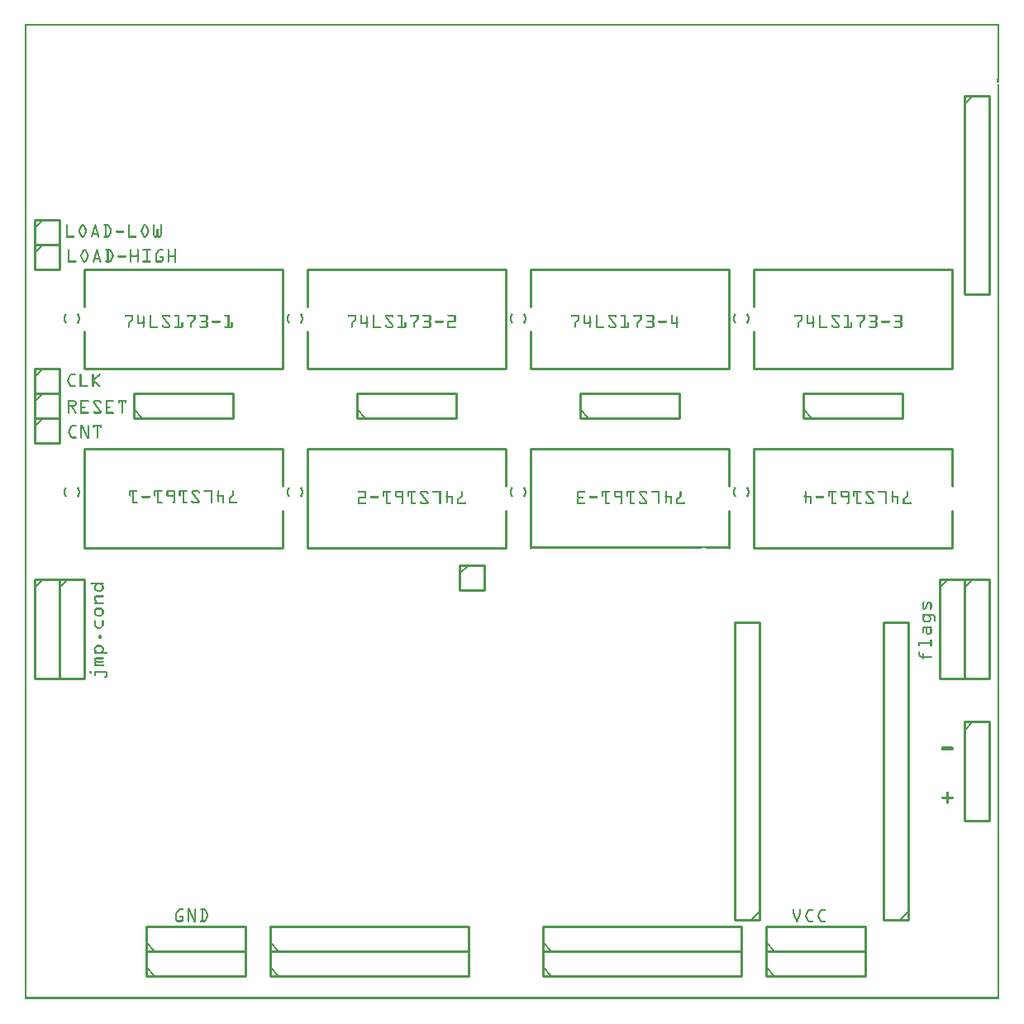
<source format=gto>
G04 MADE WITH FRITZING*
G04 WWW.FRITZING.ORG*
G04 DOUBLE SIDED*
G04 HOLES PLATED*
G04 CONTOUR ON CENTER OF CONTOUR VECTOR*
%ASAXBY*%
%FSLAX23Y23*%
%MOIN*%
%OFA0B0*%
%SFA1.0B1.0*%
%ADD10C,0.010000*%
%ADD11C,0.005000*%
%ADD12R,0.001000X0.001000*%
%LNSILK1*%
G90*
G70*
G54D10*
X1755Y1751D02*
X1755Y1651D01*
D02*
X1755Y1651D02*
X1855Y1651D01*
D02*
X1855Y1651D02*
X1855Y1751D01*
D02*
X1855Y1751D02*
X1755Y1751D01*
G54D11*
D02*
X1755Y1716D02*
X1790Y1751D01*
G54D10*
D02*
X2091Y95D02*
X2891Y95D01*
D02*
X2891Y95D02*
X2891Y195D01*
D02*
X2891Y195D02*
X2091Y195D01*
D02*
X2091Y195D02*
X2091Y95D01*
G54D11*
D02*
X2126Y95D02*
X2091Y130D01*
G54D10*
D02*
X991Y95D02*
X1791Y95D01*
D02*
X1791Y95D02*
X1791Y195D01*
D02*
X1791Y195D02*
X991Y195D01*
D02*
X991Y195D02*
X991Y95D01*
G54D11*
D02*
X1026Y95D02*
X991Y130D01*
G54D10*
D02*
X2091Y195D02*
X2891Y195D01*
D02*
X2891Y195D02*
X2891Y295D01*
D02*
X2891Y295D02*
X2091Y295D01*
D02*
X2091Y295D02*
X2091Y195D01*
G54D11*
D02*
X2126Y195D02*
X2091Y230D01*
G54D10*
D02*
X991Y195D02*
X1791Y195D01*
D02*
X1791Y195D02*
X1791Y295D01*
D02*
X1791Y295D02*
X991Y295D01*
D02*
X991Y295D02*
X991Y195D01*
G54D11*
D02*
X1026Y195D02*
X991Y230D01*
G54D10*
D02*
X3141Y2345D02*
X3541Y2345D01*
D02*
X3541Y2345D02*
X3541Y2445D01*
D02*
X3541Y2445D02*
X3141Y2445D01*
D02*
X3141Y2445D02*
X3141Y2345D01*
G54D11*
D02*
X3176Y2345D02*
X3141Y2380D01*
G54D10*
D02*
X2241Y2345D02*
X2641Y2345D01*
D02*
X2641Y2345D02*
X2641Y2445D01*
D02*
X2641Y2445D02*
X2241Y2445D01*
D02*
X2241Y2445D02*
X2241Y2345D01*
G54D11*
D02*
X2276Y2345D02*
X2241Y2380D01*
G54D10*
D02*
X1341Y2345D02*
X1741Y2345D01*
D02*
X1741Y2345D02*
X1741Y2445D01*
D02*
X1741Y2445D02*
X1341Y2445D01*
D02*
X1341Y2445D02*
X1341Y2345D01*
G54D11*
D02*
X1376Y2345D02*
X1341Y2380D01*
G54D10*
D02*
X441Y2345D02*
X841Y2345D01*
D02*
X841Y2345D02*
X841Y2445D01*
D02*
X841Y2445D02*
X441Y2445D01*
D02*
X441Y2445D02*
X441Y2345D01*
G54D11*
D02*
X476Y2345D02*
X441Y2380D01*
G54D10*
D02*
X491Y95D02*
X891Y95D01*
D02*
X891Y95D02*
X891Y195D01*
D02*
X891Y195D02*
X491Y195D01*
D02*
X491Y195D02*
X491Y95D01*
G54D11*
D02*
X526Y95D02*
X491Y130D01*
G54D10*
D02*
X491Y195D02*
X891Y195D01*
D02*
X891Y195D02*
X891Y295D01*
D02*
X891Y295D02*
X491Y295D01*
D02*
X491Y295D02*
X491Y195D01*
G54D11*
D02*
X526Y195D02*
X491Y230D01*
G54D10*
D02*
X2991Y195D02*
X3391Y195D01*
D02*
X3391Y195D02*
X3391Y295D01*
D02*
X3391Y295D02*
X2991Y295D01*
D02*
X2991Y295D02*
X2991Y195D01*
G54D11*
D02*
X3026Y195D02*
X2991Y230D01*
G54D10*
D02*
X2991Y95D02*
X3391Y95D01*
D02*
X3391Y95D02*
X3391Y195D01*
D02*
X3391Y195D02*
X2991Y195D01*
D02*
X2991Y195D02*
X2991Y95D01*
G54D11*
D02*
X3026Y95D02*
X2991Y130D01*
G54D10*
D02*
X3791Y3645D02*
X3791Y2845D01*
D02*
X3791Y2845D02*
X3891Y2845D01*
D02*
X3891Y2845D02*
X3891Y3645D01*
D02*
X3891Y3645D02*
X3791Y3645D01*
G54D11*
D02*
X3791Y3610D02*
X3826Y3645D01*
G54D10*
D02*
X2041Y2545D02*
X2841Y2545D01*
D02*
X2841Y2545D02*
X2841Y2945D01*
D02*
X2841Y2945D02*
X2041Y2945D01*
D02*
X2041Y2545D02*
X2041Y2695D01*
D02*
X2041Y2795D02*
X2041Y2945D01*
D02*
X2941Y2545D02*
X3741Y2545D01*
D02*
X3741Y2545D02*
X3741Y2945D01*
D02*
X3741Y2945D02*
X2941Y2945D01*
D02*
X2941Y2545D02*
X2941Y2695D01*
D02*
X2941Y2795D02*
X2941Y2945D01*
D02*
X1141Y2545D02*
X1941Y2545D01*
D02*
X1941Y2545D02*
X1941Y2945D01*
D02*
X1941Y2945D02*
X1141Y2945D01*
D02*
X1141Y2545D02*
X1141Y2695D01*
D02*
X1141Y2795D02*
X1141Y2945D01*
D02*
X241Y2545D02*
X1041Y2545D01*
D02*
X1041Y2545D02*
X1041Y2945D01*
D02*
X1041Y2945D02*
X241Y2945D01*
D02*
X241Y2545D02*
X241Y2695D01*
D02*
X241Y2795D02*
X241Y2945D01*
D02*
X41Y3045D02*
X41Y2945D01*
D02*
X41Y2945D02*
X141Y2945D01*
D02*
X141Y2945D02*
X141Y3045D01*
D02*
X141Y3045D02*
X41Y3045D01*
G54D11*
D02*
X41Y3010D02*
X76Y3045D01*
G54D10*
D02*
X41Y3145D02*
X41Y3045D01*
D02*
X41Y3045D02*
X141Y3045D01*
D02*
X141Y3045D02*
X141Y3145D01*
D02*
X141Y3145D02*
X41Y3145D01*
G54D11*
D02*
X41Y3110D02*
X76Y3145D01*
G54D10*
D02*
X41Y2345D02*
X41Y2245D01*
D02*
X41Y2245D02*
X141Y2245D01*
D02*
X141Y2245D02*
X141Y2345D01*
D02*
X141Y2345D02*
X41Y2345D01*
G54D11*
D02*
X41Y2310D02*
X76Y2345D01*
G54D10*
D02*
X41Y2445D02*
X41Y2345D01*
D02*
X41Y2345D02*
X141Y2345D01*
D02*
X141Y2345D02*
X141Y2445D01*
D02*
X141Y2445D02*
X41Y2445D01*
G54D11*
D02*
X41Y2410D02*
X76Y2445D01*
G54D10*
D02*
X41Y2545D02*
X41Y2445D01*
D02*
X41Y2445D02*
X141Y2445D01*
D02*
X141Y2445D02*
X141Y2545D01*
D02*
X141Y2545D02*
X41Y2545D01*
G54D11*
D02*
X41Y2510D02*
X76Y2545D01*
G54D10*
D02*
X3741Y2220D02*
X2941Y2220D01*
D02*
X2941Y2220D02*
X2941Y1820D01*
D02*
X2941Y1820D02*
X3741Y1820D01*
D02*
X3741Y2220D02*
X3741Y2070D01*
D02*
X3741Y1970D02*
X3741Y1820D01*
D02*
X2841Y2220D02*
X2041Y2220D01*
D02*
X2041Y2220D02*
X2041Y1820D01*
D02*
X2841Y2220D02*
X2841Y2070D01*
D02*
X2841Y1970D02*
X2841Y1820D01*
D02*
X1941Y2220D02*
X1141Y2220D01*
D02*
X1141Y2220D02*
X1141Y1820D01*
D02*
X1141Y1820D02*
X1941Y1820D01*
D02*
X1941Y2220D02*
X1941Y2070D01*
D02*
X1941Y1970D02*
X1941Y1820D01*
D02*
X1041Y2220D02*
X241Y2220D01*
D02*
X241Y2220D02*
X241Y1820D01*
D02*
X241Y1820D02*
X1041Y1820D01*
D02*
X1041Y2220D02*
X1041Y2070D01*
D02*
X1041Y1970D02*
X1041Y1820D01*
D02*
X3566Y320D02*
X3566Y1520D01*
D02*
X3566Y1520D02*
X3466Y1520D01*
D02*
X3466Y1520D02*
X3466Y320D01*
D02*
X3466Y320D02*
X3566Y320D01*
G54D11*
D02*
X3566Y355D02*
X3531Y320D01*
G54D10*
D02*
X2966Y320D02*
X2966Y1520D01*
D02*
X2966Y1520D02*
X2866Y1520D01*
D02*
X2866Y1520D02*
X2866Y320D01*
D02*
X2866Y320D02*
X2966Y320D01*
G54D11*
D02*
X2966Y355D02*
X2931Y320D01*
G54D10*
D02*
X3791Y1695D02*
X3791Y1295D01*
D02*
X3791Y1295D02*
X3891Y1295D01*
D02*
X3891Y1295D02*
X3891Y1695D01*
D02*
X3891Y1695D02*
X3791Y1695D01*
G54D11*
D02*
X3791Y1660D02*
X3826Y1695D01*
G54D10*
D02*
X41Y1695D02*
X41Y1295D01*
D02*
X41Y1295D02*
X141Y1295D01*
D02*
X141Y1295D02*
X141Y1695D01*
D02*
X141Y1695D02*
X41Y1695D01*
G54D11*
D02*
X41Y1660D02*
X76Y1695D01*
G54D10*
D02*
X3691Y1695D02*
X3691Y1295D01*
D02*
X3691Y1295D02*
X3791Y1295D01*
D02*
X3791Y1295D02*
X3791Y1695D01*
D02*
X3791Y1695D02*
X3691Y1695D01*
G54D11*
D02*
X3691Y1660D02*
X3726Y1695D01*
G54D10*
D02*
X141Y1695D02*
X141Y1295D01*
D02*
X141Y1295D02*
X241Y1295D01*
D02*
X241Y1295D02*
X241Y1695D01*
D02*
X241Y1695D02*
X141Y1695D01*
G54D11*
D02*
X141Y1660D02*
X176Y1695D01*
G54D10*
D02*
X3791Y1120D02*
X3791Y720D01*
D02*
X3791Y720D02*
X3891Y720D01*
D02*
X3891Y720D02*
X3891Y1120D01*
D02*
X3891Y1120D02*
X3791Y1120D01*
G54D11*
D02*
X3791Y1085D02*
X3826Y1120D01*
G54D12*
X0Y3933D02*
X3932Y3933D01*
X0Y3932D02*
X3932Y3932D01*
X0Y3931D02*
X3932Y3931D01*
X0Y3930D02*
X3932Y3930D01*
X0Y3929D02*
X3932Y3929D01*
X0Y3928D02*
X3932Y3928D01*
X0Y3927D02*
X3932Y3927D01*
X0Y3926D02*
X3932Y3926D01*
X0Y3925D02*
X7Y3925D01*
X3925Y3925D02*
X3932Y3925D01*
X0Y3924D02*
X7Y3924D01*
X3925Y3924D02*
X3932Y3924D01*
X0Y3923D02*
X7Y3923D01*
X3925Y3923D02*
X3932Y3923D01*
X0Y3922D02*
X7Y3922D01*
X3925Y3922D02*
X3932Y3922D01*
X0Y3921D02*
X7Y3921D01*
X3925Y3921D02*
X3932Y3921D01*
X0Y3920D02*
X7Y3920D01*
X3925Y3920D02*
X3932Y3920D01*
X0Y3919D02*
X7Y3919D01*
X3925Y3919D02*
X3932Y3919D01*
X0Y3918D02*
X7Y3918D01*
X3925Y3918D02*
X3932Y3918D01*
X0Y3917D02*
X7Y3917D01*
X3925Y3917D02*
X3932Y3917D01*
X0Y3916D02*
X7Y3916D01*
X3925Y3916D02*
X3932Y3916D01*
X0Y3915D02*
X7Y3915D01*
X3925Y3915D02*
X3932Y3915D01*
X0Y3914D02*
X7Y3914D01*
X3925Y3914D02*
X3932Y3914D01*
X0Y3913D02*
X7Y3913D01*
X3925Y3913D02*
X3932Y3913D01*
X0Y3912D02*
X7Y3912D01*
X3925Y3912D02*
X3932Y3912D01*
X0Y3911D02*
X7Y3911D01*
X3925Y3911D02*
X3932Y3911D01*
X0Y3910D02*
X7Y3910D01*
X3925Y3910D02*
X3932Y3910D01*
X0Y3909D02*
X7Y3909D01*
X3925Y3909D02*
X3932Y3909D01*
X0Y3908D02*
X7Y3908D01*
X3925Y3908D02*
X3932Y3908D01*
X0Y3907D02*
X7Y3907D01*
X3925Y3907D02*
X3932Y3907D01*
X0Y3906D02*
X7Y3906D01*
X3925Y3906D02*
X3932Y3906D01*
X0Y3905D02*
X7Y3905D01*
X3925Y3905D02*
X3932Y3905D01*
X0Y3904D02*
X7Y3904D01*
X3925Y3904D02*
X3932Y3904D01*
X0Y3903D02*
X7Y3903D01*
X3925Y3903D02*
X3932Y3903D01*
X0Y3902D02*
X7Y3902D01*
X3925Y3902D02*
X3932Y3902D01*
X0Y3901D02*
X7Y3901D01*
X3925Y3901D02*
X3932Y3901D01*
X0Y3900D02*
X7Y3900D01*
X3925Y3900D02*
X3932Y3900D01*
X0Y3899D02*
X7Y3899D01*
X3925Y3899D02*
X3932Y3899D01*
X0Y3898D02*
X7Y3898D01*
X3925Y3898D02*
X3932Y3898D01*
X0Y3897D02*
X7Y3897D01*
X3925Y3897D02*
X3932Y3897D01*
X0Y3896D02*
X7Y3896D01*
X3925Y3896D02*
X3932Y3896D01*
X0Y3895D02*
X7Y3895D01*
X3925Y3895D02*
X3932Y3895D01*
X0Y3894D02*
X7Y3894D01*
X3925Y3894D02*
X3932Y3894D01*
X0Y3893D02*
X7Y3893D01*
X3925Y3893D02*
X3932Y3893D01*
X0Y3892D02*
X7Y3892D01*
X3925Y3892D02*
X3932Y3892D01*
X0Y3891D02*
X7Y3891D01*
X3925Y3891D02*
X3932Y3891D01*
X0Y3890D02*
X7Y3890D01*
X3925Y3890D02*
X3932Y3890D01*
X0Y3889D02*
X7Y3889D01*
X3925Y3889D02*
X3932Y3889D01*
X0Y3888D02*
X7Y3888D01*
X3925Y3888D02*
X3932Y3888D01*
X0Y3887D02*
X7Y3887D01*
X3925Y3887D02*
X3932Y3887D01*
X0Y3886D02*
X7Y3886D01*
X3925Y3886D02*
X3932Y3886D01*
X0Y3885D02*
X7Y3885D01*
X3925Y3885D02*
X3932Y3885D01*
X0Y3884D02*
X7Y3884D01*
X3925Y3884D02*
X3932Y3884D01*
X0Y3883D02*
X7Y3883D01*
X3925Y3883D02*
X3932Y3883D01*
X0Y3882D02*
X7Y3882D01*
X3925Y3882D02*
X3932Y3882D01*
X0Y3881D02*
X7Y3881D01*
X3925Y3881D02*
X3932Y3881D01*
X0Y3880D02*
X7Y3880D01*
X3925Y3880D02*
X3932Y3880D01*
X0Y3879D02*
X7Y3879D01*
X3925Y3879D02*
X3932Y3879D01*
X0Y3878D02*
X7Y3878D01*
X3925Y3878D02*
X3932Y3878D01*
X0Y3877D02*
X7Y3877D01*
X3925Y3877D02*
X3932Y3877D01*
X0Y3876D02*
X7Y3876D01*
X3925Y3876D02*
X3932Y3876D01*
X0Y3875D02*
X7Y3875D01*
X3925Y3875D02*
X3932Y3875D01*
X0Y3874D02*
X7Y3874D01*
X3925Y3874D02*
X3932Y3874D01*
X0Y3873D02*
X7Y3873D01*
X3925Y3873D02*
X3932Y3873D01*
X0Y3872D02*
X7Y3872D01*
X3925Y3872D02*
X3932Y3872D01*
X0Y3871D02*
X7Y3871D01*
X3925Y3871D02*
X3932Y3871D01*
X0Y3870D02*
X7Y3870D01*
X3925Y3870D02*
X3932Y3870D01*
X0Y3869D02*
X7Y3869D01*
X3925Y3869D02*
X3932Y3869D01*
X0Y3868D02*
X7Y3868D01*
X3925Y3868D02*
X3932Y3868D01*
X0Y3867D02*
X7Y3867D01*
X3925Y3867D02*
X3932Y3867D01*
X0Y3866D02*
X7Y3866D01*
X3925Y3866D02*
X3932Y3866D01*
X0Y3865D02*
X7Y3865D01*
X3925Y3865D02*
X3932Y3865D01*
X0Y3864D02*
X7Y3864D01*
X3925Y3864D02*
X3932Y3864D01*
X0Y3863D02*
X7Y3863D01*
X3925Y3863D02*
X3932Y3863D01*
X0Y3862D02*
X7Y3862D01*
X3925Y3862D02*
X3932Y3862D01*
X0Y3861D02*
X7Y3861D01*
X3925Y3861D02*
X3932Y3861D01*
X0Y3860D02*
X7Y3860D01*
X3925Y3860D02*
X3932Y3860D01*
X0Y3859D02*
X7Y3859D01*
X3925Y3859D02*
X3932Y3859D01*
X0Y3858D02*
X7Y3858D01*
X3925Y3858D02*
X3932Y3858D01*
X0Y3857D02*
X7Y3857D01*
X3925Y3857D02*
X3932Y3857D01*
X0Y3856D02*
X7Y3856D01*
X3925Y3856D02*
X3932Y3856D01*
X0Y3855D02*
X7Y3855D01*
X3925Y3855D02*
X3932Y3855D01*
X0Y3854D02*
X7Y3854D01*
X3925Y3854D02*
X3932Y3854D01*
X0Y3853D02*
X7Y3853D01*
X3925Y3853D02*
X3932Y3853D01*
X0Y3852D02*
X7Y3852D01*
X3925Y3852D02*
X3932Y3852D01*
X0Y3851D02*
X7Y3851D01*
X3925Y3851D02*
X3932Y3851D01*
X0Y3850D02*
X7Y3850D01*
X3925Y3850D02*
X3932Y3850D01*
X0Y3849D02*
X7Y3849D01*
X3925Y3849D02*
X3932Y3849D01*
X0Y3848D02*
X7Y3848D01*
X3925Y3848D02*
X3932Y3848D01*
X0Y3847D02*
X7Y3847D01*
X3925Y3847D02*
X3932Y3847D01*
X0Y3846D02*
X7Y3846D01*
X3925Y3846D02*
X3932Y3846D01*
X0Y3845D02*
X7Y3845D01*
X3925Y3845D02*
X3932Y3845D01*
X0Y3844D02*
X7Y3844D01*
X3925Y3844D02*
X3932Y3844D01*
X0Y3843D02*
X7Y3843D01*
X3925Y3843D02*
X3932Y3843D01*
X0Y3842D02*
X7Y3842D01*
X3925Y3842D02*
X3932Y3842D01*
X0Y3841D02*
X7Y3841D01*
X3925Y3841D02*
X3932Y3841D01*
X0Y3840D02*
X7Y3840D01*
X3925Y3840D02*
X3932Y3840D01*
X0Y3839D02*
X7Y3839D01*
X3925Y3839D02*
X3932Y3839D01*
X0Y3838D02*
X7Y3838D01*
X3925Y3838D02*
X3932Y3838D01*
X0Y3837D02*
X7Y3837D01*
X3925Y3837D02*
X3932Y3837D01*
X0Y3836D02*
X7Y3836D01*
X3925Y3836D02*
X3932Y3836D01*
X0Y3835D02*
X7Y3835D01*
X3925Y3835D02*
X3932Y3835D01*
X0Y3834D02*
X7Y3834D01*
X3925Y3834D02*
X3932Y3834D01*
X0Y3833D02*
X7Y3833D01*
X3925Y3833D02*
X3932Y3833D01*
X0Y3832D02*
X7Y3832D01*
X3925Y3832D02*
X3932Y3832D01*
X0Y3831D02*
X7Y3831D01*
X3925Y3831D02*
X3932Y3831D01*
X0Y3830D02*
X7Y3830D01*
X3925Y3830D02*
X3932Y3830D01*
X0Y3829D02*
X7Y3829D01*
X3925Y3829D02*
X3932Y3829D01*
X0Y3828D02*
X7Y3828D01*
X3925Y3828D02*
X3932Y3828D01*
X0Y3827D02*
X7Y3827D01*
X3925Y3827D02*
X3932Y3827D01*
X0Y3826D02*
X7Y3826D01*
X3925Y3826D02*
X3932Y3826D01*
X0Y3825D02*
X7Y3825D01*
X3925Y3825D02*
X3932Y3825D01*
X0Y3824D02*
X7Y3824D01*
X3925Y3824D02*
X3932Y3824D01*
X0Y3823D02*
X7Y3823D01*
X3925Y3823D02*
X3932Y3823D01*
X0Y3822D02*
X7Y3822D01*
X3925Y3822D02*
X3932Y3822D01*
X0Y3821D02*
X7Y3821D01*
X3925Y3821D02*
X3932Y3821D01*
X0Y3820D02*
X7Y3820D01*
X3925Y3820D02*
X3932Y3820D01*
X0Y3819D02*
X7Y3819D01*
X3925Y3819D02*
X3932Y3819D01*
X0Y3818D02*
X7Y3818D01*
X3925Y3818D02*
X3932Y3818D01*
X0Y3817D02*
X7Y3817D01*
X3925Y3817D02*
X3932Y3817D01*
X0Y3816D02*
X7Y3816D01*
X3925Y3816D02*
X3932Y3816D01*
X0Y3815D02*
X7Y3815D01*
X3925Y3815D02*
X3932Y3815D01*
X0Y3814D02*
X7Y3814D01*
X3925Y3814D02*
X3932Y3814D01*
X0Y3813D02*
X7Y3813D01*
X3925Y3813D02*
X3932Y3813D01*
X0Y3812D02*
X7Y3812D01*
X3925Y3812D02*
X3932Y3812D01*
X0Y3811D02*
X7Y3811D01*
X3925Y3811D02*
X3932Y3811D01*
X0Y3810D02*
X7Y3810D01*
X3925Y3810D02*
X3932Y3810D01*
X0Y3809D02*
X7Y3809D01*
X3925Y3809D02*
X3932Y3809D01*
X0Y3808D02*
X7Y3808D01*
X3925Y3808D02*
X3932Y3808D01*
X0Y3807D02*
X7Y3807D01*
X3925Y3807D02*
X3932Y3807D01*
X0Y3806D02*
X7Y3806D01*
X3925Y3806D02*
X3932Y3806D01*
X0Y3805D02*
X7Y3805D01*
X3925Y3805D02*
X3932Y3805D01*
X0Y3804D02*
X7Y3804D01*
X3925Y3804D02*
X3932Y3804D01*
X0Y3803D02*
X7Y3803D01*
X3925Y3803D02*
X3932Y3803D01*
X0Y3802D02*
X7Y3802D01*
X3925Y3802D02*
X3932Y3802D01*
X0Y3801D02*
X7Y3801D01*
X3925Y3801D02*
X3932Y3801D01*
X0Y3800D02*
X7Y3800D01*
X3925Y3800D02*
X3932Y3800D01*
X0Y3799D02*
X7Y3799D01*
X3925Y3799D02*
X3932Y3799D01*
X0Y3798D02*
X7Y3798D01*
X3925Y3798D02*
X3932Y3798D01*
X0Y3797D02*
X7Y3797D01*
X3925Y3797D02*
X3932Y3797D01*
X0Y3796D02*
X7Y3796D01*
X3925Y3796D02*
X3932Y3796D01*
X0Y3795D02*
X7Y3795D01*
X3925Y3795D02*
X3932Y3795D01*
X0Y3794D02*
X7Y3794D01*
X3925Y3794D02*
X3932Y3794D01*
X0Y3793D02*
X7Y3793D01*
X3925Y3793D02*
X3932Y3793D01*
X0Y3792D02*
X7Y3792D01*
X3925Y3792D02*
X3932Y3792D01*
X0Y3791D02*
X7Y3791D01*
X3925Y3791D02*
X3932Y3791D01*
X0Y3790D02*
X7Y3790D01*
X3925Y3790D02*
X3932Y3790D01*
X0Y3789D02*
X7Y3789D01*
X3925Y3789D02*
X3932Y3789D01*
X0Y3788D02*
X7Y3788D01*
X3925Y3788D02*
X3932Y3788D01*
X0Y3787D02*
X7Y3787D01*
X3925Y3787D02*
X3932Y3787D01*
X0Y3786D02*
X7Y3786D01*
X3925Y3786D02*
X3932Y3786D01*
X0Y3785D02*
X7Y3785D01*
X3925Y3785D02*
X3932Y3785D01*
X0Y3784D02*
X7Y3784D01*
X3925Y3784D02*
X3932Y3784D01*
X0Y3783D02*
X7Y3783D01*
X3925Y3783D02*
X3932Y3783D01*
X0Y3782D02*
X7Y3782D01*
X3925Y3782D02*
X3932Y3782D01*
X0Y3781D02*
X7Y3781D01*
X3925Y3781D02*
X3932Y3781D01*
X0Y3780D02*
X7Y3780D01*
X3925Y3780D02*
X3932Y3780D01*
X0Y3779D02*
X7Y3779D01*
X3925Y3779D02*
X3932Y3779D01*
X0Y3778D02*
X7Y3778D01*
X3925Y3778D02*
X3932Y3778D01*
X0Y3777D02*
X7Y3777D01*
X3925Y3777D02*
X3932Y3777D01*
X0Y3776D02*
X7Y3776D01*
X3925Y3776D02*
X3932Y3776D01*
X0Y3775D02*
X7Y3775D01*
X3925Y3775D02*
X3932Y3775D01*
X0Y3774D02*
X7Y3774D01*
X3925Y3774D02*
X3932Y3774D01*
X0Y3773D02*
X7Y3773D01*
X3925Y3773D02*
X3932Y3773D01*
X0Y3772D02*
X7Y3772D01*
X3925Y3772D02*
X3932Y3772D01*
X0Y3771D02*
X7Y3771D01*
X3925Y3771D02*
X3932Y3771D01*
X0Y3770D02*
X7Y3770D01*
X3925Y3770D02*
X3932Y3770D01*
X0Y3769D02*
X7Y3769D01*
X3925Y3769D02*
X3932Y3769D01*
X0Y3768D02*
X7Y3768D01*
X3925Y3768D02*
X3932Y3768D01*
X0Y3767D02*
X7Y3767D01*
X3925Y3767D02*
X3932Y3767D01*
X0Y3766D02*
X7Y3766D01*
X3925Y3766D02*
X3932Y3766D01*
X0Y3765D02*
X7Y3765D01*
X3925Y3765D02*
X3932Y3765D01*
X0Y3764D02*
X7Y3764D01*
X3925Y3764D02*
X3932Y3764D01*
X0Y3763D02*
X7Y3763D01*
X3925Y3763D02*
X3932Y3763D01*
X0Y3762D02*
X7Y3762D01*
X3925Y3762D02*
X3932Y3762D01*
X0Y3761D02*
X7Y3761D01*
X3925Y3761D02*
X3932Y3761D01*
X0Y3760D02*
X7Y3760D01*
X3925Y3760D02*
X3932Y3760D01*
X0Y3759D02*
X7Y3759D01*
X3925Y3759D02*
X3932Y3759D01*
X0Y3758D02*
X7Y3758D01*
X3925Y3758D02*
X3932Y3758D01*
X0Y3757D02*
X7Y3757D01*
X3925Y3757D02*
X3932Y3757D01*
X0Y3756D02*
X7Y3756D01*
X3925Y3756D02*
X3932Y3756D01*
X0Y3755D02*
X7Y3755D01*
X3925Y3755D02*
X3932Y3755D01*
X0Y3754D02*
X7Y3754D01*
X3925Y3754D02*
X3932Y3754D01*
X0Y3753D02*
X7Y3753D01*
X3925Y3753D02*
X3932Y3753D01*
X0Y3752D02*
X7Y3752D01*
X3925Y3752D02*
X3932Y3752D01*
X0Y3751D02*
X7Y3751D01*
X3925Y3751D02*
X3932Y3751D01*
X0Y3750D02*
X7Y3750D01*
X3925Y3750D02*
X3932Y3750D01*
X0Y3749D02*
X7Y3749D01*
X3925Y3749D02*
X3932Y3749D01*
X0Y3748D02*
X7Y3748D01*
X3925Y3748D02*
X3932Y3748D01*
X0Y3747D02*
X7Y3747D01*
X3925Y3747D02*
X3932Y3747D01*
X0Y3746D02*
X7Y3746D01*
X3925Y3746D02*
X3932Y3746D01*
X0Y3745D02*
X7Y3745D01*
X3925Y3745D02*
X3932Y3745D01*
X0Y3744D02*
X7Y3744D01*
X3925Y3744D02*
X3932Y3744D01*
X0Y3743D02*
X7Y3743D01*
X3925Y3743D02*
X3932Y3743D01*
X0Y3742D02*
X7Y3742D01*
X3925Y3742D02*
X3932Y3742D01*
X0Y3741D02*
X7Y3741D01*
X3925Y3741D02*
X3932Y3741D01*
X0Y3740D02*
X7Y3740D01*
X3925Y3740D02*
X3932Y3740D01*
X0Y3739D02*
X7Y3739D01*
X3925Y3739D02*
X3932Y3739D01*
X0Y3738D02*
X7Y3738D01*
X3925Y3738D02*
X3932Y3738D01*
X0Y3737D02*
X7Y3737D01*
X3925Y3737D02*
X3932Y3737D01*
X0Y3736D02*
X7Y3736D01*
X3925Y3736D02*
X3932Y3736D01*
X0Y3735D02*
X7Y3735D01*
X3925Y3735D02*
X3932Y3735D01*
X0Y3734D02*
X7Y3734D01*
X3925Y3734D02*
X3932Y3734D01*
X0Y3733D02*
X7Y3733D01*
X3925Y3733D02*
X3932Y3733D01*
X0Y3732D02*
X7Y3732D01*
X3925Y3732D02*
X3932Y3732D01*
X0Y3731D02*
X7Y3731D01*
X3925Y3731D02*
X3932Y3731D01*
X0Y3730D02*
X7Y3730D01*
X3925Y3730D02*
X3932Y3730D01*
X0Y3729D02*
X7Y3729D01*
X3925Y3729D02*
X3932Y3729D01*
X0Y3728D02*
X7Y3728D01*
X3925Y3728D02*
X3932Y3728D01*
X0Y3727D02*
X7Y3727D01*
X3925Y3727D02*
X3932Y3727D01*
X0Y3726D02*
X7Y3726D01*
X3925Y3726D02*
X3932Y3726D01*
X0Y3725D02*
X7Y3725D01*
X3925Y3725D02*
X3932Y3725D01*
X0Y3724D02*
X7Y3724D01*
X3925Y3724D02*
X3932Y3724D01*
X0Y3723D02*
X7Y3723D01*
X3925Y3723D02*
X3932Y3723D01*
X0Y3722D02*
X7Y3722D01*
X3925Y3722D02*
X3932Y3722D01*
X0Y3721D02*
X7Y3721D01*
X3925Y3721D02*
X3932Y3721D01*
X0Y3720D02*
X7Y3720D01*
X3925Y3720D02*
X3932Y3720D01*
X0Y3719D02*
X7Y3719D01*
X3925Y3719D02*
X3932Y3719D01*
X0Y3718D02*
X7Y3718D01*
X3925Y3718D02*
X3932Y3718D01*
X0Y3717D02*
X7Y3717D01*
X3925Y3717D02*
X3932Y3717D01*
X0Y3716D02*
X7Y3716D01*
X3925Y3716D02*
X3932Y3716D01*
X0Y3715D02*
X7Y3715D01*
X3924Y3715D02*
X3932Y3715D01*
X0Y3714D02*
X7Y3714D01*
X3923Y3714D02*
X3932Y3714D01*
X0Y3713D02*
X7Y3713D01*
X3922Y3713D02*
X3932Y3713D01*
X0Y3712D02*
X7Y3712D01*
X3922Y3712D02*
X3932Y3712D01*
X0Y3711D02*
X7Y3711D01*
X3922Y3711D02*
X3932Y3711D01*
X0Y3710D02*
X7Y3710D01*
X3922Y3710D02*
X3932Y3710D01*
X0Y3709D02*
X7Y3709D01*
X3922Y3709D02*
X3932Y3709D01*
X0Y3708D02*
X7Y3708D01*
X3922Y3708D02*
X3932Y3708D01*
X0Y3707D02*
X7Y3707D01*
X3922Y3707D02*
X3932Y3707D01*
X0Y3706D02*
X7Y3706D01*
X3922Y3706D02*
X3932Y3706D01*
X0Y3705D02*
X7Y3705D01*
X3922Y3705D02*
X3932Y3705D01*
X0Y3704D02*
X7Y3704D01*
X3922Y3704D02*
X3932Y3704D01*
X0Y3703D02*
X7Y3703D01*
X3922Y3703D02*
X3932Y3703D01*
X0Y3702D02*
X7Y3702D01*
X3922Y3702D02*
X3932Y3702D01*
X0Y3701D02*
X7Y3701D01*
X3922Y3701D02*
X3932Y3701D01*
X0Y3700D02*
X7Y3700D01*
X3922Y3700D02*
X3932Y3700D01*
X0Y3699D02*
X7Y3699D01*
X3922Y3699D02*
X3932Y3699D01*
X0Y3698D02*
X7Y3698D01*
X3923Y3698D02*
X3932Y3698D01*
X0Y3697D02*
X7Y3697D01*
X0Y3696D02*
X7Y3696D01*
X0Y3695D02*
X7Y3695D01*
X0Y3694D02*
X7Y3694D01*
X0Y3693D02*
X7Y3693D01*
X0Y3692D02*
X7Y3692D01*
X0Y3691D02*
X7Y3691D01*
X0Y3690D02*
X7Y3690D01*
X3925Y3690D02*
X3932Y3690D01*
X0Y3689D02*
X7Y3689D01*
X3925Y3689D02*
X3932Y3689D01*
X0Y3688D02*
X7Y3688D01*
X3925Y3688D02*
X3932Y3688D01*
X0Y3687D02*
X7Y3687D01*
X3925Y3687D02*
X3932Y3687D01*
X0Y3686D02*
X7Y3686D01*
X3925Y3686D02*
X3932Y3686D01*
X0Y3685D02*
X7Y3685D01*
X3925Y3685D02*
X3932Y3685D01*
X0Y3684D02*
X7Y3684D01*
X3925Y3684D02*
X3932Y3684D01*
X0Y3683D02*
X7Y3683D01*
X3925Y3683D02*
X3932Y3683D01*
X0Y3682D02*
X7Y3682D01*
X3925Y3682D02*
X3932Y3682D01*
X0Y3681D02*
X7Y3681D01*
X3925Y3681D02*
X3932Y3681D01*
X0Y3680D02*
X7Y3680D01*
X3925Y3680D02*
X3932Y3680D01*
X0Y3679D02*
X7Y3679D01*
X3925Y3679D02*
X3932Y3679D01*
X0Y3678D02*
X7Y3678D01*
X3925Y3678D02*
X3932Y3678D01*
X0Y3677D02*
X7Y3677D01*
X3925Y3677D02*
X3932Y3677D01*
X0Y3676D02*
X7Y3676D01*
X3925Y3676D02*
X3932Y3676D01*
X0Y3675D02*
X7Y3675D01*
X3925Y3675D02*
X3932Y3675D01*
X0Y3674D02*
X7Y3674D01*
X3925Y3674D02*
X3932Y3674D01*
X0Y3673D02*
X7Y3673D01*
X3925Y3673D02*
X3932Y3673D01*
X0Y3672D02*
X7Y3672D01*
X3925Y3672D02*
X3932Y3672D01*
X0Y3671D02*
X7Y3671D01*
X3925Y3671D02*
X3932Y3671D01*
X0Y3670D02*
X7Y3670D01*
X3925Y3670D02*
X3932Y3670D01*
X0Y3669D02*
X7Y3669D01*
X3925Y3669D02*
X3932Y3669D01*
X0Y3668D02*
X7Y3668D01*
X3925Y3668D02*
X3932Y3668D01*
X0Y3667D02*
X7Y3667D01*
X3925Y3667D02*
X3932Y3667D01*
X0Y3666D02*
X7Y3666D01*
X3925Y3666D02*
X3932Y3666D01*
X0Y3665D02*
X7Y3665D01*
X3925Y3665D02*
X3932Y3665D01*
X0Y3664D02*
X7Y3664D01*
X3925Y3664D02*
X3932Y3664D01*
X0Y3663D02*
X7Y3663D01*
X3925Y3663D02*
X3932Y3663D01*
X0Y3662D02*
X7Y3662D01*
X3925Y3662D02*
X3932Y3662D01*
X0Y3661D02*
X7Y3661D01*
X3925Y3661D02*
X3932Y3661D01*
X0Y3660D02*
X7Y3660D01*
X3925Y3660D02*
X3932Y3660D01*
X0Y3659D02*
X7Y3659D01*
X3925Y3659D02*
X3932Y3659D01*
X0Y3658D02*
X7Y3658D01*
X3925Y3658D02*
X3932Y3658D01*
X0Y3657D02*
X7Y3657D01*
X3925Y3657D02*
X3932Y3657D01*
X0Y3656D02*
X7Y3656D01*
X3925Y3656D02*
X3932Y3656D01*
X0Y3655D02*
X7Y3655D01*
X3925Y3655D02*
X3932Y3655D01*
X0Y3654D02*
X7Y3654D01*
X3925Y3654D02*
X3932Y3654D01*
X0Y3653D02*
X7Y3653D01*
X3925Y3653D02*
X3932Y3653D01*
X0Y3652D02*
X7Y3652D01*
X3925Y3652D02*
X3932Y3652D01*
X0Y3651D02*
X7Y3651D01*
X3925Y3651D02*
X3932Y3651D01*
X0Y3650D02*
X7Y3650D01*
X3925Y3650D02*
X3932Y3650D01*
X0Y3649D02*
X7Y3649D01*
X3925Y3649D02*
X3932Y3649D01*
X0Y3648D02*
X7Y3648D01*
X3925Y3648D02*
X3932Y3648D01*
X0Y3647D02*
X7Y3647D01*
X3925Y3647D02*
X3932Y3647D01*
X0Y3646D02*
X7Y3646D01*
X3925Y3646D02*
X3932Y3646D01*
X0Y3645D02*
X7Y3645D01*
X3925Y3645D02*
X3932Y3645D01*
X0Y3644D02*
X7Y3644D01*
X3925Y3644D02*
X3932Y3644D01*
X0Y3643D02*
X7Y3643D01*
X3925Y3643D02*
X3932Y3643D01*
X0Y3642D02*
X7Y3642D01*
X3925Y3642D02*
X3932Y3642D01*
X0Y3641D02*
X7Y3641D01*
X3925Y3641D02*
X3932Y3641D01*
X0Y3640D02*
X7Y3640D01*
X3925Y3640D02*
X3932Y3640D01*
X0Y3639D02*
X7Y3639D01*
X3925Y3639D02*
X3932Y3639D01*
X0Y3638D02*
X7Y3638D01*
X3925Y3638D02*
X3932Y3638D01*
X0Y3637D02*
X7Y3637D01*
X3925Y3637D02*
X3932Y3637D01*
X0Y3636D02*
X7Y3636D01*
X3925Y3636D02*
X3932Y3636D01*
X0Y3635D02*
X7Y3635D01*
X3925Y3635D02*
X3932Y3635D01*
X0Y3634D02*
X7Y3634D01*
X3925Y3634D02*
X3932Y3634D01*
X0Y3633D02*
X7Y3633D01*
X3925Y3633D02*
X3932Y3633D01*
X0Y3632D02*
X7Y3632D01*
X3925Y3632D02*
X3932Y3632D01*
X0Y3631D02*
X7Y3631D01*
X3925Y3631D02*
X3932Y3631D01*
X0Y3630D02*
X7Y3630D01*
X3925Y3630D02*
X3932Y3630D01*
X0Y3629D02*
X7Y3629D01*
X3925Y3629D02*
X3932Y3629D01*
X0Y3628D02*
X7Y3628D01*
X3925Y3628D02*
X3932Y3628D01*
X0Y3627D02*
X7Y3627D01*
X3925Y3627D02*
X3932Y3627D01*
X0Y3626D02*
X7Y3626D01*
X3925Y3626D02*
X3932Y3626D01*
X0Y3625D02*
X7Y3625D01*
X3925Y3625D02*
X3932Y3625D01*
X0Y3624D02*
X7Y3624D01*
X3925Y3624D02*
X3932Y3624D01*
X0Y3623D02*
X7Y3623D01*
X3925Y3623D02*
X3932Y3623D01*
X0Y3622D02*
X7Y3622D01*
X3925Y3622D02*
X3932Y3622D01*
X0Y3621D02*
X7Y3621D01*
X3925Y3621D02*
X3932Y3621D01*
X0Y3620D02*
X7Y3620D01*
X3925Y3620D02*
X3932Y3620D01*
X0Y3619D02*
X7Y3619D01*
X3925Y3619D02*
X3932Y3619D01*
X0Y3618D02*
X7Y3618D01*
X3925Y3618D02*
X3932Y3618D01*
X0Y3617D02*
X7Y3617D01*
X3925Y3617D02*
X3932Y3617D01*
X0Y3616D02*
X7Y3616D01*
X3925Y3616D02*
X3932Y3616D01*
X0Y3615D02*
X7Y3615D01*
X3925Y3615D02*
X3932Y3615D01*
X0Y3614D02*
X7Y3614D01*
X3925Y3614D02*
X3932Y3614D01*
X0Y3613D02*
X7Y3613D01*
X3925Y3613D02*
X3932Y3613D01*
X0Y3612D02*
X7Y3612D01*
X3925Y3612D02*
X3932Y3612D01*
X0Y3611D02*
X7Y3611D01*
X3925Y3611D02*
X3932Y3611D01*
X0Y3610D02*
X7Y3610D01*
X3925Y3610D02*
X3932Y3610D01*
X0Y3609D02*
X7Y3609D01*
X3925Y3609D02*
X3932Y3609D01*
X0Y3608D02*
X7Y3608D01*
X3925Y3608D02*
X3932Y3608D01*
X0Y3607D02*
X7Y3607D01*
X3925Y3607D02*
X3932Y3607D01*
X0Y3606D02*
X7Y3606D01*
X3925Y3606D02*
X3932Y3606D01*
X0Y3605D02*
X7Y3605D01*
X3925Y3605D02*
X3932Y3605D01*
X0Y3604D02*
X7Y3604D01*
X3925Y3604D02*
X3932Y3604D01*
X0Y3603D02*
X7Y3603D01*
X3925Y3603D02*
X3932Y3603D01*
X0Y3602D02*
X7Y3602D01*
X3925Y3602D02*
X3932Y3602D01*
X0Y3601D02*
X7Y3601D01*
X3925Y3601D02*
X3932Y3601D01*
X0Y3600D02*
X7Y3600D01*
X3925Y3600D02*
X3932Y3600D01*
X0Y3599D02*
X7Y3599D01*
X3925Y3599D02*
X3932Y3599D01*
X0Y3598D02*
X7Y3598D01*
X3925Y3598D02*
X3932Y3598D01*
X0Y3597D02*
X7Y3597D01*
X3925Y3597D02*
X3932Y3597D01*
X0Y3596D02*
X7Y3596D01*
X3925Y3596D02*
X3932Y3596D01*
X0Y3595D02*
X7Y3595D01*
X3925Y3595D02*
X3932Y3595D01*
X0Y3594D02*
X7Y3594D01*
X3925Y3594D02*
X3932Y3594D01*
X0Y3593D02*
X7Y3593D01*
X3925Y3593D02*
X3932Y3593D01*
X0Y3592D02*
X7Y3592D01*
X3925Y3592D02*
X3932Y3592D01*
X0Y3591D02*
X7Y3591D01*
X3925Y3591D02*
X3932Y3591D01*
X0Y3590D02*
X7Y3590D01*
X3925Y3590D02*
X3932Y3590D01*
X0Y3589D02*
X7Y3589D01*
X3925Y3589D02*
X3932Y3589D01*
X0Y3588D02*
X7Y3588D01*
X3925Y3588D02*
X3932Y3588D01*
X0Y3587D02*
X7Y3587D01*
X3925Y3587D02*
X3932Y3587D01*
X0Y3586D02*
X7Y3586D01*
X3925Y3586D02*
X3932Y3586D01*
X0Y3585D02*
X7Y3585D01*
X3925Y3585D02*
X3932Y3585D01*
X0Y3584D02*
X7Y3584D01*
X3925Y3584D02*
X3932Y3584D01*
X0Y3583D02*
X7Y3583D01*
X3925Y3583D02*
X3932Y3583D01*
X0Y3582D02*
X7Y3582D01*
X3925Y3582D02*
X3932Y3582D01*
X0Y3581D02*
X7Y3581D01*
X3925Y3581D02*
X3932Y3581D01*
X0Y3580D02*
X7Y3580D01*
X3925Y3580D02*
X3932Y3580D01*
X0Y3579D02*
X7Y3579D01*
X3925Y3579D02*
X3932Y3579D01*
X0Y3578D02*
X7Y3578D01*
X3925Y3578D02*
X3932Y3578D01*
X0Y3577D02*
X7Y3577D01*
X3925Y3577D02*
X3932Y3577D01*
X0Y3576D02*
X7Y3576D01*
X3925Y3576D02*
X3932Y3576D01*
X0Y3575D02*
X7Y3575D01*
X3925Y3575D02*
X3932Y3575D01*
X0Y3574D02*
X7Y3574D01*
X3925Y3574D02*
X3932Y3574D01*
X0Y3573D02*
X7Y3573D01*
X3925Y3573D02*
X3932Y3573D01*
X0Y3572D02*
X7Y3572D01*
X3925Y3572D02*
X3932Y3572D01*
X0Y3571D02*
X7Y3571D01*
X3925Y3571D02*
X3932Y3571D01*
X0Y3570D02*
X7Y3570D01*
X3925Y3570D02*
X3932Y3570D01*
X0Y3569D02*
X7Y3569D01*
X3925Y3569D02*
X3932Y3569D01*
X0Y3568D02*
X7Y3568D01*
X3925Y3568D02*
X3932Y3568D01*
X0Y3567D02*
X7Y3567D01*
X3925Y3567D02*
X3932Y3567D01*
X0Y3566D02*
X7Y3566D01*
X3925Y3566D02*
X3932Y3566D01*
X0Y3565D02*
X7Y3565D01*
X3925Y3565D02*
X3932Y3565D01*
X0Y3564D02*
X7Y3564D01*
X3925Y3564D02*
X3932Y3564D01*
X0Y3563D02*
X7Y3563D01*
X3925Y3563D02*
X3932Y3563D01*
X0Y3562D02*
X7Y3562D01*
X3925Y3562D02*
X3932Y3562D01*
X0Y3561D02*
X7Y3561D01*
X3925Y3561D02*
X3932Y3561D01*
X0Y3560D02*
X7Y3560D01*
X3925Y3560D02*
X3932Y3560D01*
X0Y3559D02*
X7Y3559D01*
X3925Y3559D02*
X3932Y3559D01*
X0Y3558D02*
X7Y3558D01*
X3925Y3558D02*
X3932Y3558D01*
X0Y3557D02*
X7Y3557D01*
X3925Y3557D02*
X3932Y3557D01*
X0Y3556D02*
X7Y3556D01*
X3925Y3556D02*
X3932Y3556D01*
X0Y3555D02*
X7Y3555D01*
X3925Y3555D02*
X3932Y3555D01*
X0Y3554D02*
X7Y3554D01*
X3925Y3554D02*
X3932Y3554D01*
X0Y3553D02*
X7Y3553D01*
X3925Y3553D02*
X3932Y3553D01*
X0Y3552D02*
X7Y3552D01*
X3925Y3552D02*
X3932Y3552D01*
X0Y3551D02*
X7Y3551D01*
X3925Y3551D02*
X3932Y3551D01*
X0Y3550D02*
X7Y3550D01*
X3925Y3550D02*
X3932Y3550D01*
X0Y3549D02*
X7Y3549D01*
X3925Y3549D02*
X3932Y3549D01*
X0Y3548D02*
X7Y3548D01*
X3925Y3548D02*
X3932Y3548D01*
X0Y3547D02*
X7Y3547D01*
X3925Y3547D02*
X3932Y3547D01*
X0Y3546D02*
X7Y3546D01*
X3925Y3546D02*
X3932Y3546D01*
X0Y3545D02*
X7Y3545D01*
X3925Y3545D02*
X3932Y3545D01*
X0Y3544D02*
X7Y3544D01*
X3925Y3544D02*
X3932Y3544D01*
X0Y3543D02*
X7Y3543D01*
X3925Y3543D02*
X3932Y3543D01*
X0Y3542D02*
X7Y3542D01*
X3925Y3542D02*
X3932Y3542D01*
X0Y3541D02*
X7Y3541D01*
X3925Y3541D02*
X3932Y3541D01*
X0Y3540D02*
X7Y3540D01*
X3925Y3540D02*
X3932Y3540D01*
X0Y3539D02*
X7Y3539D01*
X3925Y3539D02*
X3932Y3539D01*
X0Y3538D02*
X7Y3538D01*
X3925Y3538D02*
X3932Y3538D01*
X0Y3537D02*
X7Y3537D01*
X3925Y3537D02*
X3932Y3537D01*
X0Y3536D02*
X7Y3536D01*
X3925Y3536D02*
X3932Y3536D01*
X0Y3535D02*
X7Y3535D01*
X3925Y3535D02*
X3932Y3535D01*
X0Y3534D02*
X7Y3534D01*
X3925Y3534D02*
X3932Y3534D01*
X0Y3533D02*
X7Y3533D01*
X3925Y3533D02*
X3932Y3533D01*
X0Y3532D02*
X7Y3532D01*
X3925Y3532D02*
X3932Y3532D01*
X0Y3531D02*
X7Y3531D01*
X3925Y3531D02*
X3932Y3531D01*
X0Y3530D02*
X7Y3530D01*
X3925Y3530D02*
X3932Y3530D01*
X0Y3529D02*
X7Y3529D01*
X3925Y3529D02*
X3932Y3529D01*
X0Y3528D02*
X7Y3528D01*
X3925Y3528D02*
X3932Y3528D01*
X0Y3527D02*
X7Y3527D01*
X3925Y3527D02*
X3932Y3527D01*
X0Y3526D02*
X7Y3526D01*
X3925Y3526D02*
X3932Y3526D01*
X0Y3525D02*
X7Y3525D01*
X3925Y3525D02*
X3932Y3525D01*
X0Y3524D02*
X7Y3524D01*
X3925Y3524D02*
X3932Y3524D01*
X0Y3523D02*
X7Y3523D01*
X3925Y3523D02*
X3932Y3523D01*
X0Y3522D02*
X7Y3522D01*
X3925Y3522D02*
X3932Y3522D01*
X0Y3521D02*
X7Y3521D01*
X3925Y3521D02*
X3932Y3521D01*
X0Y3520D02*
X7Y3520D01*
X3925Y3520D02*
X3932Y3520D01*
X0Y3519D02*
X7Y3519D01*
X3925Y3519D02*
X3932Y3519D01*
X0Y3518D02*
X7Y3518D01*
X3925Y3518D02*
X3932Y3518D01*
X0Y3517D02*
X7Y3517D01*
X3925Y3517D02*
X3932Y3517D01*
X0Y3516D02*
X7Y3516D01*
X3925Y3516D02*
X3932Y3516D01*
X0Y3515D02*
X7Y3515D01*
X3925Y3515D02*
X3932Y3515D01*
X0Y3514D02*
X7Y3514D01*
X3925Y3514D02*
X3932Y3514D01*
X0Y3513D02*
X7Y3513D01*
X3925Y3513D02*
X3932Y3513D01*
X0Y3512D02*
X7Y3512D01*
X3925Y3512D02*
X3932Y3512D01*
X0Y3511D02*
X7Y3511D01*
X3925Y3511D02*
X3932Y3511D01*
X0Y3510D02*
X7Y3510D01*
X3925Y3510D02*
X3932Y3510D01*
X0Y3509D02*
X7Y3509D01*
X3925Y3509D02*
X3932Y3509D01*
X0Y3508D02*
X7Y3508D01*
X3925Y3508D02*
X3932Y3508D01*
X0Y3507D02*
X7Y3507D01*
X3925Y3507D02*
X3932Y3507D01*
X0Y3506D02*
X7Y3506D01*
X3925Y3506D02*
X3932Y3506D01*
X0Y3505D02*
X7Y3505D01*
X3925Y3505D02*
X3932Y3505D01*
X0Y3504D02*
X7Y3504D01*
X3925Y3504D02*
X3932Y3504D01*
X0Y3503D02*
X7Y3503D01*
X3925Y3503D02*
X3932Y3503D01*
X0Y3502D02*
X7Y3502D01*
X3925Y3502D02*
X3932Y3502D01*
X0Y3501D02*
X7Y3501D01*
X3925Y3501D02*
X3932Y3501D01*
X0Y3500D02*
X7Y3500D01*
X3925Y3500D02*
X3932Y3500D01*
X0Y3499D02*
X7Y3499D01*
X3925Y3499D02*
X3932Y3499D01*
X0Y3498D02*
X7Y3498D01*
X3925Y3498D02*
X3932Y3498D01*
X0Y3497D02*
X7Y3497D01*
X3925Y3497D02*
X3932Y3497D01*
X0Y3496D02*
X7Y3496D01*
X3925Y3496D02*
X3932Y3496D01*
X0Y3495D02*
X7Y3495D01*
X3925Y3495D02*
X3932Y3495D01*
X0Y3494D02*
X7Y3494D01*
X3925Y3494D02*
X3932Y3494D01*
X0Y3493D02*
X7Y3493D01*
X3925Y3493D02*
X3932Y3493D01*
X0Y3492D02*
X7Y3492D01*
X3925Y3492D02*
X3932Y3492D01*
X0Y3491D02*
X7Y3491D01*
X3925Y3491D02*
X3932Y3491D01*
X0Y3490D02*
X7Y3490D01*
X3925Y3490D02*
X3932Y3490D01*
X0Y3489D02*
X7Y3489D01*
X3925Y3489D02*
X3932Y3489D01*
X0Y3488D02*
X7Y3488D01*
X3925Y3488D02*
X3932Y3488D01*
X0Y3487D02*
X7Y3487D01*
X3925Y3487D02*
X3932Y3487D01*
X0Y3486D02*
X7Y3486D01*
X3925Y3486D02*
X3932Y3486D01*
X0Y3485D02*
X7Y3485D01*
X3925Y3485D02*
X3932Y3485D01*
X0Y3484D02*
X7Y3484D01*
X3925Y3484D02*
X3932Y3484D01*
X0Y3483D02*
X7Y3483D01*
X3925Y3483D02*
X3932Y3483D01*
X0Y3482D02*
X7Y3482D01*
X3925Y3482D02*
X3932Y3482D01*
X0Y3481D02*
X7Y3481D01*
X3925Y3481D02*
X3932Y3481D01*
X0Y3480D02*
X7Y3480D01*
X3925Y3480D02*
X3932Y3480D01*
X0Y3479D02*
X7Y3479D01*
X3925Y3479D02*
X3932Y3479D01*
X0Y3478D02*
X7Y3478D01*
X3925Y3478D02*
X3932Y3478D01*
X0Y3477D02*
X7Y3477D01*
X3925Y3477D02*
X3932Y3477D01*
X0Y3476D02*
X7Y3476D01*
X3925Y3476D02*
X3932Y3476D01*
X0Y3475D02*
X7Y3475D01*
X3925Y3475D02*
X3932Y3475D01*
X0Y3474D02*
X7Y3474D01*
X3925Y3474D02*
X3932Y3474D01*
X0Y3473D02*
X7Y3473D01*
X3925Y3473D02*
X3932Y3473D01*
X0Y3472D02*
X7Y3472D01*
X3925Y3472D02*
X3932Y3472D01*
X0Y3471D02*
X7Y3471D01*
X3925Y3471D02*
X3932Y3471D01*
X0Y3470D02*
X7Y3470D01*
X3925Y3470D02*
X3932Y3470D01*
X0Y3469D02*
X7Y3469D01*
X3925Y3469D02*
X3932Y3469D01*
X0Y3468D02*
X7Y3468D01*
X3925Y3468D02*
X3932Y3468D01*
X0Y3467D02*
X7Y3467D01*
X3925Y3467D02*
X3932Y3467D01*
X0Y3466D02*
X7Y3466D01*
X3925Y3466D02*
X3932Y3466D01*
X0Y3465D02*
X7Y3465D01*
X3925Y3465D02*
X3932Y3465D01*
X0Y3464D02*
X7Y3464D01*
X3925Y3464D02*
X3932Y3464D01*
X0Y3463D02*
X7Y3463D01*
X3925Y3463D02*
X3932Y3463D01*
X0Y3462D02*
X7Y3462D01*
X3925Y3462D02*
X3932Y3462D01*
X0Y3461D02*
X7Y3461D01*
X3925Y3461D02*
X3932Y3461D01*
X0Y3460D02*
X7Y3460D01*
X3925Y3460D02*
X3932Y3460D01*
X0Y3459D02*
X7Y3459D01*
X3925Y3459D02*
X3932Y3459D01*
X0Y3458D02*
X7Y3458D01*
X3925Y3458D02*
X3932Y3458D01*
X0Y3457D02*
X7Y3457D01*
X3925Y3457D02*
X3932Y3457D01*
X0Y3456D02*
X7Y3456D01*
X3925Y3456D02*
X3932Y3456D01*
X0Y3455D02*
X7Y3455D01*
X3925Y3455D02*
X3932Y3455D01*
X0Y3454D02*
X7Y3454D01*
X3925Y3454D02*
X3932Y3454D01*
X0Y3453D02*
X7Y3453D01*
X3925Y3453D02*
X3932Y3453D01*
X0Y3452D02*
X7Y3452D01*
X3925Y3452D02*
X3932Y3452D01*
X0Y3451D02*
X7Y3451D01*
X3925Y3451D02*
X3932Y3451D01*
X0Y3450D02*
X7Y3450D01*
X3925Y3450D02*
X3932Y3450D01*
X0Y3449D02*
X7Y3449D01*
X3925Y3449D02*
X3932Y3449D01*
X0Y3448D02*
X7Y3448D01*
X3925Y3448D02*
X3932Y3448D01*
X0Y3447D02*
X7Y3447D01*
X3925Y3447D02*
X3932Y3447D01*
X0Y3446D02*
X7Y3446D01*
X3925Y3446D02*
X3932Y3446D01*
X0Y3445D02*
X7Y3445D01*
X3925Y3445D02*
X3932Y3445D01*
X0Y3444D02*
X7Y3444D01*
X3925Y3444D02*
X3932Y3444D01*
X0Y3443D02*
X7Y3443D01*
X3925Y3443D02*
X3932Y3443D01*
X0Y3442D02*
X7Y3442D01*
X3925Y3442D02*
X3932Y3442D01*
X0Y3441D02*
X7Y3441D01*
X3925Y3441D02*
X3932Y3441D01*
X0Y3440D02*
X7Y3440D01*
X3925Y3440D02*
X3932Y3440D01*
X0Y3439D02*
X7Y3439D01*
X3925Y3439D02*
X3932Y3439D01*
X0Y3438D02*
X7Y3438D01*
X3925Y3438D02*
X3932Y3438D01*
X0Y3437D02*
X7Y3437D01*
X3925Y3437D02*
X3932Y3437D01*
X0Y3436D02*
X7Y3436D01*
X3925Y3436D02*
X3932Y3436D01*
X0Y3435D02*
X7Y3435D01*
X3925Y3435D02*
X3932Y3435D01*
X0Y3434D02*
X7Y3434D01*
X3925Y3434D02*
X3932Y3434D01*
X0Y3433D02*
X7Y3433D01*
X3925Y3433D02*
X3932Y3433D01*
X0Y3432D02*
X7Y3432D01*
X3925Y3432D02*
X3932Y3432D01*
X0Y3431D02*
X7Y3431D01*
X3925Y3431D02*
X3932Y3431D01*
X0Y3430D02*
X7Y3430D01*
X3925Y3430D02*
X3932Y3430D01*
X0Y3429D02*
X7Y3429D01*
X3925Y3429D02*
X3932Y3429D01*
X0Y3428D02*
X7Y3428D01*
X3925Y3428D02*
X3932Y3428D01*
X0Y3427D02*
X7Y3427D01*
X3925Y3427D02*
X3932Y3427D01*
X0Y3426D02*
X7Y3426D01*
X3925Y3426D02*
X3932Y3426D01*
X0Y3425D02*
X7Y3425D01*
X3925Y3425D02*
X3932Y3425D01*
X0Y3424D02*
X7Y3424D01*
X3925Y3424D02*
X3932Y3424D01*
X0Y3423D02*
X7Y3423D01*
X3925Y3423D02*
X3932Y3423D01*
X0Y3422D02*
X7Y3422D01*
X3925Y3422D02*
X3932Y3422D01*
X0Y3421D02*
X7Y3421D01*
X3925Y3421D02*
X3932Y3421D01*
X0Y3420D02*
X7Y3420D01*
X3925Y3420D02*
X3932Y3420D01*
X0Y3419D02*
X7Y3419D01*
X3925Y3419D02*
X3932Y3419D01*
X0Y3418D02*
X7Y3418D01*
X3925Y3418D02*
X3932Y3418D01*
X0Y3417D02*
X7Y3417D01*
X3925Y3417D02*
X3932Y3417D01*
X0Y3416D02*
X7Y3416D01*
X3925Y3416D02*
X3932Y3416D01*
X0Y3415D02*
X7Y3415D01*
X3925Y3415D02*
X3932Y3415D01*
X0Y3414D02*
X7Y3414D01*
X3925Y3414D02*
X3932Y3414D01*
X0Y3413D02*
X7Y3413D01*
X3925Y3413D02*
X3932Y3413D01*
X0Y3412D02*
X7Y3412D01*
X3925Y3412D02*
X3932Y3412D01*
X0Y3411D02*
X7Y3411D01*
X3925Y3411D02*
X3932Y3411D01*
X0Y3410D02*
X7Y3410D01*
X3925Y3410D02*
X3932Y3410D01*
X0Y3409D02*
X7Y3409D01*
X3925Y3409D02*
X3932Y3409D01*
X0Y3408D02*
X7Y3408D01*
X3925Y3408D02*
X3932Y3408D01*
X0Y3407D02*
X7Y3407D01*
X3925Y3407D02*
X3932Y3407D01*
X0Y3406D02*
X7Y3406D01*
X3925Y3406D02*
X3932Y3406D01*
X0Y3405D02*
X7Y3405D01*
X3925Y3405D02*
X3932Y3405D01*
X0Y3404D02*
X7Y3404D01*
X3925Y3404D02*
X3932Y3404D01*
X0Y3403D02*
X7Y3403D01*
X3925Y3403D02*
X3932Y3403D01*
X0Y3402D02*
X7Y3402D01*
X3925Y3402D02*
X3932Y3402D01*
X0Y3401D02*
X7Y3401D01*
X3925Y3401D02*
X3932Y3401D01*
X0Y3400D02*
X7Y3400D01*
X3925Y3400D02*
X3932Y3400D01*
X0Y3399D02*
X7Y3399D01*
X3925Y3399D02*
X3932Y3399D01*
X0Y3398D02*
X7Y3398D01*
X3925Y3398D02*
X3932Y3398D01*
X0Y3397D02*
X7Y3397D01*
X3925Y3397D02*
X3932Y3397D01*
X0Y3396D02*
X7Y3396D01*
X3925Y3396D02*
X3932Y3396D01*
X0Y3395D02*
X7Y3395D01*
X3925Y3395D02*
X3932Y3395D01*
X0Y3394D02*
X7Y3394D01*
X3925Y3394D02*
X3932Y3394D01*
X0Y3393D02*
X7Y3393D01*
X3925Y3393D02*
X3932Y3393D01*
X0Y3392D02*
X7Y3392D01*
X3925Y3392D02*
X3932Y3392D01*
X0Y3391D02*
X7Y3391D01*
X3925Y3391D02*
X3932Y3391D01*
X0Y3390D02*
X7Y3390D01*
X3925Y3390D02*
X3932Y3390D01*
X0Y3389D02*
X7Y3389D01*
X3925Y3389D02*
X3932Y3389D01*
X0Y3388D02*
X7Y3388D01*
X3925Y3388D02*
X3932Y3388D01*
X0Y3387D02*
X7Y3387D01*
X3925Y3387D02*
X3932Y3387D01*
X0Y3386D02*
X7Y3386D01*
X3925Y3386D02*
X3932Y3386D01*
X0Y3385D02*
X7Y3385D01*
X3925Y3385D02*
X3932Y3385D01*
X0Y3384D02*
X7Y3384D01*
X3925Y3384D02*
X3932Y3384D01*
X0Y3383D02*
X7Y3383D01*
X3925Y3383D02*
X3932Y3383D01*
X0Y3382D02*
X7Y3382D01*
X3925Y3382D02*
X3932Y3382D01*
X0Y3381D02*
X7Y3381D01*
X3925Y3381D02*
X3932Y3381D01*
X0Y3380D02*
X7Y3380D01*
X3925Y3380D02*
X3932Y3380D01*
X0Y3379D02*
X7Y3379D01*
X3925Y3379D02*
X3932Y3379D01*
X0Y3378D02*
X7Y3378D01*
X3925Y3378D02*
X3932Y3378D01*
X0Y3377D02*
X7Y3377D01*
X3925Y3377D02*
X3932Y3377D01*
X0Y3376D02*
X7Y3376D01*
X3925Y3376D02*
X3932Y3376D01*
X0Y3375D02*
X7Y3375D01*
X3925Y3375D02*
X3932Y3375D01*
X0Y3374D02*
X7Y3374D01*
X3925Y3374D02*
X3932Y3374D01*
X0Y3373D02*
X7Y3373D01*
X3925Y3373D02*
X3932Y3373D01*
X0Y3372D02*
X7Y3372D01*
X3925Y3372D02*
X3932Y3372D01*
X0Y3371D02*
X7Y3371D01*
X3925Y3371D02*
X3932Y3371D01*
X0Y3370D02*
X7Y3370D01*
X3925Y3370D02*
X3932Y3370D01*
X0Y3369D02*
X7Y3369D01*
X3925Y3369D02*
X3932Y3369D01*
X0Y3368D02*
X7Y3368D01*
X3925Y3368D02*
X3932Y3368D01*
X0Y3367D02*
X7Y3367D01*
X3925Y3367D02*
X3932Y3367D01*
X0Y3366D02*
X7Y3366D01*
X3925Y3366D02*
X3932Y3366D01*
X0Y3365D02*
X7Y3365D01*
X3925Y3365D02*
X3932Y3365D01*
X0Y3364D02*
X7Y3364D01*
X3925Y3364D02*
X3932Y3364D01*
X0Y3363D02*
X7Y3363D01*
X3925Y3363D02*
X3932Y3363D01*
X0Y3362D02*
X7Y3362D01*
X3925Y3362D02*
X3932Y3362D01*
X0Y3361D02*
X7Y3361D01*
X3925Y3361D02*
X3932Y3361D01*
X0Y3360D02*
X7Y3360D01*
X3925Y3360D02*
X3932Y3360D01*
X0Y3359D02*
X7Y3359D01*
X3925Y3359D02*
X3932Y3359D01*
X0Y3358D02*
X7Y3358D01*
X3925Y3358D02*
X3932Y3358D01*
X0Y3357D02*
X7Y3357D01*
X3925Y3357D02*
X3932Y3357D01*
X0Y3356D02*
X7Y3356D01*
X3925Y3356D02*
X3932Y3356D01*
X0Y3355D02*
X7Y3355D01*
X3925Y3355D02*
X3932Y3355D01*
X0Y3354D02*
X7Y3354D01*
X3925Y3354D02*
X3932Y3354D01*
X0Y3353D02*
X7Y3353D01*
X3925Y3353D02*
X3932Y3353D01*
X0Y3352D02*
X7Y3352D01*
X3925Y3352D02*
X3932Y3352D01*
X0Y3351D02*
X7Y3351D01*
X3925Y3351D02*
X3932Y3351D01*
X0Y3350D02*
X7Y3350D01*
X3925Y3350D02*
X3932Y3350D01*
X0Y3349D02*
X7Y3349D01*
X3925Y3349D02*
X3932Y3349D01*
X0Y3348D02*
X7Y3348D01*
X3925Y3348D02*
X3932Y3348D01*
X0Y3347D02*
X7Y3347D01*
X3925Y3347D02*
X3932Y3347D01*
X0Y3346D02*
X7Y3346D01*
X3925Y3346D02*
X3932Y3346D01*
X0Y3345D02*
X7Y3345D01*
X3925Y3345D02*
X3932Y3345D01*
X0Y3344D02*
X7Y3344D01*
X3925Y3344D02*
X3932Y3344D01*
X0Y3343D02*
X7Y3343D01*
X3925Y3343D02*
X3932Y3343D01*
X0Y3342D02*
X7Y3342D01*
X3925Y3342D02*
X3932Y3342D01*
X0Y3341D02*
X7Y3341D01*
X3925Y3341D02*
X3932Y3341D01*
X0Y3340D02*
X7Y3340D01*
X3925Y3340D02*
X3932Y3340D01*
X0Y3339D02*
X7Y3339D01*
X3925Y3339D02*
X3932Y3339D01*
X0Y3338D02*
X7Y3338D01*
X3925Y3338D02*
X3932Y3338D01*
X0Y3337D02*
X7Y3337D01*
X3925Y3337D02*
X3932Y3337D01*
X0Y3336D02*
X7Y3336D01*
X3925Y3336D02*
X3932Y3336D01*
X0Y3335D02*
X7Y3335D01*
X3925Y3335D02*
X3932Y3335D01*
X0Y3334D02*
X7Y3334D01*
X3925Y3334D02*
X3932Y3334D01*
X0Y3333D02*
X7Y3333D01*
X3925Y3333D02*
X3932Y3333D01*
X0Y3332D02*
X7Y3332D01*
X3925Y3332D02*
X3932Y3332D01*
X0Y3331D02*
X7Y3331D01*
X3925Y3331D02*
X3932Y3331D01*
X0Y3330D02*
X7Y3330D01*
X3925Y3330D02*
X3932Y3330D01*
X0Y3329D02*
X7Y3329D01*
X3925Y3329D02*
X3932Y3329D01*
X0Y3328D02*
X7Y3328D01*
X3925Y3328D02*
X3932Y3328D01*
X0Y3327D02*
X7Y3327D01*
X3925Y3327D02*
X3932Y3327D01*
X0Y3326D02*
X7Y3326D01*
X3925Y3326D02*
X3932Y3326D01*
X0Y3325D02*
X7Y3325D01*
X3925Y3325D02*
X3932Y3325D01*
X0Y3324D02*
X7Y3324D01*
X3925Y3324D02*
X3932Y3324D01*
X0Y3323D02*
X7Y3323D01*
X3925Y3323D02*
X3932Y3323D01*
X0Y3322D02*
X7Y3322D01*
X3925Y3322D02*
X3932Y3322D01*
X0Y3321D02*
X7Y3321D01*
X3925Y3321D02*
X3932Y3321D01*
X0Y3320D02*
X7Y3320D01*
X3925Y3320D02*
X3932Y3320D01*
X0Y3319D02*
X7Y3319D01*
X3925Y3319D02*
X3932Y3319D01*
X0Y3318D02*
X7Y3318D01*
X3925Y3318D02*
X3932Y3318D01*
X0Y3317D02*
X7Y3317D01*
X3925Y3317D02*
X3932Y3317D01*
X0Y3316D02*
X7Y3316D01*
X3925Y3316D02*
X3932Y3316D01*
X0Y3315D02*
X7Y3315D01*
X3925Y3315D02*
X3932Y3315D01*
X0Y3314D02*
X7Y3314D01*
X3925Y3314D02*
X3932Y3314D01*
X0Y3313D02*
X7Y3313D01*
X3925Y3313D02*
X3932Y3313D01*
X0Y3312D02*
X7Y3312D01*
X3925Y3312D02*
X3932Y3312D01*
X0Y3311D02*
X7Y3311D01*
X3925Y3311D02*
X3932Y3311D01*
X0Y3310D02*
X7Y3310D01*
X3925Y3310D02*
X3932Y3310D01*
X0Y3309D02*
X7Y3309D01*
X3925Y3309D02*
X3932Y3309D01*
X0Y3308D02*
X7Y3308D01*
X3925Y3308D02*
X3932Y3308D01*
X0Y3307D02*
X7Y3307D01*
X3925Y3307D02*
X3932Y3307D01*
X0Y3306D02*
X7Y3306D01*
X3925Y3306D02*
X3932Y3306D01*
X0Y3305D02*
X7Y3305D01*
X3925Y3305D02*
X3932Y3305D01*
X0Y3304D02*
X7Y3304D01*
X3925Y3304D02*
X3932Y3304D01*
X0Y3303D02*
X7Y3303D01*
X3925Y3303D02*
X3932Y3303D01*
X0Y3302D02*
X7Y3302D01*
X3925Y3302D02*
X3932Y3302D01*
X0Y3301D02*
X7Y3301D01*
X3925Y3301D02*
X3932Y3301D01*
X0Y3300D02*
X7Y3300D01*
X3925Y3300D02*
X3932Y3300D01*
X0Y3299D02*
X7Y3299D01*
X3925Y3299D02*
X3932Y3299D01*
X0Y3298D02*
X7Y3298D01*
X3925Y3298D02*
X3932Y3298D01*
X0Y3297D02*
X7Y3297D01*
X3925Y3297D02*
X3932Y3297D01*
X0Y3296D02*
X7Y3296D01*
X3925Y3296D02*
X3932Y3296D01*
X0Y3295D02*
X7Y3295D01*
X3925Y3295D02*
X3932Y3295D01*
X0Y3294D02*
X7Y3294D01*
X3925Y3294D02*
X3932Y3294D01*
X0Y3293D02*
X7Y3293D01*
X3925Y3293D02*
X3932Y3293D01*
X0Y3292D02*
X7Y3292D01*
X3925Y3292D02*
X3932Y3292D01*
X0Y3291D02*
X7Y3291D01*
X3925Y3291D02*
X3932Y3291D01*
X0Y3290D02*
X7Y3290D01*
X3925Y3290D02*
X3932Y3290D01*
X0Y3289D02*
X7Y3289D01*
X3925Y3289D02*
X3932Y3289D01*
X0Y3288D02*
X7Y3288D01*
X3925Y3288D02*
X3932Y3288D01*
X0Y3287D02*
X7Y3287D01*
X3925Y3287D02*
X3932Y3287D01*
X0Y3286D02*
X7Y3286D01*
X3925Y3286D02*
X3932Y3286D01*
X0Y3285D02*
X7Y3285D01*
X3925Y3285D02*
X3932Y3285D01*
X0Y3284D02*
X7Y3284D01*
X3925Y3284D02*
X3932Y3284D01*
X0Y3283D02*
X7Y3283D01*
X3925Y3283D02*
X3932Y3283D01*
X0Y3282D02*
X7Y3282D01*
X3925Y3282D02*
X3932Y3282D01*
X0Y3281D02*
X7Y3281D01*
X3925Y3281D02*
X3932Y3281D01*
X0Y3280D02*
X7Y3280D01*
X3925Y3280D02*
X3932Y3280D01*
X0Y3279D02*
X7Y3279D01*
X3925Y3279D02*
X3932Y3279D01*
X0Y3278D02*
X7Y3278D01*
X3925Y3278D02*
X3932Y3278D01*
X0Y3277D02*
X7Y3277D01*
X3925Y3277D02*
X3932Y3277D01*
X0Y3276D02*
X7Y3276D01*
X3925Y3276D02*
X3932Y3276D01*
X0Y3275D02*
X7Y3275D01*
X3925Y3275D02*
X3932Y3275D01*
X0Y3274D02*
X7Y3274D01*
X3925Y3274D02*
X3932Y3274D01*
X0Y3273D02*
X7Y3273D01*
X3925Y3273D02*
X3932Y3273D01*
X0Y3272D02*
X7Y3272D01*
X3925Y3272D02*
X3932Y3272D01*
X0Y3271D02*
X7Y3271D01*
X3925Y3271D02*
X3932Y3271D01*
X0Y3270D02*
X7Y3270D01*
X3925Y3270D02*
X3932Y3270D01*
X0Y3269D02*
X7Y3269D01*
X3925Y3269D02*
X3932Y3269D01*
X0Y3268D02*
X7Y3268D01*
X3925Y3268D02*
X3932Y3268D01*
X0Y3267D02*
X7Y3267D01*
X3925Y3267D02*
X3932Y3267D01*
X0Y3266D02*
X7Y3266D01*
X3925Y3266D02*
X3932Y3266D01*
X0Y3265D02*
X7Y3265D01*
X3925Y3265D02*
X3932Y3265D01*
X0Y3264D02*
X7Y3264D01*
X3925Y3264D02*
X3932Y3264D01*
X0Y3263D02*
X7Y3263D01*
X3925Y3263D02*
X3932Y3263D01*
X0Y3262D02*
X7Y3262D01*
X3925Y3262D02*
X3932Y3262D01*
X0Y3261D02*
X7Y3261D01*
X3925Y3261D02*
X3932Y3261D01*
X0Y3260D02*
X7Y3260D01*
X3925Y3260D02*
X3932Y3260D01*
X0Y3259D02*
X7Y3259D01*
X3925Y3259D02*
X3932Y3259D01*
X0Y3258D02*
X7Y3258D01*
X3925Y3258D02*
X3932Y3258D01*
X0Y3257D02*
X7Y3257D01*
X3925Y3257D02*
X3932Y3257D01*
X0Y3256D02*
X7Y3256D01*
X3925Y3256D02*
X3932Y3256D01*
X0Y3255D02*
X7Y3255D01*
X3925Y3255D02*
X3932Y3255D01*
X0Y3254D02*
X7Y3254D01*
X3925Y3254D02*
X3932Y3254D01*
X0Y3253D02*
X7Y3253D01*
X3925Y3253D02*
X3932Y3253D01*
X0Y3252D02*
X7Y3252D01*
X3925Y3252D02*
X3932Y3252D01*
X0Y3251D02*
X7Y3251D01*
X3925Y3251D02*
X3932Y3251D01*
X0Y3250D02*
X7Y3250D01*
X3925Y3250D02*
X3932Y3250D01*
X0Y3249D02*
X7Y3249D01*
X3925Y3249D02*
X3932Y3249D01*
X0Y3248D02*
X7Y3248D01*
X3925Y3248D02*
X3932Y3248D01*
X0Y3247D02*
X7Y3247D01*
X3925Y3247D02*
X3932Y3247D01*
X0Y3246D02*
X7Y3246D01*
X3925Y3246D02*
X3932Y3246D01*
X0Y3245D02*
X7Y3245D01*
X3925Y3245D02*
X3932Y3245D01*
X0Y3244D02*
X7Y3244D01*
X3925Y3244D02*
X3932Y3244D01*
X0Y3243D02*
X7Y3243D01*
X3925Y3243D02*
X3932Y3243D01*
X0Y3242D02*
X7Y3242D01*
X3925Y3242D02*
X3932Y3242D01*
X0Y3241D02*
X7Y3241D01*
X3925Y3241D02*
X3932Y3241D01*
X0Y3240D02*
X7Y3240D01*
X3925Y3240D02*
X3932Y3240D01*
X0Y3239D02*
X7Y3239D01*
X3925Y3239D02*
X3932Y3239D01*
X0Y3238D02*
X7Y3238D01*
X3925Y3238D02*
X3932Y3238D01*
X0Y3237D02*
X7Y3237D01*
X3925Y3237D02*
X3932Y3237D01*
X0Y3236D02*
X7Y3236D01*
X3925Y3236D02*
X3932Y3236D01*
X0Y3235D02*
X7Y3235D01*
X3925Y3235D02*
X3932Y3235D01*
X0Y3234D02*
X7Y3234D01*
X3925Y3234D02*
X3932Y3234D01*
X0Y3233D02*
X7Y3233D01*
X3925Y3233D02*
X3932Y3233D01*
X0Y3232D02*
X7Y3232D01*
X3925Y3232D02*
X3932Y3232D01*
X0Y3231D02*
X7Y3231D01*
X3925Y3231D02*
X3932Y3231D01*
X0Y3230D02*
X7Y3230D01*
X3925Y3230D02*
X3932Y3230D01*
X0Y3229D02*
X7Y3229D01*
X3925Y3229D02*
X3932Y3229D01*
X0Y3228D02*
X7Y3228D01*
X3925Y3228D02*
X3932Y3228D01*
X0Y3227D02*
X7Y3227D01*
X3925Y3227D02*
X3932Y3227D01*
X0Y3226D02*
X7Y3226D01*
X3925Y3226D02*
X3932Y3226D01*
X0Y3225D02*
X7Y3225D01*
X3925Y3225D02*
X3932Y3225D01*
X0Y3224D02*
X7Y3224D01*
X3925Y3224D02*
X3932Y3224D01*
X0Y3223D02*
X7Y3223D01*
X3925Y3223D02*
X3932Y3223D01*
X0Y3222D02*
X7Y3222D01*
X3925Y3222D02*
X3932Y3222D01*
X0Y3221D02*
X7Y3221D01*
X3925Y3221D02*
X3932Y3221D01*
X0Y3220D02*
X7Y3220D01*
X3925Y3220D02*
X3932Y3220D01*
X0Y3219D02*
X7Y3219D01*
X3925Y3219D02*
X3932Y3219D01*
X0Y3218D02*
X7Y3218D01*
X3925Y3218D02*
X3932Y3218D01*
X0Y3217D02*
X7Y3217D01*
X3925Y3217D02*
X3932Y3217D01*
X0Y3216D02*
X7Y3216D01*
X3925Y3216D02*
X3932Y3216D01*
X0Y3215D02*
X7Y3215D01*
X3925Y3215D02*
X3932Y3215D01*
X0Y3214D02*
X7Y3214D01*
X3925Y3214D02*
X3932Y3214D01*
X0Y3213D02*
X7Y3213D01*
X3925Y3213D02*
X3932Y3213D01*
X0Y3212D02*
X7Y3212D01*
X3925Y3212D02*
X3932Y3212D01*
X0Y3211D02*
X7Y3211D01*
X3925Y3211D02*
X3932Y3211D01*
X0Y3210D02*
X7Y3210D01*
X3925Y3210D02*
X3932Y3210D01*
X0Y3209D02*
X7Y3209D01*
X3925Y3209D02*
X3932Y3209D01*
X0Y3208D02*
X7Y3208D01*
X3925Y3208D02*
X3932Y3208D01*
X0Y3207D02*
X7Y3207D01*
X3925Y3207D02*
X3932Y3207D01*
X0Y3206D02*
X7Y3206D01*
X3925Y3206D02*
X3932Y3206D01*
X0Y3205D02*
X7Y3205D01*
X3925Y3205D02*
X3932Y3205D01*
X0Y3204D02*
X7Y3204D01*
X3925Y3204D02*
X3932Y3204D01*
X0Y3203D02*
X7Y3203D01*
X3925Y3203D02*
X3932Y3203D01*
X0Y3202D02*
X7Y3202D01*
X3925Y3202D02*
X3932Y3202D01*
X0Y3201D02*
X7Y3201D01*
X3925Y3201D02*
X3932Y3201D01*
X0Y3200D02*
X7Y3200D01*
X3925Y3200D02*
X3932Y3200D01*
X0Y3199D02*
X7Y3199D01*
X3925Y3199D02*
X3932Y3199D01*
X0Y3198D02*
X7Y3198D01*
X3925Y3198D02*
X3932Y3198D01*
X0Y3197D02*
X7Y3197D01*
X3925Y3197D02*
X3932Y3197D01*
X0Y3196D02*
X7Y3196D01*
X3925Y3196D02*
X3932Y3196D01*
X0Y3195D02*
X7Y3195D01*
X3925Y3195D02*
X3932Y3195D01*
X0Y3194D02*
X7Y3194D01*
X3925Y3194D02*
X3932Y3194D01*
X0Y3193D02*
X7Y3193D01*
X3925Y3193D02*
X3932Y3193D01*
X0Y3192D02*
X7Y3192D01*
X3925Y3192D02*
X3932Y3192D01*
X0Y3191D02*
X7Y3191D01*
X3925Y3191D02*
X3932Y3191D01*
X0Y3190D02*
X7Y3190D01*
X3925Y3190D02*
X3932Y3190D01*
X0Y3189D02*
X7Y3189D01*
X3925Y3189D02*
X3932Y3189D01*
X0Y3188D02*
X7Y3188D01*
X3925Y3188D02*
X3932Y3188D01*
X0Y3187D02*
X7Y3187D01*
X3925Y3187D02*
X3932Y3187D01*
X0Y3186D02*
X7Y3186D01*
X3925Y3186D02*
X3932Y3186D01*
X0Y3185D02*
X7Y3185D01*
X3925Y3185D02*
X3932Y3185D01*
X0Y3184D02*
X7Y3184D01*
X3925Y3184D02*
X3932Y3184D01*
X0Y3183D02*
X7Y3183D01*
X3925Y3183D02*
X3932Y3183D01*
X0Y3182D02*
X7Y3182D01*
X3925Y3182D02*
X3932Y3182D01*
X0Y3181D02*
X7Y3181D01*
X3925Y3181D02*
X3932Y3181D01*
X0Y3180D02*
X7Y3180D01*
X3925Y3180D02*
X3932Y3180D01*
X0Y3179D02*
X7Y3179D01*
X3925Y3179D02*
X3932Y3179D01*
X0Y3178D02*
X7Y3178D01*
X3925Y3178D02*
X3932Y3178D01*
X0Y3177D02*
X7Y3177D01*
X3925Y3177D02*
X3932Y3177D01*
X0Y3176D02*
X7Y3176D01*
X3925Y3176D02*
X3932Y3176D01*
X0Y3175D02*
X7Y3175D01*
X3925Y3175D02*
X3932Y3175D01*
X0Y3174D02*
X7Y3174D01*
X3925Y3174D02*
X3932Y3174D01*
X0Y3173D02*
X7Y3173D01*
X3925Y3173D02*
X3932Y3173D01*
X0Y3172D02*
X7Y3172D01*
X3925Y3172D02*
X3932Y3172D01*
X0Y3171D02*
X7Y3171D01*
X3925Y3171D02*
X3932Y3171D01*
X0Y3170D02*
X7Y3170D01*
X3925Y3170D02*
X3932Y3170D01*
X0Y3169D02*
X7Y3169D01*
X3925Y3169D02*
X3932Y3169D01*
X0Y3168D02*
X7Y3168D01*
X3925Y3168D02*
X3932Y3168D01*
X0Y3167D02*
X7Y3167D01*
X3925Y3167D02*
X3932Y3167D01*
X0Y3166D02*
X7Y3166D01*
X3925Y3166D02*
X3932Y3166D01*
X0Y3165D02*
X7Y3165D01*
X3925Y3165D02*
X3932Y3165D01*
X0Y3164D02*
X7Y3164D01*
X3925Y3164D02*
X3932Y3164D01*
X0Y3163D02*
X7Y3163D01*
X3925Y3163D02*
X3932Y3163D01*
X0Y3162D02*
X7Y3162D01*
X3925Y3162D02*
X3932Y3162D01*
X0Y3161D02*
X7Y3161D01*
X3925Y3161D02*
X3932Y3161D01*
X0Y3160D02*
X7Y3160D01*
X3925Y3160D02*
X3932Y3160D01*
X0Y3159D02*
X7Y3159D01*
X3925Y3159D02*
X3932Y3159D01*
X0Y3158D02*
X7Y3158D01*
X3925Y3158D02*
X3932Y3158D01*
X0Y3157D02*
X7Y3157D01*
X3925Y3157D02*
X3932Y3157D01*
X0Y3156D02*
X7Y3156D01*
X3925Y3156D02*
X3932Y3156D01*
X0Y3155D02*
X7Y3155D01*
X3925Y3155D02*
X3932Y3155D01*
X0Y3154D02*
X7Y3154D01*
X3925Y3154D02*
X3932Y3154D01*
X0Y3153D02*
X7Y3153D01*
X3925Y3153D02*
X3932Y3153D01*
X0Y3152D02*
X7Y3152D01*
X3925Y3152D02*
X3932Y3152D01*
X0Y3151D02*
X7Y3151D01*
X3925Y3151D02*
X3932Y3151D01*
X0Y3150D02*
X7Y3150D01*
X3925Y3150D02*
X3932Y3150D01*
X0Y3149D02*
X7Y3149D01*
X3925Y3149D02*
X3932Y3149D01*
X0Y3148D02*
X7Y3148D01*
X3925Y3148D02*
X3932Y3148D01*
X0Y3147D02*
X7Y3147D01*
X3925Y3147D02*
X3932Y3147D01*
X0Y3146D02*
X7Y3146D01*
X3925Y3146D02*
X3932Y3146D01*
X0Y3145D02*
X7Y3145D01*
X3925Y3145D02*
X3932Y3145D01*
X0Y3144D02*
X7Y3144D01*
X3925Y3144D02*
X3932Y3144D01*
X0Y3143D02*
X7Y3143D01*
X3925Y3143D02*
X3932Y3143D01*
X0Y3142D02*
X7Y3142D01*
X3925Y3142D02*
X3932Y3142D01*
X0Y3141D02*
X7Y3141D01*
X3925Y3141D02*
X3932Y3141D01*
X0Y3140D02*
X7Y3140D01*
X3925Y3140D02*
X3932Y3140D01*
X0Y3139D02*
X7Y3139D01*
X3925Y3139D02*
X3932Y3139D01*
X0Y3138D02*
X7Y3138D01*
X3925Y3138D02*
X3932Y3138D01*
X0Y3137D02*
X7Y3137D01*
X3925Y3137D02*
X3932Y3137D01*
X0Y3136D02*
X7Y3136D01*
X3925Y3136D02*
X3932Y3136D01*
X0Y3135D02*
X7Y3135D01*
X3925Y3135D02*
X3932Y3135D01*
X0Y3134D02*
X7Y3134D01*
X3925Y3134D02*
X3932Y3134D01*
X0Y3133D02*
X7Y3133D01*
X3925Y3133D02*
X3932Y3133D01*
X0Y3132D02*
X7Y3132D01*
X3925Y3132D02*
X3932Y3132D01*
X0Y3131D02*
X7Y3131D01*
X3925Y3131D02*
X3932Y3131D01*
X0Y3130D02*
X7Y3130D01*
X3925Y3130D02*
X3932Y3130D01*
X0Y3129D02*
X7Y3129D01*
X3925Y3129D02*
X3932Y3129D01*
X0Y3128D02*
X7Y3128D01*
X3925Y3128D02*
X3932Y3128D01*
X0Y3127D02*
X7Y3127D01*
X3925Y3127D02*
X3932Y3127D01*
X0Y3126D02*
X7Y3126D01*
X3925Y3126D02*
X3932Y3126D01*
X0Y3125D02*
X7Y3125D01*
X169Y3125D02*
X172Y3125D01*
X232Y3125D02*
X237Y3125D01*
X284Y3125D02*
X286Y3125D01*
X320Y3125D02*
X337Y3125D01*
X420Y3125D02*
X423Y3125D01*
X483Y3125D02*
X488Y3125D01*
X521Y3125D02*
X523Y3125D01*
X548Y3125D02*
X551Y3125D01*
X3925Y3125D02*
X3932Y3125D01*
X0Y3124D02*
X7Y3124D01*
X168Y3124D02*
X173Y3124D01*
X230Y3124D02*
X239Y3124D01*
X283Y3124D02*
X287Y3124D01*
X319Y3124D02*
X339Y3124D01*
X419Y3124D02*
X424Y3124D01*
X481Y3124D02*
X490Y3124D01*
X520Y3124D02*
X524Y3124D01*
X547Y3124D02*
X552Y3124D01*
X3925Y3124D02*
X3932Y3124D01*
X0Y3123D02*
X7Y3123D01*
X168Y3123D02*
X174Y3123D01*
X229Y3123D02*
X240Y3123D01*
X282Y3123D02*
X288Y3123D01*
X318Y3123D02*
X340Y3123D01*
X419Y3123D02*
X425Y3123D01*
X480Y3123D02*
X491Y3123D01*
X519Y3123D02*
X525Y3123D01*
X547Y3123D02*
X553Y3123D01*
X3925Y3123D02*
X3932Y3123D01*
X0Y3122D02*
X7Y3122D01*
X168Y3122D02*
X174Y3122D01*
X228Y3122D02*
X241Y3122D01*
X282Y3122D02*
X288Y3122D01*
X318Y3122D02*
X341Y3122D01*
X419Y3122D02*
X425Y3122D01*
X479Y3122D02*
X492Y3122D01*
X519Y3122D02*
X525Y3122D01*
X547Y3122D02*
X553Y3122D01*
X3925Y3122D02*
X3932Y3122D01*
X0Y3121D02*
X7Y3121D01*
X168Y3121D02*
X174Y3121D01*
X227Y3121D02*
X242Y3121D01*
X281Y3121D02*
X288Y3121D01*
X319Y3121D02*
X342Y3121D01*
X419Y3121D02*
X425Y3121D01*
X478Y3121D02*
X493Y3121D01*
X519Y3121D02*
X525Y3121D01*
X547Y3121D02*
X553Y3121D01*
X3925Y3121D02*
X3932Y3121D01*
X0Y3120D02*
X7Y3120D01*
X168Y3120D02*
X174Y3120D01*
X227Y3120D02*
X243Y3120D01*
X281Y3120D02*
X289Y3120D01*
X319Y3120D02*
X343Y3120D01*
X419Y3120D02*
X425Y3120D01*
X478Y3120D02*
X494Y3120D01*
X519Y3120D02*
X525Y3120D01*
X547Y3120D02*
X553Y3120D01*
X3925Y3120D02*
X3932Y3120D01*
X0Y3119D02*
X7Y3119D01*
X168Y3119D02*
X174Y3119D01*
X226Y3119D02*
X243Y3119D01*
X281Y3119D02*
X289Y3119D01*
X320Y3119D02*
X343Y3119D01*
X419Y3119D02*
X425Y3119D01*
X477Y3119D02*
X494Y3119D01*
X519Y3119D02*
X525Y3119D01*
X547Y3119D02*
X553Y3119D01*
X3925Y3119D02*
X3932Y3119D01*
X0Y3118D02*
X7Y3118D01*
X168Y3118D02*
X174Y3118D01*
X226Y3118D02*
X233Y3118D01*
X236Y3118D02*
X244Y3118D01*
X281Y3118D02*
X289Y3118D01*
X325Y3118D02*
X331Y3118D01*
X336Y3118D02*
X344Y3118D01*
X419Y3118D02*
X425Y3118D01*
X477Y3118D02*
X484Y3118D01*
X487Y3118D02*
X495Y3118D01*
X519Y3118D02*
X525Y3118D01*
X547Y3118D02*
X553Y3118D01*
X3925Y3118D02*
X3932Y3118D01*
X0Y3117D02*
X7Y3117D01*
X168Y3117D02*
X174Y3117D01*
X225Y3117D02*
X232Y3117D01*
X237Y3117D02*
X244Y3117D01*
X280Y3117D02*
X289Y3117D01*
X325Y3117D02*
X331Y3117D01*
X337Y3117D02*
X344Y3117D01*
X419Y3117D02*
X425Y3117D01*
X476Y3117D02*
X483Y3117D01*
X488Y3117D02*
X495Y3117D01*
X519Y3117D02*
X525Y3117D01*
X547Y3117D02*
X553Y3117D01*
X3925Y3117D02*
X3932Y3117D01*
X0Y3116D02*
X7Y3116D01*
X168Y3116D02*
X174Y3116D01*
X225Y3116D02*
X232Y3116D01*
X238Y3116D02*
X245Y3116D01*
X280Y3116D02*
X290Y3116D01*
X325Y3116D02*
X331Y3116D01*
X338Y3116D02*
X345Y3116D01*
X419Y3116D02*
X425Y3116D01*
X476Y3116D02*
X483Y3116D01*
X489Y3116D02*
X496Y3116D01*
X519Y3116D02*
X525Y3116D01*
X547Y3116D02*
X553Y3116D01*
X3925Y3116D02*
X3932Y3116D01*
X0Y3115D02*
X7Y3115D01*
X168Y3115D02*
X174Y3115D01*
X224Y3115D02*
X231Y3115D01*
X238Y3115D02*
X245Y3115D01*
X280Y3115D02*
X290Y3115D01*
X325Y3115D02*
X331Y3115D01*
X339Y3115D02*
X345Y3115D01*
X419Y3115D02*
X425Y3115D01*
X475Y3115D02*
X482Y3115D01*
X489Y3115D02*
X496Y3115D01*
X519Y3115D02*
X525Y3115D01*
X547Y3115D02*
X553Y3115D01*
X3925Y3115D02*
X3932Y3115D01*
X0Y3114D02*
X7Y3114D01*
X168Y3114D02*
X174Y3114D01*
X224Y3114D02*
X231Y3114D01*
X239Y3114D02*
X246Y3114D01*
X279Y3114D02*
X290Y3114D01*
X325Y3114D02*
X331Y3114D01*
X339Y3114D02*
X346Y3114D01*
X419Y3114D02*
X425Y3114D01*
X475Y3114D02*
X482Y3114D01*
X490Y3114D02*
X497Y3114D01*
X519Y3114D02*
X525Y3114D01*
X547Y3114D02*
X553Y3114D01*
X3925Y3114D02*
X3932Y3114D01*
X0Y3113D02*
X7Y3113D01*
X168Y3113D02*
X174Y3113D01*
X223Y3113D02*
X230Y3113D01*
X239Y3113D02*
X246Y3113D01*
X279Y3113D02*
X291Y3113D01*
X325Y3113D02*
X331Y3113D01*
X340Y3113D02*
X346Y3113D01*
X419Y3113D02*
X425Y3113D01*
X474Y3113D02*
X481Y3113D01*
X490Y3113D02*
X497Y3113D01*
X519Y3113D02*
X525Y3113D01*
X547Y3113D02*
X553Y3113D01*
X3925Y3113D02*
X3932Y3113D01*
X0Y3112D02*
X7Y3112D01*
X168Y3112D02*
X174Y3112D01*
X223Y3112D02*
X230Y3112D01*
X240Y3112D02*
X247Y3112D01*
X279Y3112D02*
X291Y3112D01*
X325Y3112D02*
X331Y3112D01*
X340Y3112D02*
X347Y3112D01*
X419Y3112D02*
X425Y3112D01*
X474Y3112D02*
X481Y3112D01*
X491Y3112D02*
X498Y3112D01*
X519Y3112D02*
X525Y3112D01*
X547Y3112D02*
X553Y3112D01*
X3925Y3112D02*
X3932Y3112D01*
X0Y3111D02*
X7Y3111D01*
X168Y3111D02*
X174Y3111D01*
X222Y3111D02*
X229Y3111D01*
X240Y3111D02*
X247Y3111D01*
X278Y3111D02*
X291Y3111D01*
X325Y3111D02*
X331Y3111D01*
X341Y3111D02*
X347Y3111D01*
X419Y3111D02*
X425Y3111D01*
X473Y3111D02*
X480Y3111D01*
X491Y3111D02*
X498Y3111D01*
X519Y3111D02*
X525Y3111D01*
X547Y3111D02*
X553Y3111D01*
X3925Y3111D02*
X3932Y3111D01*
X0Y3110D02*
X7Y3110D01*
X168Y3110D02*
X174Y3110D01*
X222Y3110D02*
X229Y3110D01*
X241Y3110D02*
X248Y3110D01*
X278Y3110D02*
X292Y3110D01*
X325Y3110D02*
X331Y3110D01*
X341Y3110D02*
X348Y3110D01*
X419Y3110D02*
X425Y3110D01*
X473Y3110D02*
X480Y3110D01*
X492Y3110D02*
X499Y3110D01*
X519Y3110D02*
X525Y3110D01*
X547Y3110D02*
X553Y3110D01*
X3925Y3110D02*
X3932Y3110D01*
X0Y3109D02*
X7Y3109D01*
X168Y3109D02*
X174Y3109D01*
X221Y3109D02*
X228Y3109D01*
X241Y3109D02*
X248Y3109D01*
X278Y3109D02*
X292Y3109D01*
X325Y3109D02*
X331Y3109D01*
X342Y3109D02*
X348Y3109D01*
X419Y3109D02*
X425Y3109D01*
X472Y3109D02*
X479Y3109D01*
X492Y3109D02*
X499Y3109D01*
X519Y3109D02*
X525Y3109D01*
X547Y3109D02*
X553Y3109D01*
X3925Y3109D02*
X3932Y3109D01*
X0Y3108D02*
X7Y3108D01*
X168Y3108D02*
X174Y3108D01*
X221Y3108D02*
X228Y3108D01*
X242Y3108D02*
X249Y3108D01*
X278Y3108D02*
X284Y3108D01*
X286Y3108D02*
X292Y3108D01*
X325Y3108D02*
X331Y3108D01*
X342Y3108D02*
X349Y3108D01*
X419Y3108D02*
X425Y3108D01*
X472Y3108D02*
X479Y3108D01*
X493Y3108D02*
X500Y3108D01*
X519Y3108D02*
X525Y3108D01*
X547Y3108D02*
X553Y3108D01*
X3925Y3108D02*
X3932Y3108D01*
X0Y3107D02*
X7Y3107D01*
X168Y3107D02*
X174Y3107D01*
X220Y3107D02*
X227Y3107D01*
X242Y3107D02*
X249Y3107D01*
X277Y3107D02*
X284Y3107D01*
X286Y3107D02*
X292Y3107D01*
X325Y3107D02*
X331Y3107D01*
X343Y3107D02*
X349Y3107D01*
X419Y3107D02*
X425Y3107D01*
X471Y3107D02*
X478Y3107D01*
X493Y3107D02*
X500Y3107D01*
X519Y3107D02*
X525Y3107D01*
X534Y3107D02*
X538Y3107D01*
X547Y3107D02*
X553Y3107D01*
X3925Y3107D02*
X3932Y3107D01*
X0Y3106D02*
X7Y3106D01*
X168Y3106D02*
X174Y3106D01*
X220Y3106D02*
X227Y3106D01*
X243Y3106D02*
X250Y3106D01*
X277Y3106D02*
X283Y3106D01*
X286Y3106D02*
X293Y3106D01*
X325Y3106D02*
X331Y3106D01*
X343Y3106D02*
X350Y3106D01*
X419Y3106D02*
X425Y3106D01*
X471Y3106D02*
X478Y3106D01*
X494Y3106D02*
X501Y3106D01*
X519Y3106D02*
X525Y3106D01*
X533Y3106D02*
X538Y3106D01*
X547Y3106D02*
X553Y3106D01*
X3925Y3106D02*
X3932Y3106D01*
X0Y3105D02*
X7Y3105D01*
X168Y3105D02*
X174Y3105D01*
X219Y3105D02*
X226Y3105D01*
X243Y3105D02*
X250Y3105D01*
X277Y3105D02*
X283Y3105D01*
X287Y3105D02*
X293Y3105D01*
X325Y3105D02*
X331Y3105D01*
X344Y3105D02*
X350Y3105D01*
X419Y3105D02*
X425Y3105D01*
X470Y3105D02*
X477Y3105D01*
X494Y3105D02*
X501Y3105D01*
X519Y3105D02*
X525Y3105D01*
X533Y3105D02*
X539Y3105D01*
X547Y3105D02*
X553Y3105D01*
X3925Y3105D02*
X3932Y3105D01*
X0Y3104D02*
X7Y3104D01*
X168Y3104D02*
X174Y3104D01*
X219Y3104D02*
X226Y3104D01*
X244Y3104D02*
X250Y3104D01*
X276Y3104D02*
X283Y3104D01*
X287Y3104D02*
X293Y3104D01*
X325Y3104D02*
X331Y3104D01*
X344Y3104D02*
X351Y3104D01*
X419Y3104D02*
X425Y3104D01*
X470Y3104D02*
X477Y3104D01*
X495Y3104D02*
X501Y3104D01*
X519Y3104D02*
X525Y3104D01*
X533Y3104D02*
X539Y3104D01*
X547Y3104D02*
X553Y3104D01*
X3925Y3104D02*
X3932Y3104D01*
X0Y3103D02*
X7Y3103D01*
X168Y3103D02*
X174Y3103D01*
X219Y3103D02*
X225Y3103D01*
X244Y3103D02*
X251Y3103D01*
X276Y3103D02*
X282Y3103D01*
X287Y3103D02*
X294Y3103D01*
X325Y3103D02*
X331Y3103D01*
X345Y3103D02*
X351Y3103D01*
X419Y3103D02*
X425Y3103D01*
X470Y3103D02*
X476Y3103D01*
X495Y3103D02*
X502Y3103D01*
X519Y3103D02*
X525Y3103D01*
X533Y3103D02*
X539Y3103D01*
X547Y3103D02*
X553Y3103D01*
X3925Y3103D02*
X3932Y3103D01*
X0Y3102D02*
X7Y3102D01*
X168Y3102D02*
X174Y3102D01*
X218Y3102D02*
X225Y3102D01*
X245Y3102D02*
X251Y3102D01*
X276Y3102D02*
X282Y3102D01*
X288Y3102D02*
X294Y3102D01*
X325Y3102D02*
X331Y3102D01*
X345Y3102D02*
X351Y3102D01*
X419Y3102D02*
X425Y3102D01*
X469Y3102D02*
X476Y3102D01*
X496Y3102D02*
X502Y3102D01*
X519Y3102D02*
X525Y3102D01*
X533Y3102D02*
X539Y3102D01*
X547Y3102D02*
X553Y3102D01*
X3925Y3102D02*
X3932Y3102D01*
X0Y3101D02*
X7Y3101D01*
X168Y3101D02*
X174Y3101D01*
X218Y3101D02*
X224Y3101D01*
X245Y3101D02*
X251Y3101D01*
X276Y3101D02*
X282Y3101D01*
X288Y3101D02*
X294Y3101D01*
X325Y3101D02*
X331Y3101D01*
X345Y3101D02*
X352Y3101D01*
X370Y3101D02*
X401Y3101D01*
X419Y3101D02*
X425Y3101D01*
X469Y3101D02*
X475Y3101D01*
X496Y3101D02*
X502Y3101D01*
X519Y3101D02*
X525Y3101D01*
X533Y3101D02*
X539Y3101D01*
X547Y3101D02*
X553Y3101D01*
X3925Y3101D02*
X3932Y3101D01*
X0Y3100D02*
X7Y3100D01*
X168Y3100D02*
X174Y3100D01*
X218Y3100D02*
X224Y3100D01*
X245Y3100D02*
X251Y3100D01*
X275Y3100D02*
X282Y3100D01*
X288Y3100D02*
X294Y3100D01*
X325Y3100D02*
X331Y3100D01*
X346Y3100D02*
X352Y3100D01*
X369Y3100D02*
X402Y3100D01*
X419Y3100D02*
X425Y3100D01*
X469Y3100D02*
X475Y3100D01*
X496Y3100D02*
X502Y3100D01*
X519Y3100D02*
X525Y3100D01*
X533Y3100D02*
X539Y3100D01*
X547Y3100D02*
X553Y3100D01*
X3925Y3100D02*
X3932Y3100D01*
X0Y3099D02*
X7Y3099D01*
X168Y3099D02*
X174Y3099D01*
X218Y3099D02*
X224Y3099D01*
X245Y3099D02*
X251Y3099D01*
X275Y3099D02*
X281Y3099D01*
X288Y3099D02*
X295Y3099D01*
X325Y3099D02*
X331Y3099D01*
X346Y3099D02*
X352Y3099D01*
X369Y3099D02*
X402Y3099D01*
X419Y3099D02*
X425Y3099D01*
X469Y3099D02*
X475Y3099D01*
X496Y3099D02*
X502Y3099D01*
X519Y3099D02*
X525Y3099D01*
X533Y3099D02*
X539Y3099D01*
X547Y3099D02*
X553Y3099D01*
X3925Y3099D02*
X3932Y3099D01*
X0Y3098D02*
X7Y3098D01*
X168Y3098D02*
X174Y3098D01*
X218Y3098D02*
X224Y3098D01*
X245Y3098D02*
X251Y3098D01*
X275Y3098D02*
X281Y3098D01*
X289Y3098D02*
X295Y3098D01*
X325Y3098D02*
X331Y3098D01*
X346Y3098D02*
X352Y3098D01*
X369Y3098D02*
X402Y3098D01*
X419Y3098D02*
X425Y3098D01*
X469Y3098D02*
X475Y3098D01*
X496Y3098D02*
X503Y3098D01*
X519Y3098D02*
X525Y3098D01*
X533Y3098D02*
X539Y3098D01*
X547Y3098D02*
X553Y3098D01*
X3925Y3098D02*
X3932Y3098D01*
X0Y3097D02*
X7Y3097D01*
X168Y3097D02*
X174Y3097D01*
X218Y3097D02*
X224Y3097D01*
X245Y3097D02*
X251Y3097D01*
X274Y3097D02*
X281Y3097D01*
X289Y3097D02*
X295Y3097D01*
X325Y3097D02*
X331Y3097D01*
X346Y3097D02*
X352Y3097D01*
X369Y3097D02*
X402Y3097D01*
X419Y3097D02*
X425Y3097D01*
X469Y3097D02*
X475Y3097D01*
X496Y3097D02*
X502Y3097D01*
X519Y3097D02*
X525Y3097D01*
X533Y3097D02*
X539Y3097D01*
X547Y3097D02*
X553Y3097D01*
X3925Y3097D02*
X3932Y3097D01*
X0Y3096D02*
X7Y3096D01*
X168Y3096D02*
X174Y3096D01*
X218Y3096D02*
X224Y3096D01*
X245Y3096D02*
X251Y3096D01*
X274Y3096D02*
X280Y3096D01*
X289Y3096D02*
X296Y3096D01*
X325Y3096D02*
X331Y3096D01*
X345Y3096D02*
X352Y3096D01*
X369Y3096D02*
X402Y3096D01*
X419Y3096D02*
X425Y3096D01*
X469Y3096D02*
X475Y3096D01*
X496Y3096D02*
X502Y3096D01*
X519Y3096D02*
X525Y3096D01*
X533Y3096D02*
X539Y3096D01*
X547Y3096D02*
X553Y3096D01*
X3925Y3096D02*
X3932Y3096D01*
X0Y3095D02*
X7Y3095D01*
X168Y3095D02*
X174Y3095D01*
X218Y3095D02*
X225Y3095D01*
X245Y3095D02*
X251Y3095D01*
X274Y3095D02*
X280Y3095D01*
X290Y3095D02*
X296Y3095D01*
X325Y3095D02*
X331Y3095D01*
X345Y3095D02*
X351Y3095D01*
X369Y3095D02*
X402Y3095D01*
X419Y3095D02*
X425Y3095D01*
X469Y3095D02*
X476Y3095D01*
X496Y3095D02*
X502Y3095D01*
X519Y3095D02*
X525Y3095D01*
X533Y3095D02*
X539Y3095D01*
X547Y3095D02*
X553Y3095D01*
X3925Y3095D02*
X3932Y3095D01*
X0Y3094D02*
X7Y3094D01*
X168Y3094D02*
X174Y3094D01*
X219Y3094D02*
X225Y3094D01*
X244Y3094D02*
X251Y3094D01*
X273Y3094D02*
X280Y3094D01*
X290Y3094D02*
X296Y3094D01*
X325Y3094D02*
X331Y3094D01*
X345Y3094D02*
X351Y3094D01*
X369Y3094D02*
X402Y3094D01*
X419Y3094D02*
X425Y3094D01*
X470Y3094D02*
X476Y3094D01*
X495Y3094D02*
X502Y3094D01*
X519Y3094D02*
X525Y3094D01*
X533Y3094D02*
X539Y3094D01*
X547Y3094D02*
X553Y3094D01*
X3925Y3094D02*
X3932Y3094D01*
X0Y3093D02*
X7Y3093D01*
X168Y3093D02*
X174Y3093D01*
X219Y3093D02*
X226Y3093D01*
X244Y3093D02*
X250Y3093D01*
X273Y3093D02*
X280Y3093D01*
X290Y3093D02*
X296Y3093D01*
X325Y3093D02*
X331Y3093D01*
X344Y3093D02*
X351Y3093D01*
X370Y3093D02*
X401Y3093D01*
X419Y3093D02*
X425Y3093D01*
X470Y3093D02*
X477Y3093D01*
X495Y3093D02*
X501Y3093D01*
X519Y3093D02*
X525Y3093D01*
X533Y3093D02*
X539Y3093D01*
X547Y3093D02*
X553Y3093D01*
X3925Y3093D02*
X3932Y3093D01*
X0Y3092D02*
X7Y3092D01*
X168Y3092D02*
X174Y3092D01*
X219Y3092D02*
X226Y3092D01*
X243Y3092D02*
X250Y3092D01*
X273Y3092D02*
X279Y3092D01*
X290Y3092D02*
X297Y3092D01*
X325Y3092D02*
X331Y3092D01*
X344Y3092D02*
X350Y3092D01*
X372Y3092D02*
X399Y3092D01*
X419Y3092D02*
X425Y3092D01*
X470Y3092D02*
X477Y3092D01*
X494Y3092D02*
X501Y3092D01*
X519Y3092D02*
X525Y3092D01*
X533Y3092D02*
X539Y3092D01*
X547Y3092D02*
X553Y3092D01*
X3925Y3092D02*
X3932Y3092D01*
X0Y3091D02*
X7Y3091D01*
X168Y3091D02*
X174Y3091D01*
X220Y3091D02*
X227Y3091D01*
X243Y3091D02*
X250Y3091D01*
X273Y3091D02*
X279Y3091D01*
X291Y3091D02*
X297Y3091D01*
X325Y3091D02*
X331Y3091D01*
X343Y3091D02*
X350Y3091D01*
X419Y3091D02*
X425Y3091D01*
X471Y3091D02*
X478Y3091D01*
X494Y3091D02*
X501Y3091D01*
X519Y3091D02*
X525Y3091D01*
X533Y3091D02*
X539Y3091D01*
X547Y3091D02*
X553Y3091D01*
X3925Y3091D02*
X3932Y3091D01*
X0Y3090D02*
X7Y3090D01*
X168Y3090D02*
X174Y3090D01*
X220Y3090D02*
X227Y3090D01*
X242Y3090D02*
X249Y3090D01*
X272Y3090D02*
X297Y3090D01*
X325Y3090D02*
X331Y3090D01*
X343Y3090D02*
X350Y3090D01*
X419Y3090D02*
X425Y3090D01*
X471Y3090D02*
X478Y3090D01*
X493Y3090D02*
X500Y3090D01*
X519Y3090D02*
X525Y3090D01*
X533Y3090D02*
X539Y3090D01*
X547Y3090D02*
X553Y3090D01*
X3925Y3090D02*
X3932Y3090D01*
X0Y3089D02*
X7Y3089D01*
X168Y3089D02*
X174Y3089D01*
X221Y3089D02*
X228Y3089D01*
X242Y3089D02*
X249Y3089D01*
X272Y3089D02*
X298Y3089D01*
X325Y3089D02*
X331Y3089D01*
X342Y3089D02*
X349Y3089D01*
X419Y3089D02*
X425Y3089D01*
X472Y3089D02*
X479Y3089D01*
X493Y3089D02*
X500Y3089D01*
X519Y3089D02*
X525Y3089D01*
X533Y3089D02*
X539Y3089D01*
X547Y3089D02*
X553Y3089D01*
X3925Y3089D02*
X3932Y3089D01*
X0Y3088D02*
X7Y3088D01*
X168Y3088D02*
X174Y3088D01*
X221Y3088D02*
X228Y3088D01*
X241Y3088D02*
X248Y3088D01*
X272Y3088D02*
X298Y3088D01*
X325Y3088D02*
X331Y3088D01*
X342Y3088D02*
X349Y3088D01*
X419Y3088D02*
X425Y3088D01*
X472Y3088D02*
X479Y3088D01*
X492Y3088D02*
X499Y3088D01*
X519Y3088D02*
X525Y3088D01*
X533Y3088D02*
X539Y3088D01*
X547Y3088D02*
X553Y3088D01*
X3925Y3088D02*
X3932Y3088D01*
X0Y3087D02*
X7Y3087D01*
X168Y3087D02*
X174Y3087D01*
X222Y3087D02*
X229Y3087D01*
X241Y3087D02*
X248Y3087D01*
X271Y3087D02*
X298Y3087D01*
X325Y3087D02*
X331Y3087D01*
X341Y3087D02*
X348Y3087D01*
X419Y3087D02*
X425Y3087D01*
X473Y3087D02*
X480Y3087D01*
X492Y3087D02*
X499Y3087D01*
X519Y3087D02*
X525Y3087D01*
X533Y3087D02*
X539Y3087D01*
X547Y3087D02*
X553Y3087D01*
X3925Y3087D02*
X3932Y3087D01*
X0Y3086D02*
X7Y3086D01*
X168Y3086D02*
X174Y3086D01*
X222Y3086D02*
X229Y3086D01*
X240Y3086D02*
X247Y3086D01*
X271Y3086D02*
X299Y3086D01*
X325Y3086D02*
X331Y3086D01*
X341Y3086D02*
X348Y3086D01*
X419Y3086D02*
X425Y3086D01*
X473Y3086D02*
X480Y3086D01*
X491Y3086D02*
X498Y3086D01*
X519Y3086D02*
X525Y3086D01*
X533Y3086D02*
X539Y3086D01*
X547Y3086D02*
X553Y3086D01*
X3925Y3086D02*
X3932Y3086D01*
X0Y3085D02*
X7Y3085D01*
X168Y3085D02*
X174Y3085D01*
X223Y3085D02*
X230Y3085D01*
X240Y3085D02*
X247Y3085D01*
X271Y3085D02*
X299Y3085D01*
X325Y3085D02*
X331Y3085D01*
X340Y3085D02*
X347Y3085D01*
X419Y3085D02*
X425Y3085D01*
X474Y3085D02*
X481Y3085D01*
X491Y3085D02*
X498Y3085D01*
X519Y3085D02*
X525Y3085D01*
X533Y3085D02*
X539Y3085D01*
X547Y3085D02*
X553Y3085D01*
X3925Y3085D02*
X3932Y3085D01*
X0Y3084D02*
X7Y3084D01*
X168Y3084D02*
X174Y3084D01*
X223Y3084D02*
X230Y3084D01*
X239Y3084D02*
X246Y3084D01*
X271Y3084D02*
X299Y3084D01*
X325Y3084D02*
X331Y3084D01*
X340Y3084D02*
X347Y3084D01*
X419Y3084D02*
X425Y3084D01*
X474Y3084D02*
X481Y3084D01*
X490Y3084D02*
X497Y3084D01*
X519Y3084D02*
X525Y3084D01*
X533Y3084D02*
X539Y3084D01*
X547Y3084D02*
X553Y3084D01*
X3925Y3084D02*
X3932Y3084D01*
X0Y3083D02*
X7Y3083D01*
X168Y3083D02*
X174Y3083D01*
X224Y3083D02*
X231Y3083D01*
X239Y3083D02*
X246Y3083D01*
X270Y3083D02*
X277Y3083D01*
X293Y3083D02*
X299Y3083D01*
X325Y3083D02*
X331Y3083D01*
X339Y3083D02*
X346Y3083D01*
X419Y3083D02*
X425Y3083D01*
X475Y3083D02*
X482Y3083D01*
X490Y3083D02*
X497Y3083D01*
X519Y3083D02*
X525Y3083D01*
X533Y3083D02*
X539Y3083D01*
X547Y3083D02*
X553Y3083D01*
X3925Y3083D02*
X3932Y3083D01*
X0Y3082D02*
X7Y3082D01*
X168Y3082D02*
X174Y3082D01*
X224Y3082D02*
X231Y3082D01*
X238Y3082D02*
X245Y3082D01*
X270Y3082D02*
X276Y3082D01*
X293Y3082D02*
X300Y3082D01*
X325Y3082D02*
X331Y3082D01*
X339Y3082D02*
X346Y3082D01*
X419Y3082D02*
X425Y3082D01*
X475Y3082D02*
X482Y3082D01*
X489Y3082D02*
X496Y3082D01*
X519Y3082D02*
X525Y3082D01*
X533Y3082D02*
X539Y3082D01*
X547Y3082D02*
X553Y3082D01*
X3925Y3082D02*
X3932Y3082D01*
X0Y3081D02*
X7Y3081D01*
X168Y3081D02*
X174Y3081D01*
X225Y3081D02*
X232Y3081D01*
X238Y3081D02*
X245Y3081D01*
X270Y3081D02*
X276Y3081D01*
X294Y3081D02*
X300Y3081D01*
X325Y3081D02*
X331Y3081D01*
X338Y3081D02*
X345Y3081D01*
X419Y3081D02*
X425Y3081D01*
X476Y3081D02*
X483Y3081D01*
X489Y3081D02*
X496Y3081D01*
X519Y3081D02*
X526Y3081D01*
X532Y3081D02*
X539Y3081D01*
X546Y3081D02*
X553Y3081D01*
X3925Y3081D02*
X3932Y3081D01*
X0Y3080D02*
X7Y3080D01*
X168Y3080D02*
X174Y3080D01*
X225Y3080D02*
X232Y3080D01*
X237Y3080D02*
X244Y3080D01*
X269Y3080D02*
X276Y3080D01*
X294Y3080D02*
X300Y3080D01*
X325Y3080D02*
X331Y3080D01*
X338Y3080D02*
X345Y3080D01*
X419Y3080D02*
X425Y3080D01*
X476Y3080D02*
X483Y3080D01*
X488Y3080D02*
X495Y3080D01*
X519Y3080D02*
X526Y3080D01*
X532Y3080D02*
X540Y3080D01*
X546Y3080D02*
X553Y3080D01*
X3925Y3080D02*
X3932Y3080D01*
X0Y3079D02*
X7Y3079D01*
X168Y3079D02*
X174Y3079D01*
X226Y3079D02*
X233Y3079D01*
X237Y3079D02*
X244Y3079D01*
X269Y3079D02*
X275Y3079D01*
X294Y3079D02*
X301Y3079D01*
X325Y3079D02*
X331Y3079D01*
X337Y3079D02*
X344Y3079D01*
X419Y3079D02*
X425Y3079D01*
X477Y3079D02*
X484Y3079D01*
X488Y3079D02*
X495Y3079D01*
X520Y3079D02*
X527Y3079D01*
X531Y3079D02*
X540Y3079D01*
X545Y3079D02*
X552Y3079D01*
X3925Y3079D02*
X3932Y3079D01*
X0Y3078D02*
X7Y3078D01*
X168Y3078D02*
X199Y3078D01*
X226Y3078D02*
X243Y3078D01*
X269Y3078D02*
X275Y3078D01*
X295Y3078D02*
X301Y3078D01*
X320Y3078D02*
X344Y3078D01*
X419Y3078D02*
X450Y3078D01*
X477Y3078D02*
X494Y3078D01*
X520Y3078D02*
X552Y3078D01*
X3925Y3078D02*
X3932Y3078D01*
X0Y3077D02*
X7Y3077D01*
X168Y3077D02*
X200Y3077D01*
X227Y3077D02*
X243Y3077D01*
X269Y3077D02*
X275Y3077D01*
X295Y3077D02*
X301Y3077D01*
X319Y3077D02*
X343Y3077D01*
X419Y3077D02*
X451Y3077D01*
X478Y3077D02*
X494Y3077D01*
X521Y3077D02*
X551Y3077D01*
X3925Y3077D02*
X3932Y3077D01*
X0Y3076D02*
X7Y3076D01*
X168Y3076D02*
X201Y3076D01*
X227Y3076D02*
X242Y3076D01*
X268Y3076D02*
X275Y3076D01*
X295Y3076D02*
X301Y3076D01*
X319Y3076D02*
X342Y3076D01*
X419Y3076D02*
X452Y3076D01*
X478Y3076D02*
X493Y3076D01*
X521Y3076D02*
X550Y3076D01*
X3925Y3076D02*
X3932Y3076D01*
X0Y3075D02*
X7Y3075D01*
X168Y3075D02*
X201Y3075D01*
X228Y3075D02*
X241Y3075D01*
X268Y3075D02*
X274Y3075D01*
X295Y3075D02*
X302Y3075D01*
X318Y3075D02*
X342Y3075D01*
X419Y3075D02*
X452Y3075D01*
X479Y3075D02*
X492Y3075D01*
X522Y3075D02*
X550Y3075D01*
X3925Y3075D02*
X3932Y3075D01*
X0Y3074D02*
X7Y3074D01*
X168Y3074D02*
X201Y3074D01*
X229Y3074D02*
X240Y3074D01*
X268Y3074D02*
X274Y3074D01*
X296Y3074D02*
X302Y3074D01*
X318Y3074D02*
X341Y3074D01*
X419Y3074D02*
X452Y3074D01*
X480Y3074D02*
X492Y3074D01*
X523Y3074D02*
X549Y3074D01*
X3925Y3074D02*
X3932Y3074D01*
X0Y3073D02*
X7Y3073D01*
X168Y3073D02*
X201Y3073D01*
X230Y3073D02*
X239Y3073D01*
X269Y3073D02*
X273Y3073D01*
X296Y3073D02*
X301Y3073D01*
X319Y3073D02*
X339Y3073D01*
X419Y3073D02*
X452Y3073D01*
X481Y3073D02*
X490Y3073D01*
X523Y3073D02*
X535Y3073D01*
X537Y3073D02*
X549Y3073D01*
X3925Y3073D02*
X3932Y3073D01*
X0Y3072D02*
X7Y3072D01*
X168Y3072D02*
X200Y3072D01*
X232Y3072D02*
X237Y3072D01*
X270Y3072D02*
X272Y3072D01*
X297Y3072D02*
X300Y3072D01*
X320Y3072D02*
X337Y3072D01*
X419Y3072D02*
X451Y3072D01*
X483Y3072D02*
X488Y3072D01*
X524Y3072D02*
X534Y3072D01*
X538Y3072D02*
X548Y3072D01*
X3925Y3072D02*
X3932Y3072D01*
X0Y3071D02*
X7Y3071D01*
X3925Y3071D02*
X3932Y3071D01*
X0Y3070D02*
X7Y3070D01*
X3925Y3070D02*
X3932Y3070D01*
X0Y3069D02*
X7Y3069D01*
X3925Y3069D02*
X3932Y3069D01*
X0Y3068D02*
X7Y3068D01*
X3925Y3068D02*
X3932Y3068D01*
X0Y3067D02*
X7Y3067D01*
X3925Y3067D02*
X3932Y3067D01*
X0Y3066D02*
X7Y3066D01*
X3925Y3066D02*
X3932Y3066D01*
X0Y3065D02*
X7Y3065D01*
X3925Y3065D02*
X3932Y3065D01*
X0Y3064D02*
X7Y3064D01*
X3925Y3064D02*
X3932Y3064D01*
X0Y3063D02*
X7Y3063D01*
X3925Y3063D02*
X3932Y3063D01*
X0Y3062D02*
X7Y3062D01*
X3925Y3062D02*
X3932Y3062D01*
X0Y3061D02*
X7Y3061D01*
X3925Y3061D02*
X3932Y3061D01*
X0Y3060D02*
X7Y3060D01*
X3925Y3060D02*
X3932Y3060D01*
X0Y3059D02*
X7Y3059D01*
X3925Y3059D02*
X3932Y3059D01*
X0Y3058D02*
X7Y3058D01*
X3925Y3058D02*
X3932Y3058D01*
X0Y3057D02*
X7Y3057D01*
X3925Y3057D02*
X3932Y3057D01*
X0Y3056D02*
X7Y3056D01*
X3925Y3056D02*
X3932Y3056D01*
X0Y3055D02*
X7Y3055D01*
X3925Y3055D02*
X3932Y3055D01*
X0Y3054D02*
X7Y3054D01*
X3925Y3054D02*
X3932Y3054D01*
X0Y3053D02*
X7Y3053D01*
X3925Y3053D02*
X3932Y3053D01*
X0Y3052D02*
X7Y3052D01*
X3925Y3052D02*
X3932Y3052D01*
X0Y3051D02*
X7Y3051D01*
X3925Y3051D02*
X3932Y3051D01*
X0Y3050D02*
X7Y3050D01*
X3925Y3050D02*
X3932Y3050D01*
X0Y3049D02*
X7Y3049D01*
X3925Y3049D02*
X3932Y3049D01*
X0Y3048D02*
X7Y3048D01*
X3925Y3048D02*
X3932Y3048D01*
X0Y3047D02*
X7Y3047D01*
X3925Y3047D02*
X3932Y3047D01*
X0Y3046D02*
X7Y3046D01*
X3925Y3046D02*
X3932Y3046D01*
X0Y3045D02*
X7Y3045D01*
X3925Y3045D02*
X3932Y3045D01*
X0Y3044D02*
X7Y3044D01*
X3925Y3044D02*
X3932Y3044D01*
X0Y3043D02*
X7Y3043D01*
X3925Y3043D02*
X3932Y3043D01*
X0Y3042D02*
X7Y3042D01*
X3925Y3042D02*
X3932Y3042D01*
X0Y3041D02*
X7Y3041D01*
X3925Y3041D02*
X3932Y3041D01*
X0Y3040D02*
X7Y3040D01*
X3925Y3040D02*
X3932Y3040D01*
X0Y3039D02*
X7Y3039D01*
X3925Y3039D02*
X3932Y3039D01*
X0Y3038D02*
X7Y3038D01*
X3925Y3038D02*
X3932Y3038D01*
X0Y3037D02*
X7Y3037D01*
X3925Y3037D02*
X3932Y3037D01*
X0Y3036D02*
X7Y3036D01*
X3925Y3036D02*
X3932Y3036D01*
X0Y3035D02*
X7Y3035D01*
X3925Y3035D02*
X3932Y3035D01*
X0Y3034D02*
X7Y3034D01*
X3925Y3034D02*
X3932Y3034D01*
X0Y3033D02*
X7Y3033D01*
X3925Y3033D02*
X3932Y3033D01*
X0Y3032D02*
X7Y3032D01*
X3925Y3032D02*
X3932Y3032D01*
X0Y3031D02*
X7Y3031D01*
X3925Y3031D02*
X3932Y3031D01*
X0Y3030D02*
X7Y3030D01*
X3925Y3030D02*
X3932Y3030D01*
X0Y3029D02*
X7Y3029D01*
X3925Y3029D02*
X3932Y3029D01*
X0Y3028D02*
X7Y3028D01*
X3925Y3028D02*
X3932Y3028D01*
X0Y3027D02*
X7Y3027D01*
X3925Y3027D02*
X3932Y3027D01*
X0Y3026D02*
X7Y3026D01*
X3925Y3026D02*
X3932Y3026D01*
X0Y3025D02*
X7Y3025D01*
X177Y3025D02*
X179Y3025D01*
X240Y3025D02*
X244Y3025D01*
X291Y3025D02*
X294Y3025D01*
X327Y3025D02*
X344Y3025D01*
X428Y3025D02*
X430Y3025D01*
X455Y3025D02*
X458Y3025D01*
X478Y3025D02*
X508Y3025D01*
X544Y3025D02*
X558Y3025D01*
X578Y3025D02*
X581Y3025D01*
X606Y3025D02*
X609Y3025D01*
X3925Y3025D02*
X3932Y3025D01*
X0Y3024D02*
X7Y3024D01*
X176Y3024D02*
X180Y3024D01*
X238Y3024D02*
X246Y3024D01*
X290Y3024D02*
X295Y3024D01*
X326Y3024D02*
X346Y3024D01*
X427Y3024D02*
X431Y3024D01*
X454Y3024D02*
X459Y3024D01*
X477Y3024D02*
X509Y3024D01*
X542Y3024D02*
X559Y3024D01*
X577Y3024D02*
X582Y3024D01*
X605Y3024D02*
X610Y3024D01*
X3925Y3024D02*
X3932Y3024D01*
X0Y3023D02*
X7Y3023D01*
X175Y3023D02*
X181Y3023D01*
X236Y3023D02*
X248Y3023D01*
X289Y3023D02*
X295Y3023D01*
X326Y3023D02*
X348Y3023D01*
X426Y3023D02*
X432Y3023D01*
X454Y3023D02*
X460Y3023D01*
X477Y3023D02*
X510Y3023D01*
X540Y3023D02*
X560Y3023D01*
X577Y3023D02*
X583Y3023D01*
X604Y3023D02*
X610Y3023D01*
X3925Y3023D02*
X3932Y3023D01*
X0Y3022D02*
X7Y3022D01*
X175Y3022D02*
X181Y3022D01*
X235Y3022D02*
X249Y3022D01*
X289Y3022D02*
X295Y3022D01*
X326Y3022D02*
X349Y3022D01*
X426Y3022D02*
X432Y3022D01*
X454Y3022D02*
X460Y3022D01*
X476Y3022D02*
X510Y3022D01*
X539Y3022D02*
X560Y3022D01*
X577Y3022D02*
X583Y3022D01*
X604Y3022D02*
X610Y3022D01*
X3925Y3022D02*
X3932Y3022D01*
X0Y3021D02*
X7Y3021D01*
X175Y3021D02*
X181Y3021D01*
X235Y3021D02*
X249Y3021D01*
X289Y3021D02*
X296Y3021D01*
X326Y3021D02*
X350Y3021D01*
X426Y3021D02*
X432Y3021D01*
X454Y3021D02*
X460Y3021D01*
X477Y3021D02*
X510Y3021D01*
X539Y3021D02*
X560Y3021D01*
X577Y3021D02*
X583Y3021D01*
X604Y3021D02*
X610Y3021D01*
X3925Y3021D02*
X3932Y3021D01*
X0Y3020D02*
X7Y3020D01*
X175Y3020D02*
X181Y3020D01*
X234Y3020D02*
X250Y3020D01*
X289Y3020D02*
X296Y3020D01*
X326Y3020D02*
X350Y3020D01*
X426Y3020D02*
X432Y3020D01*
X454Y3020D02*
X460Y3020D01*
X477Y3020D02*
X509Y3020D01*
X538Y3020D02*
X559Y3020D01*
X577Y3020D02*
X583Y3020D01*
X604Y3020D02*
X610Y3020D01*
X3925Y3020D02*
X3932Y3020D01*
X0Y3019D02*
X7Y3019D01*
X175Y3019D02*
X181Y3019D01*
X234Y3019D02*
X250Y3019D01*
X288Y3019D02*
X296Y3019D01*
X328Y3019D02*
X351Y3019D01*
X426Y3019D02*
X432Y3019D01*
X454Y3019D02*
X460Y3019D01*
X478Y3019D02*
X508Y3019D01*
X537Y3019D02*
X558Y3019D01*
X577Y3019D02*
X583Y3019D01*
X604Y3019D02*
X610Y3019D01*
X3925Y3019D02*
X3932Y3019D01*
X0Y3018D02*
X7Y3018D01*
X175Y3018D02*
X181Y3018D01*
X233Y3018D02*
X240Y3018D01*
X244Y3018D02*
X251Y3018D01*
X288Y3018D02*
X297Y3018D01*
X333Y3018D02*
X339Y3018D01*
X344Y3018D02*
X351Y3018D01*
X426Y3018D02*
X432Y3018D01*
X454Y3018D02*
X460Y3018D01*
X490Y3018D02*
X496Y3018D01*
X536Y3018D02*
X545Y3018D01*
X577Y3018D02*
X583Y3018D01*
X604Y3018D02*
X610Y3018D01*
X3925Y3018D02*
X3932Y3018D01*
X0Y3017D02*
X7Y3017D01*
X175Y3017D02*
X181Y3017D01*
X233Y3017D02*
X240Y3017D01*
X245Y3017D02*
X251Y3017D01*
X288Y3017D02*
X297Y3017D01*
X333Y3017D02*
X339Y3017D01*
X345Y3017D02*
X352Y3017D01*
X426Y3017D02*
X432Y3017D01*
X454Y3017D02*
X460Y3017D01*
X490Y3017D02*
X496Y3017D01*
X535Y3017D02*
X543Y3017D01*
X577Y3017D02*
X583Y3017D01*
X604Y3017D02*
X610Y3017D01*
X3925Y3017D02*
X3932Y3017D01*
X0Y3016D02*
X7Y3016D01*
X175Y3016D02*
X181Y3016D01*
X232Y3016D02*
X239Y3016D01*
X245Y3016D02*
X252Y3016D01*
X287Y3016D02*
X297Y3016D01*
X333Y3016D02*
X339Y3016D01*
X345Y3016D02*
X352Y3016D01*
X426Y3016D02*
X432Y3016D01*
X454Y3016D02*
X460Y3016D01*
X490Y3016D02*
X496Y3016D01*
X535Y3016D02*
X543Y3016D01*
X577Y3016D02*
X583Y3016D01*
X604Y3016D02*
X610Y3016D01*
X3925Y3016D02*
X3932Y3016D01*
X0Y3015D02*
X7Y3015D01*
X175Y3015D02*
X181Y3015D01*
X232Y3015D02*
X239Y3015D01*
X246Y3015D02*
X252Y3015D01*
X287Y3015D02*
X297Y3015D01*
X333Y3015D02*
X339Y3015D01*
X346Y3015D02*
X353Y3015D01*
X426Y3015D02*
X432Y3015D01*
X454Y3015D02*
X460Y3015D01*
X490Y3015D02*
X496Y3015D01*
X534Y3015D02*
X542Y3015D01*
X577Y3015D02*
X583Y3015D01*
X604Y3015D02*
X610Y3015D01*
X3925Y3015D02*
X3932Y3015D01*
X0Y3014D02*
X7Y3014D01*
X175Y3014D02*
X181Y3014D01*
X231Y3014D02*
X238Y3014D01*
X246Y3014D02*
X253Y3014D01*
X287Y3014D02*
X298Y3014D01*
X333Y3014D02*
X339Y3014D01*
X346Y3014D02*
X353Y3014D01*
X426Y3014D02*
X432Y3014D01*
X454Y3014D02*
X460Y3014D01*
X490Y3014D02*
X496Y3014D01*
X533Y3014D02*
X541Y3014D01*
X577Y3014D02*
X583Y3014D01*
X604Y3014D02*
X610Y3014D01*
X3925Y3014D02*
X3932Y3014D01*
X0Y3013D02*
X7Y3013D01*
X175Y3013D02*
X181Y3013D01*
X231Y3013D02*
X238Y3013D01*
X247Y3013D02*
X253Y3013D01*
X286Y3013D02*
X298Y3013D01*
X333Y3013D02*
X339Y3013D01*
X347Y3013D02*
X354Y3013D01*
X426Y3013D02*
X432Y3013D01*
X454Y3013D02*
X460Y3013D01*
X490Y3013D02*
X496Y3013D01*
X532Y3013D02*
X540Y3013D01*
X577Y3013D02*
X583Y3013D01*
X604Y3013D02*
X610Y3013D01*
X3925Y3013D02*
X3932Y3013D01*
X0Y3012D02*
X7Y3012D01*
X175Y3012D02*
X181Y3012D01*
X230Y3012D02*
X237Y3012D01*
X247Y3012D02*
X254Y3012D01*
X286Y3012D02*
X298Y3012D01*
X333Y3012D02*
X339Y3012D01*
X347Y3012D02*
X354Y3012D01*
X426Y3012D02*
X432Y3012D01*
X454Y3012D02*
X460Y3012D01*
X490Y3012D02*
X496Y3012D01*
X532Y3012D02*
X539Y3012D01*
X577Y3012D02*
X583Y3012D01*
X604Y3012D02*
X610Y3012D01*
X3925Y3012D02*
X3932Y3012D01*
X0Y3011D02*
X7Y3011D01*
X175Y3011D02*
X181Y3011D01*
X230Y3011D02*
X237Y3011D01*
X248Y3011D02*
X254Y3011D01*
X286Y3011D02*
X299Y3011D01*
X333Y3011D02*
X339Y3011D01*
X348Y3011D02*
X355Y3011D01*
X426Y3011D02*
X432Y3011D01*
X454Y3011D02*
X460Y3011D01*
X490Y3011D02*
X496Y3011D01*
X531Y3011D02*
X539Y3011D01*
X577Y3011D02*
X583Y3011D01*
X604Y3011D02*
X610Y3011D01*
X3925Y3011D02*
X3932Y3011D01*
X0Y3010D02*
X7Y3010D01*
X175Y3010D02*
X181Y3010D01*
X229Y3010D02*
X236Y3010D01*
X248Y3010D02*
X255Y3010D01*
X286Y3010D02*
X299Y3010D01*
X333Y3010D02*
X339Y3010D01*
X348Y3010D02*
X355Y3010D01*
X426Y3010D02*
X432Y3010D01*
X454Y3010D02*
X460Y3010D01*
X490Y3010D02*
X496Y3010D01*
X530Y3010D02*
X538Y3010D01*
X577Y3010D02*
X583Y3010D01*
X604Y3010D02*
X610Y3010D01*
X3925Y3010D02*
X3932Y3010D01*
X0Y3009D02*
X7Y3009D01*
X175Y3009D02*
X181Y3009D01*
X229Y3009D02*
X236Y3009D01*
X249Y3009D02*
X255Y3009D01*
X285Y3009D02*
X299Y3009D01*
X333Y3009D02*
X339Y3009D01*
X349Y3009D02*
X356Y3009D01*
X426Y3009D02*
X432Y3009D01*
X454Y3009D02*
X460Y3009D01*
X490Y3009D02*
X496Y3009D01*
X529Y3009D02*
X537Y3009D01*
X577Y3009D02*
X583Y3009D01*
X604Y3009D02*
X610Y3009D01*
X3925Y3009D02*
X3932Y3009D01*
X0Y3008D02*
X7Y3008D01*
X175Y3008D02*
X181Y3008D01*
X228Y3008D02*
X235Y3008D01*
X249Y3008D02*
X256Y3008D01*
X285Y3008D02*
X291Y3008D01*
X293Y3008D02*
X300Y3008D01*
X333Y3008D02*
X339Y3008D01*
X350Y3008D02*
X356Y3008D01*
X426Y3008D02*
X432Y3008D01*
X454Y3008D02*
X460Y3008D01*
X490Y3008D02*
X496Y3008D01*
X529Y3008D02*
X536Y3008D01*
X577Y3008D02*
X583Y3008D01*
X604Y3008D02*
X610Y3008D01*
X3925Y3008D02*
X3932Y3008D01*
X0Y3007D02*
X7Y3007D01*
X175Y3007D02*
X181Y3007D01*
X228Y3007D02*
X235Y3007D01*
X250Y3007D02*
X256Y3007D01*
X285Y3007D02*
X291Y3007D01*
X293Y3007D02*
X300Y3007D01*
X333Y3007D02*
X339Y3007D01*
X350Y3007D02*
X357Y3007D01*
X426Y3007D02*
X432Y3007D01*
X454Y3007D02*
X460Y3007D01*
X490Y3007D02*
X496Y3007D01*
X528Y3007D02*
X536Y3007D01*
X577Y3007D02*
X583Y3007D01*
X604Y3007D02*
X610Y3007D01*
X3925Y3007D02*
X3932Y3007D01*
X0Y3006D02*
X7Y3006D01*
X175Y3006D02*
X181Y3006D01*
X227Y3006D02*
X234Y3006D01*
X250Y3006D02*
X257Y3006D01*
X284Y3006D02*
X291Y3006D01*
X294Y3006D02*
X300Y3006D01*
X333Y3006D02*
X339Y3006D01*
X351Y3006D02*
X357Y3006D01*
X426Y3006D02*
X432Y3006D01*
X454Y3006D02*
X460Y3006D01*
X490Y3006D02*
X496Y3006D01*
X528Y3006D02*
X535Y3006D01*
X577Y3006D02*
X583Y3006D01*
X604Y3006D02*
X610Y3006D01*
X3925Y3006D02*
X3932Y3006D01*
X0Y3005D02*
X7Y3005D01*
X175Y3005D02*
X181Y3005D01*
X227Y3005D02*
X234Y3005D01*
X251Y3005D02*
X257Y3005D01*
X284Y3005D02*
X290Y3005D01*
X294Y3005D02*
X300Y3005D01*
X333Y3005D02*
X339Y3005D01*
X351Y3005D02*
X358Y3005D01*
X426Y3005D02*
X432Y3005D01*
X454Y3005D02*
X460Y3005D01*
X490Y3005D02*
X496Y3005D01*
X527Y3005D02*
X534Y3005D01*
X577Y3005D02*
X583Y3005D01*
X604Y3005D02*
X610Y3005D01*
X3925Y3005D02*
X3932Y3005D01*
X0Y3004D02*
X7Y3004D01*
X175Y3004D02*
X181Y3004D01*
X226Y3004D02*
X233Y3004D01*
X251Y3004D02*
X258Y3004D01*
X284Y3004D02*
X290Y3004D01*
X294Y3004D02*
X301Y3004D01*
X333Y3004D02*
X339Y3004D01*
X352Y3004D02*
X358Y3004D01*
X426Y3004D02*
X432Y3004D01*
X454Y3004D02*
X460Y3004D01*
X490Y3004D02*
X496Y3004D01*
X527Y3004D02*
X533Y3004D01*
X577Y3004D02*
X583Y3004D01*
X604Y3004D02*
X610Y3004D01*
X3925Y3004D02*
X3932Y3004D01*
X0Y3003D02*
X7Y3003D01*
X175Y3003D02*
X181Y3003D01*
X226Y3003D02*
X233Y3003D01*
X252Y3003D02*
X258Y3003D01*
X284Y3003D02*
X290Y3003D01*
X295Y3003D02*
X301Y3003D01*
X333Y3003D02*
X339Y3003D01*
X352Y3003D02*
X359Y3003D01*
X426Y3003D02*
X432Y3003D01*
X454Y3003D02*
X460Y3003D01*
X490Y3003D02*
X496Y3003D01*
X527Y3003D02*
X533Y3003D01*
X577Y3003D02*
X583Y3003D01*
X604Y3003D02*
X610Y3003D01*
X3925Y3003D02*
X3932Y3003D01*
X0Y3002D02*
X7Y3002D01*
X175Y3002D02*
X181Y3002D01*
X226Y3002D02*
X232Y3002D01*
X252Y3002D02*
X258Y3002D01*
X283Y3002D02*
X290Y3002D01*
X295Y3002D02*
X301Y3002D01*
X333Y3002D02*
X339Y3002D01*
X352Y3002D02*
X359Y3002D01*
X426Y3002D02*
X433Y3002D01*
X453Y3002D02*
X460Y3002D01*
X490Y3002D02*
X496Y3002D01*
X527Y3002D02*
X533Y3002D01*
X577Y3002D02*
X583Y3002D01*
X604Y3002D02*
X610Y3002D01*
X3925Y3002D02*
X3932Y3002D01*
X0Y3001D02*
X7Y3001D01*
X175Y3001D02*
X181Y3001D01*
X226Y3001D02*
X232Y3001D01*
X252Y3001D02*
X259Y3001D01*
X283Y3001D02*
X289Y3001D01*
X295Y3001D02*
X302Y3001D01*
X333Y3001D02*
X339Y3001D01*
X353Y3001D02*
X359Y3001D01*
X377Y3001D02*
X408Y3001D01*
X426Y3001D02*
X460Y3001D01*
X490Y3001D02*
X496Y3001D01*
X527Y3001D02*
X533Y3001D01*
X577Y3001D02*
X610Y3001D01*
X3925Y3001D02*
X3932Y3001D01*
X0Y3000D02*
X7Y3000D01*
X175Y3000D02*
X181Y3000D01*
X225Y3000D02*
X232Y3000D01*
X253Y3000D02*
X259Y3000D01*
X283Y3000D02*
X289Y3000D01*
X296Y3000D02*
X302Y3000D01*
X333Y3000D02*
X339Y3000D01*
X353Y3000D02*
X359Y3000D01*
X376Y3000D02*
X409Y3000D01*
X426Y3000D02*
X460Y3000D01*
X490Y3000D02*
X496Y3000D01*
X527Y3000D02*
X533Y3000D01*
X577Y3000D02*
X610Y3000D01*
X3925Y3000D02*
X3932Y3000D01*
X0Y2999D02*
X7Y2999D01*
X175Y2999D02*
X181Y2999D01*
X225Y2999D02*
X232Y2999D01*
X253Y2999D02*
X259Y2999D01*
X282Y2999D02*
X289Y2999D01*
X296Y2999D02*
X302Y2999D01*
X333Y2999D02*
X339Y2999D01*
X353Y2999D02*
X359Y2999D01*
X376Y2999D02*
X409Y2999D01*
X426Y2999D02*
X460Y2999D01*
X490Y2999D02*
X496Y2999D01*
X527Y2999D02*
X533Y2999D01*
X577Y2999D02*
X610Y2999D01*
X3925Y2999D02*
X3932Y2999D01*
X0Y2998D02*
X7Y2998D01*
X175Y2998D02*
X181Y2998D01*
X225Y2998D02*
X232Y2998D01*
X253Y2998D02*
X259Y2998D01*
X282Y2998D02*
X288Y2998D01*
X296Y2998D02*
X302Y2998D01*
X333Y2998D02*
X339Y2998D01*
X353Y2998D02*
X359Y2998D01*
X376Y2998D02*
X410Y2998D01*
X426Y2998D02*
X460Y2998D01*
X490Y2998D02*
X496Y2998D01*
X527Y2998D02*
X533Y2998D01*
X577Y2998D02*
X610Y2998D01*
X3925Y2998D02*
X3932Y2998D01*
X0Y2997D02*
X7Y2997D01*
X175Y2997D02*
X181Y2997D01*
X225Y2997D02*
X232Y2997D01*
X253Y2997D02*
X259Y2997D01*
X282Y2997D02*
X288Y2997D01*
X296Y2997D02*
X303Y2997D01*
X333Y2997D02*
X339Y2997D01*
X353Y2997D02*
X359Y2997D01*
X376Y2997D02*
X410Y2997D01*
X426Y2997D02*
X460Y2997D01*
X490Y2997D02*
X496Y2997D01*
X527Y2997D02*
X533Y2997D01*
X577Y2997D02*
X610Y2997D01*
X3925Y2997D02*
X3932Y2997D01*
X0Y2996D02*
X7Y2996D01*
X175Y2996D02*
X181Y2996D01*
X225Y2996D02*
X232Y2996D01*
X252Y2996D02*
X259Y2996D01*
X281Y2996D02*
X288Y2996D01*
X297Y2996D02*
X303Y2996D01*
X333Y2996D02*
X339Y2996D01*
X353Y2996D02*
X359Y2996D01*
X376Y2996D02*
X410Y2996D01*
X426Y2996D02*
X460Y2996D01*
X490Y2996D02*
X496Y2996D01*
X527Y2996D02*
X533Y2996D01*
X547Y2996D02*
X560Y2996D01*
X577Y2996D02*
X610Y2996D01*
X3925Y2996D02*
X3932Y2996D01*
X0Y2995D02*
X7Y2995D01*
X175Y2995D02*
X181Y2995D01*
X226Y2995D02*
X232Y2995D01*
X252Y2995D02*
X258Y2995D01*
X281Y2995D02*
X288Y2995D01*
X297Y2995D02*
X303Y2995D01*
X333Y2995D02*
X339Y2995D01*
X353Y2995D02*
X359Y2995D01*
X376Y2995D02*
X409Y2995D01*
X426Y2995D02*
X460Y2995D01*
X490Y2995D02*
X496Y2995D01*
X527Y2995D02*
X533Y2995D01*
X545Y2995D02*
X560Y2995D01*
X577Y2995D02*
X610Y2995D01*
X3925Y2995D02*
X3932Y2995D01*
X0Y2994D02*
X7Y2994D01*
X175Y2994D02*
X181Y2994D01*
X226Y2994D02*
X232Y2994D01*
X252Y2994D02*
X258Y2994D01*
X281Y2994D02*
X287Y2994D01*
X297Y2994D02*
X304Y2994D01*
X333Y2994D02*
X339Y2994D01*
X352Y2994D02*
X359Y2994D01*
X376Y2994D02*
X409Y2994D01*
X426Y2994D02*
X432Y2994D01*
X454Y2994D02*
X460Y2994D01*
X490Y2994D02*
X496Y2994D01*
X527Y2994D02*
X533Y2994D01*
X544Y2994D02*
X560Y2994D01*
X577Y2994D02*
X583Y2994D01*
X604Y2994D02*
X610Y2994D01*
X3925Y2994D02*
X3932Y2994D01*
X0Y2993D02*
X7Y2993D01*
X175Y2993D02*
X181Y2993D01*
X226Y2993D02*
X233Y2993D01*
X251Y2993D02*
X258Y2993D01*
X281Y2993D02*
X287Y2993D01*
X298Y2993D02*
X304Y2993D01*
X333Y2993D02*
X339Y2993D01*
X352Y2993D02*
X358Y2993D01*
X377Y2993D02*
X408Y2993D01*
X426Y2993D02*
X432Y2993D01*
X454Y2993D02*
X460Y2993D01*
X490Y2993D02*
X496Y2993D01*
X527Y2993D02*
X533Y2993D01*
X544Y2993D02*
X560Y2993D01*
X577Y2993D02*
X583Y2993D01*
X604Y2993D02*
X610Y2993D01*
X3925Y2993D02*
X3932Y2993D01*
X0Y2992D02*
X7Y2992D01*
X175Y2992D02*
X181Y2992D01*
X227Y2992D02*
X233Y2992D01*
X251Y2992D02*
X257Y2992D01*
X280Y2992D02*
X287Y2992D01*
X298Y2992D02*
X304Y2992D01*
X333Y2992D02*
X339Y2992D01*
X351Y2992D02*
X358Y2992D01*
X379Y2992D02*
X406Y2992D01*
X426Y2992D02*
X432Y2992D01*
X454Y2992D02*
X460Y2992D01*
X490Y2992D02*
X496Y2992D01*
X527Y2992D02*
X533Y2992D01*
X544Y2992D02*
X560Y2992D01*
X577Y2992D02*
X583Y2992D01*
X604Y2992D02*
X610Y2992D01*
X3925Y2992D02*
X3932Y2992D01*
X0Y2991D02*
X7Y2991D01*
X175Y2991D02*
X181Y2991D01*
X227Y2991D02*
X234Y2991D01*
X250Y2991D02*
X257Y2991D01*
X280Y2991D02*
X286Y2991D01*
X298Y2991D02*
X304Y2991D01*
X333Y2991D02*
X339Y2991D01*
X351Y2991D02*
X357Y2991D01*
X426Y2991D02*
X432Y2991D01*
X454Y2991D02*
X460Y2991D01*
X490Y2991D02*
X496Y2991D01*
X527Y2991D02*
X533Y2991D01*
X544Y2991D02*
X560Y2991D01*
X577Y2991D02*
X583Y2991D01*
X604Y2991D02*
X610Y2991D01*
X3925Y2991D02*
X3932Y2991D01*
X0Y2990D02*
X7Y2990D01*
X175Y2990D02*
X181Y2990D01*
X228Y2990D02*
X234Y2990D01*
X250Y2990D02*
X257Y2990D01*
X280Y2990D02*
X305Y2990D01*
X333Y2990D02*
X339Y2990D01*
X350Y2990D02*
X357Y2990D01*
X426Y2990D02*
X432Y2990D01*
X454Y2990D02*
X460Y2990D01*
X490Y2990D02*
X496Y2990D01*
X527Y2990D02*
X533Y2990D01*
X545Y2990D02*
X560Y2990D01*
X577Y2990D02*
X583Y2990D01*
X604Y2990D02*
X610Y2990D01*
X3925Y2990D02*
X3932Y2990D01*
X0Y2989D02*
X7Y2989D01*
X175Y2989D02*
X181Y2989D01*
X228Y2989D02*
X235Y2989D01*
X249Y2989D02*
X256Y2989D01*
X279Y2989D02*
X305Y2989D01*
X333Y2989D02*
X339Y2989D01*
X350Y2989D02*
X356Y2989D01*
X426Y2989D02*
X432Y2989D01*
X454Y2989D02*
X460Y2989D01*
X490Y2989D02*
X496Y2989D01*
X527Y2989D02*
X533Y2989D01*
X554Y2989D02*
X560Y2989D01*
X577Y2989D02*
X583Y2989D01*
X604Y2989D02*
X610Y2989D01*
X3925Y2989D02*
X3932Y2989D01*
X0Y2988D02*
X7Y2988D01*
X175Y2988D02*
X181Y2988D01*
X229Y2988D02*
X235Y2988D01*
X249Y2988D02*
X256Y2988D01*
X279Y2988D02*
X305Y2988D01*
X333Y2988D02*
X339Y2988D01*
X349Y2988D02*
X356Y2988D01*
X426Y2988D02*
X432Y2988D01*
X454Y2988D02*
X460Y2988D01*
X490Y2988D02*
X496Y2988D01*
X527Y2988D02*
X533Y2988D01*
X554Y2988D02*
X560Y2988D01*
X577Y2988D02*
X583Y2988D01*
X604Y2988D02*
X610Y2988D01*
X3925Y2988D02*
X3932Y2988D01*
X0Y2987D02*
X7Y2987D01*
X175Y2987D02*
X181Y2987D01*
X229Y2987D02*
X236Y2987D01*
X248Y2987D02*
X255Y2987D01*
X279Y2987D02*
X306Y2987D01*
X333Y2987D02*
X339Y2987D01*
X349Y2987D02*
X355Y2987D01*
X426Y2987D02*
X432Y2987D01*
X454Y2987D02*
X460Y2987D01*
X490Y2987D02*
X496Y2987D01*
X527Y2987D02*
X533Y2987D01*
X554Y2987D02*
X560Y2987D01*
X577Y2987D02*
X583Y2987D01*
X604Y2987D02*
X610Y2987D01*
X3925Y2987D02*
X3932Y2987D01*
X0Y2986D02*
X7Y2986D01*
X175Y2986D02*
X181Y2986D01*
X230Y2986D02*
X236Y2986D01*
X248Y2986D02*
X255Y2986D01*
X279Y2986D02*
X306Y2986D01*
X333Y2986D02*
X339Y2986D01*
X348Y2986D02*
X355Y2986D01*
X426Y2986D02*
X432Y2986D01*
X454Y2986D02*
X460Y2986D01*
X490Y2986D02*
X496Y2986D01*
X527Y2986D02*
X533Y2986D01*
X554Y2986D02*
X560Y2986D01*
X577Y2986D02*
X583Y2986D01*
X604Y2986D02*
X610Y2986D01*
X3925Y2986D02*
X3932Y2986D01*
X0Y2985D02*
X7Y2985D01*
X175Y2985D02*
X181Y2985D01*
X230Y2985D02*
X237Y2985D01*
X247Y2985D02*
X254Y2985D01*
X278Y2985D02*
X306Y2985D01*
X333Y2985D02*
X339Y2985D01*
X348Y2985D02*
X354Y2985D01*
X426Y2985D02*
X432Y2985D01*
X454Y2985D02*
X460Y2985D01*
X490Y2985D02*
X496Y2985D01*
X527Y2985D02*
X533Y2985D01*
X554Y2985D02*
X560Y2985D01*
X577Y2985D02*
X583Y2985D01*
X604Y2985D02*
X610Y2985D01*
X3925Y2985D02*
X3932Y2985D01*
X0Y2984D02*
X7Y2984D01*
X175Y2984D02*
X181Y2984D01*
X231Y2984D02*
X237Y2984D01*
X247Y2984D02*
X254Y2984D01*
X278Y2984D02*
X307Y2984D01*
X333Y2984D02*
X339Y2984D01*
X347Y2984D02*
X354Y2984D01*
X426Y2984D02*
X432Y2984D01*
X454Y2984D02*
X460Y2984D01*
X490Y2984D02*
X496Y2984D01*
X527Y2984D02*
X533Y2984D01*
X554Y2984D02*
X560Y2984D01*
X577Y2984D02*
X583Y2984D01*
X604Y2984D02*
X610Y2984D01*
X3925Y2984D02*
X3932Y2984D01*
X0Y2983D02*
X7Y2983D01*
X175Y2983D02*
X181Y2983D01*
X231Y2983D02*
X238Y2983D01*
X246Y2983D02*
X253Y2983D01*
X278Y2983D02*
X284Y2983D01*
X300Y2983D02*
X307Y2983D01*
X333Y2983D02*
X339Y2983D01*
X347Y2983D02*
X353Y2983D01*
X426Y2983D02*
X432Y2983D01*
X454Y2983D02*
X460Y2983D01*
X490Y2983D02*
X496Y2983D01*
X527Y2983D02*
X533Y2983D01*
X554Y2983D02*
X560Y2983D01*
X577Y2983D02*
X583Y2983D01*
X604Y2983D02*
X610Y2983D01*
X3925Y2983D02*
X3932Y2983D01*
X0Y2982D02*
X7Y2982D01*
X175Y2982D02*
X181Y2982D01*
X232Y2982D02*
X238Y2982D01*
X246Y2982D02*
X253Y2982D01*
X277Y2982D02*
X284Y2982D01*
X301Y2982D02*
X307Y2982D01*
X333Y2982D02*
X339Y2982D01*
X346Y2982D02*
X353Y2982D01*
X426Y2982D02*
X432Y2982D01*
X454Y2982D02*
X460Y2982D01*
X490Y2982D02*
X496Y2982D01*
X527Y2982D02*
X533Y2982D01*
X554Y2982D02*
X560Y2982D01*
X577Y2982D02*
X583Y2982D01*
X604Y2982D02*
X610Y2982D01*
X3925Y2982D02*
X3932Y2982D01*
X0Y2981D02*
X7Y2981D01*
X175Y2981D02*
X181Y2981D01*
X232Y2981D02*
X239Y2981D01*
X245Y2981D02*
X252Y2981D01*
X277Y2981D02*
X283Y2981D01*
X301Y2981D02*
X307Y2981D01*
X333Y2981D02*
X339Y2981D01*
X346Y2981D02*
X352Y2981D01*
X426Y2981D02*
X432Y2981D01*
X454Y2981D02*
X460Y2981D01*
X490Y2981D02*
X496Y2981D01*
X527Y2981D02*
X533Y2981D01*
X554Y2981D02*
X560Y2981D01*
X577Y2981D02*
X583Y2981D01*
X604Y2981D02*
X610Y2981D01*
X3925Y2981D02*
X3932Y2981D01*
X0Y2980D02*
X7Y2980D01*
X175Y2980D02*
X181Y2980D01*
X233Y2980D02*
X239Y2980D01*
X245Y2980D02*
X252Y2980D01*
X277Y2980D02*
X283Y2980D01*
X301Y2980D02*
X308Y2980D01*
X333Y2980D02*
X339Y2980D01*
X345Y2980D02*
X352Y2980D01*
X426Y2980D02*
X432Y2980D01*
X454Y2980D02*
X460Y2980D01*
X490Y2980D02*
X496Y2980D01*
X527Y2980D02*
X533Y2980D01*
X553Y2980D02*
X560Y2980D01*
X577Y2980D02*
X583Y2980D01*
X604Y2980D02*
X610Y2980D01*
X3925Y2980D02*
X3932Y2980D01*
X0Y2979D02*
X7Y2979D01*
X175Y2979D02*
X181Y2979D01*
X233Y2979D02*
X240Y2979D01*
X244Y2979D02*
X251Y2979D01*
X277Y2979D02*
X283Y2979D01*
X302Y2979D02*
X308Y2979D01*
X333Y2979D02*
X339Y2979D01*
X344Y2979D02*
X351Y2979D01*
X426Y2979D02*
X432Y2979D01*
X454Y2979D02*
X460Y2979D01*
X490Y2979D02*
X496Y2979D01*
X527Y2979D02*
X534Y2979D01*
X552Y2979D02*
X560Y2979D01*
X577Y2979D02*
X583Y2979D01*
X604Y2979D02*
X610Y2979D01*
X3925Y2979D02*
X3932Y2979D01*
X0Y2978D02*
X7Y2978D01*
X175Y2978D02*
X207Y2978D01*
X234Y2978D02*
X251Y2978D01*
X276Y2978D02*
X283Y2978D01*
X302Y2978D02*
X308Y2978D01*
X328Y2978D02*
X351Y2978D01*
X426Y2978D02*
X432Y2978D01*
X454Y2978D02*
X460Y2978D01*
X478Y2978D02*
X508Y2978D01*
X527Y2978D02*
X559Y2978D01*
X577Y2978D02*
X583Y2978D01*
X604Y2978D02*
X610Y2978D01*
X3925Y2978D02*
X3932Y2978D01*
X0Y2977D02*
X7Y2977D01*
X175Y2977D02*
X208Y2977D01*
X234Y2977D02*
X250Y2977D01*
X276Y2977D02*
X282Y2977D01*
X302Y2977D02*
X309Y2977D01*
X327Y2977D02*
X350Y2977D01*
X426Y2977D02*
X432Y2977D01*
X454Y2977D02*
X460Y2977D01*
X477Y2977D02*
X509Y2977D01*
X528Y2977D02*
X559Y2977D01*
X577Y2977D02*
X583Y2977D01*
X604Y2977D02*
X610Y2977D01*
X3925Y2977D02*
X3932Y2977D01*
X0Y2976D02*
X7Y2976D01*
X175Y2976D02*
X208Y2976D01*
X235Y2976D02*
X249Y2976D01*
X276Y2976D02*
X282Y2976D01*
X303Y2976D02*
X309Y2976D01*
X326Y2976D02*
X350Y2976D01*
X426Y2976D02*
X432Y2976D01*
X454Y2976D02*
X460Y2976D01*
X477Y2976D02*
X510Y2976D01*
X528Y2976D02*
X558Y2976D01*
X577Y2976D02*
X583Y2976D01*
X604Y2976D02*
X610Y2976D01*
X3925Y2976D02*
X3932Y2976D01*
X0Y2975D02*
X7Y2975D01*
X175Y2975D02*
X209Y2975D01*
X235Y2975D02*
X249Y2975D01*
X275Y2975D02*
X282Y2975D01*
X303Y2975D02*
X309Y2975D01*
X326Y2975D02*
X349Y2975D01*
X426Y2975D02*
X432Y2975D01*
X454Y2975D02*
X460Y2975D01*
X476Y2975D02*
X510Y2975D01*
X529Y2975D02*
X557Y2975D01*
X577Y2975D02*
X583Y2975D01*
X604Y2975D02*
X610Y2975D01*
X3925Y2975D02*
X3932Y2975D01*
X0Y2974D02*
X7Y2974D01*
X175Y2974D02*
X209Y2974D01*
X236Y2974D02*
X248Y2974D01*
X275Y2974D02*
X281Y2974D01*
X303Y2974D02*
X309Y2974D01*
X326Y2974D02*
X348Y2974D01*
X426Y2974D02*
X432Y2974D01*
X454Y2974D02*
X460Y2974D01*
X476Y2974D02*
X510Y2974D01*
X530Y2974D02*
X556Y2974D01*
X577Y2974D02*
X583Y2974D01*
X604Y2974D02*
X610Y2974D01*
X3925Y2974D02*
X3932Y2974D01*
X0Y2973D02*
X7Y2973D01*
X175Y2973D02*
X208Y2973D01*
X237Y2973D02*
X247Y2973D01*
X276Y2973D02*
X281Y2973D01*
X304Y2973D02*
X309Y2973D01*
X326Y2973D02*
X347Y2973D01*
X427Y2973D02*
X432Y2973D01*
X454Y2973D02*
X459Y2973D01*
X477Y2973D02*
X509Y2973D01*
X531Y2973D02*
X555Y2973D01*
X577Y2973D02*
X582Y2973D01*
X605Y2973D02*
X610Y2973D01*
X3925Y2973D02*
X3932Y2973D01*
X0Y2972D02*
X7Y2972D01*
X175Y2972D02*
X207Y2972D01*
X239Y2972D02*
X245Y2972D01*
X277Y2972D02*
X280Y2972D01*
X305Y2972D02*
X308Y2972D01*
X327Y2972D02*
X345Y2972D01*
X428Y2972D02*
X431Y2972D01*
X455Y2972D02*
X458Y2972D01*
X478Y2972D02*
X508Y2972D01*
X533Y2972D02*
X553Y2972D01*
X578Y2972D02*
X581Y2972D01*
X606Y2972D02*
X609Y2972D01*
X3925Y2972D02*
X3932Y2972D01*
X0Y2971D02*
X7Y2971D01*
X3925Y2971D02*
X3932Y2971D01*
X0Y2970D02*
X7Y2970D01*
X3925Y2970D02*
X3932Y2970D01*
X0Y2969D02*
X7Y2969D01*
X3925Y2969D02*
X3932Y2969D01*
X0Y2968D02*
X7Y2968D01*
X3925Y2968D02*
X3932Y2968D01*
X0Y2967D02*
X7Y2967D01*
X3925Y2967D02*
X3932Y2967D01*
X0Y2966D02*
X7Y2966D01*
X3925Y2966D02*
X3932Y2966D01*
X0Y2965D02*
X7Y2965D01*
X3925Y2965D02*
X3932Y2965D01*
X0Y2964D02*
X7Y2964D01*
X3925Y2964D02*
X3932Y2964D01*
X0Y2963D02*
X7Y2963D01*
X3925Y2963D02*
X3932Y2963D01*
X0Y2962D02*
X7Y2962D01*
X3925Y2962D02*
X3932Y2962D01*
X0Y2961D02*
X7Y2961D01*
X3925Y2961D02*
X3932Y2961D01*
X0Y2960D02*
X7Y2960D01*
X3925Y2960D02*
X3932Y2960D01*
X0Y2959D02*
X7Y2959D01*
X3925Y2959D02*
X3932Y2959D01*
X0Y2958D02*
X7Y2958D01*
X3925Y2958D02*
X3932Y2958D01*
X0Y2957D02*
X7Y2957D01*
X3925Y2957D02*
X3932Y2957D01*
X0Y2956D02*
X7Y2956D01*
X3925Y2956D02*
X3932Y2956D01*
X0Y2955D02*
X7Y2955D01*
X3925Y2955D02*
X3932Y2955D01*
X0Y2954D02*
X7Y2954D01*
X3925Y2954D02*
X3932Y2954D01*
X0Y2953D02*
X7Y2953D01*
X3925Y2953D02*
X3932Y2953D01*
X0Y2952D02*
X7Y2952D01*
X3925Y2952D02*
X3932Y2952D01*
X0Y2951D02*
X7Y2951D01*
X3925Y2951D02*
X3932Y2951D01*
X0Y2950D02*
X7Y2950D01*
X3925Y2950D02*
X3932Y2950D01*
X0Y2949D02*
X7Y2949D01*
X3925Y2949D02*
X3932Y2949D01*
X0Y2948D02*
X7Y2948D01*
X3925Y2948D02*
X3932Y2948D01*
X0Y2947D02*
X7Y2947D01*
X3925Y2947D02*
X3932Y2947D01*
X0Y2946D02*
X7Y2946D01*
X3925Y2946D02*
X3932Y2946D01*
X0Y2945D02*
X7Y2945D01*
X3925Y2945D02*
X3932Y2945D01*
X0Y2944D02*
X7Y2944D01*
X3925Y2944D02*
X3932Y2944D01*
X0Y2943D02*
X7Y2943D01*
X3925Y2943D02*
X3932Y2943D01*
X0Y2942D02*
X7Y2942D01*
X3925Y2942D02*
X3932Y2942D01*
X0Y2941D02*
X7Y2941D01*
X3925Y2941D02*
X3932Y2941D01*
X0Y2940D02*
X7Y2940D01*
X3925Y2940D02*
X3932Y2940D01*
X0Y2939D02*
X7Y2939D01*
X3925Y2939D02*
X3932Y2939D01*
X0Y2938D02*
X7Y2938D01*
X3925Y2938D02*
X3932Y2938D01*
X0Y2937D02*
X7Y2937D01*
X3925Y2937D02*
X3932Y2937D01*
X0Y2936D02*
X7Y2936D01*
X3925Y2936D02*
X3932Y2936D01*
X0Y2935D02*
X7Y2935D01*
X3925Y2935D02*
X3932Y2935D01*
X0Y2934D02*
X7Y2934D01*
X3925Y2934D02*
X3932Y2934D01*
X0Y2933D02*
X7Y2933D01*
X3925Y2933D02*
X3932Y2933D01*
X0Y2932D02*
X7Y2932D01*
X3925Y2932D02*
X3932Y2932D01*
X0Y2931D02*
X7Y2931D01*
X3925Y2931D02*
X3932Y2931D01*
X0Y2930D02*
X7Y2930D01*
X3925Y2930D02*
X3932Y2930D01*
X0Y2929D02*
X7Y2929D01*
X3925Y2929D02*
X3932Y2929D01*
X0Y2928D02*
X7Y2928D01*
X3925Y2928D02*
X3932Y2928D01*
X0Y2927D02*
X7Y2927D01*
X3925Y2927D02*
X3932Y2927D01*
X0Y2926D02*
X7Y2926D01*
X3925Y2926D02*
X3932Y2926D01*
X0Y2925D02*
X7Y2925D01*
X3925Y2925D02*
X3932Y2925D01*
X0Y2924D02*
X7Y2924D01*
X3925Y2924D02*
X3932Y2924D01*
X0Y2923D02*
X7Y2923D01*
X3925Y2923D02*
X3932Y2923D01*
X0Y2922D02*
X7Y2922D01*
X3925Y2922D02*
X3932Y2922D01*
X0Y2921D02*
X7Y2921D01*
X3925Y2921D02*
X3932Y2921D01*
X0Y2920D02*
X7Y2920D01*
X3925Y2920D02*
X3932Y2920D01*
X0Y2919D02*
X7Y2919D01*
X3925Y2919D02*
X3932Y2919D01*
X0Y2918D02*
X7Y2918D01*
X3925Y2918D02*
X3932Y2918D01*
X0Y2917D02*
X7Y2917D01*
X3925Y2917D02*
X3932Y2917D01*
X0Y2916D02*
X7Y2916D01*
X3925Y2916D02*
X3932Y2916D01*
X0Y2915D02*
X7Y2915D01*
X3925Y2915D02*
X3932Y2915D01*
X0Y2914D02*
X7Y2914D01*
X3925Y2914D02*
X3932Y2914D01*
X0Y2913D02*
X7Y2913D01*
X3925Y2913D02*
X3932Y2913D01*
X0Y2912D02*
X7Y2912D01*
X3925Y2912D02*
X3932Y2912D01*
X0Y2911D02*
X7Y2911D01*
X3925Y2911D02*
X3932Y2911D01*
X0Y2910D02*
X7Y2910D01*
X3925Y2910D02*
X3932Y2910D01*
X0Y2909D02*
X7Y2909D01*
X3925Y2909D02*
X3932Y2909D01*
X0Y2908D02*
X7Y2908D01*
X3925Y2908D02*
X3932Y2908D01*
X0Y2907D02*
X7Y2907D01*
X3925Y2907D02*
X3932Y2907D01*
X0Y2906D02*
X7Y2906D01*
X3925Y2906D02*
X3932Y2906D01*
X0Y2905D02*
X7Y2905D01*
X3925Y2905D02*
X3932Y2905D01*
X0Y2904D02*
X7Y2904D01*
X3925Y2904D02*
X3932Y2904D01*
X0Y2903D02*
X7Y2903D01*
X3925Y2903D02*
X3932Y2903D01*
X0Y2902D02*
X7Y2902D01*
X3925Y2902D02*
X3932Y2902D01*
X0Y2901D02*
X7Y2901D01*
X3925Y2901D02*
X3932Y2901D01*
X0Y2900D02*
X7Y2900D01*
X3925Y2900D02*
X3932Y2900D01*
X0Y2899D02*
X7Y2899D01*
X3925Y2899D02*
X3932Y2899D01*
X0Y2898D02*
X7Y2898D01*
X3925Y2898D02*
X3932Y2898D01*
X0Y2897D02*
X7Y2897D01*
X3925Y2897D02*
X3932Y2897D01*
X0Y2896D02*
X7Y2896D01*
X3925Y2896D02*
X3932Y2896D01*
X0Y2895D02*
X7Y2895D01*
X3925Y2895D02*
X3932Y2895D01*
X0Y2894D02*
X7Y2894D01*
X3925Y2894D02*
X3932Y2894D01*
X0Y2893D02*
X7Y2893D01*
X3925Y2893D02*
X3932Y2893D01*
X0Y2892D02*
X7Y2892D01*
X3925Y2892D02*
X3932Y2892D01*
X0Y2891D02*
X7Y2891D01*
X3925Y2891D02*
X3932Y2891D01*
X0Y2890D02*
X7Y2890D01*
X3925Y2890D02*
X3932Y2890D01*
X0Y2889D02*
X7Y2889D01*
X3925Y2889D02*
X3932Y2889D01*
X0Y2888D02*
X7Y2888D01*
X3925Y2888D02*
X3932Y2888D01*
X0Y2887D02*
X7Y2887D01*
X3925Y2887D02*
X3932Y2887D01*
X0Y2886D02*
X7Y2886D01*
X3925Y2886D02*
X3932Y2886D01*
X0Y2885D02*
X7Y2885D01*
X3925Y2885D02*
X3932Y2885D01*
X0Y2884D02*
X7Y2884D01*
X3925Y2884D02*
X3932Y2884D01*
X0Y2883D02*
X7Y2883D01*
X3925Y2883D02*
X3932Y2883D01*
X0Y2882D02*
X7Y2882D01*
X3925Y2882D02*
X3932Y2882D01*
X0Y2881D02*
X7Y2881D01*
X3925Y2881D02*
X3932Y2881D01*
X0Y2880D02*
X7Y2880D01*
X3925Y2880D02*
X3932Y2880D01*
X0Y2879D02*
X7Y2879D01*
X3925Y2879D02*
X3932Y2879D01*
X0Y2878D02*
X7Y2878D01*
X3925Y2878D02*
X3932Y2878D01*
X0Y2877D02*
X7Y2877D01*
X3925Y2877D02*
X3932Y2877D01*
X0Y2876D02*
X7Y2876D01*
X3925Y2876D02*
X3932Y2876D01*
X0Y2875D02*
X7Y2875D01*
X3925Y2875D02*
X3932Y2875D01*
X0Y2874D02*
X7Y2874D01*
X3925Y2874D02*
X3932Y2874D01*
X0Y2873D02*
X7Y2873D01*
X3925Y2873D02*
X3932Y2873D01*
X0Y2872D02*
X7Y2872D01*
X3925Y2872D02*
X3932Y2872D01*
X0Y2871D02*
X7Y2871D01*
X3925Y2871D02*
X3932Y2871D01*
X0Y2870D02*
X7Y2870D01*
X3925Y2870D02*
X3932Y2870D01*
X0Y2869D02*
X7Y2869D01*
X3925Y2869D02*
X3932Y2869D01*
X0Y2868D02*
X7Y2868D01*
X3925Y2868D02*
X3932Y2868D01*
X0Y2867D02*
X7Y2867D01*
X3925Y2867D02*
X3932Y2867D01*
X0Y2866D02*
X7Y2866D01*
X3925Y2866D02*
X3932Y2866D01*
X0Y2865D02*
X7Y2865D01*
X3925Y2865D02*
X3932Y2865D01*
X0Y2864D02*
X7Y2864D01*
X3925Y2864D02*
X3932Y2864D01*
X0Y2863D02*
X7Y2863D01*
X3925Y2863D02*
X3932Y2863D01*
X0Y2862D02*
X7Y2862D01*
X3925Y2862D02*
X3932Y2862D01*
X0Y2861D02*
X7Y2861D01*
X3925Y2861D02*
X3932Y2861D01*
X0Y2860D02*
X7Y2860D01*
X3925Y2860D02*
X3932Y2860D01*
X0Y2859D02*
X7Y2859D01*
X3925Y2859D02*
X3932Y2859D01*
X0Y2858D02*
X7Y2858D01*
X3925Y2858D02*
X3932Y2858D01*
X0Y2857D02*
X7Y2857D01*
X3925Y2857D02*
X3932Y2857D01*
X0Y2856D02*
X7Y2856D01*
X3925Y2856D02*
X3932Y2856D01*
X0Y2855D02*
X7Y2855D01*
X3925Y2855D02*
X3932Y2855D01*
X0Y2854D02*
X7Y2854D01*
X3925Y2854D02*
X3932Y2854D01*
X0Y2853D02*
X7Y2853D01*
X3925Y2853D02*
X3932Y2853D01*
X0Y2852D02*
X7Y2852D01*
X3925Y2852D02*
X3932Y2852D01*
X0Y2851D02*
X7Y2851D01*
X3925Y2851D02*
X3932Y2851D01*
X0Y2850D02*
X7Y2850D01*
X3925Y2850D02*
X3932Y2850D01*
X0Y2849D02*
X7Y2849D01*
X3925Y2849D02*
X3932Y2849D01*
X0Y2848D02*
X7Y2848D01*
X3925Y2848D02*
X3932Y2848D01*
X0Y2847D02*
X7Y2847D01*
X3925Y2847D02*
X3932Y2847D01*
X0Y2846D02*
X7Y2846D01*
X3925Y2846D02*
X3932Y2846D01*
X0Y2845D02*
X7Y2845D01*
X3925Y2845D02*
X3932Y2845D01*
X0Y2844D02*
X7Y2844D01*
X3925Y2844D02*
X3932Y2844D01*
X0Y2843D02*
X7Y2843D01*
X3925Y2843D02*
X3932Y2843D01*
X0Y2842D02*
X7Y2842D01*
X3925Y2842D02*
X3932Y2842D01*
X0Y2841D02*
X7Y2841D01*
X3925Y2841D02*
X3932Y2841D01*
X0Y2840D02*
X7Y2840D01*
X3925Y2840D02*
X3932Y2840D01*
X0Y2839D02*
X7Y2839D01*
X3925Y2839D02*
X3932Y2839D01*
X0Y2838D02*
X7Y2838D01*
X3925Y2838D02*
X3932Y2838D01*
X0Y2837D02*
X7Y2837D01*
X3925Y2837D02*
X3932Y2837D01*
X0Y2836D02*
X7Y2836D01*
X3925Y2836D02*
X3932Y2836D01*
X0Y2835D02*
X7Y2835D01*
X3925Y2835D02*
X3932Y2835D01*
X0Y2834D02*
X7Y2834D01*
X3925Y2834D02*
X3932Y2834D01*
X0Y2833D02*
X7Y2833D01*
X3925Y2833D02*
X3932Y2833D01*
X0Y2832D02*
X7Y2832D01*
X3925Y2832D02*
X3932Y2832D01*
X0Y2831D02*
X7Y2831D01*
X3925Y2831D02*
X3932Y2831D01*
X0Y2830D02*
X7Y2830D01*
X3925Y2830D02*
X3932Y2830D01*
X0Y2829D02*
X7Y2829D01*
X3925Y2829D02*
X3932Y2829D01*
X0Y2828D02*
X7Y2828D01*
X3925Y2828D02*
X3932Y2828D01*
X0Y2827D02*
X7Y2827D01*
X3925Y2827D02*
X3932Y2827D01*
X0Y2826D02*
X7Y2826D01*
X3925Y2826D02*
X3932Y2826D01*
X0Y2825D02*
X7Y2825D01*
X3925Y2825D02*
X3932Y2825D01*
X0Y2824D02*
X7Y2824D01*
X3925Y2824D02*
X3932Y2824D01*
X0Y2823D02*
X7Y2823D01*
X3925Y2823D02*
X3932Y2823D01*
X0Y2822D02*
X7Y2822D01*
X3925Y2822D02*
X3932Y2822D01*
X0Y2821D02*
X7Y2821D01*
X3925Y2821D02*
X3932Y2821D01*
X0Y2820D02*
X7Y2820D01*
X3925Y2820D02*
X3932Y2820D01*
X0Y2819D02*
X7Y2819D01*
X3925Y2819D02*
X3932Y2819D01*
X0Y2818D02*
X7Y2818D01*
X3925Y2818D02*
X3932Y2818D01*
X0Y2817D02*
X7Y2817D01*
X3925Y2817D02*
X3932Y2817D01*
X0Y2816D02*
X7Y2816D01*
X3925Y2816D02*
X3932Y2816D01*
X0Y2815D02*
X7Y2815D01*
X3925Y2815D02*
X3932Y2815D01*
X0Y2814D02*
X7Y2814D01*
X3925Y2814D02*
X3932Y2814D01*
X0Y2813D02*
X7Y2813D01*
X3925Y2813D02*
X3932Y2813D01*
X0Y2812D02*
X7Y2812D01*
X3925Y2812D02*
X3932Y2812D01*
X0Y2811D02*
X7Y2811D01*
X3925Y2811D02*
X3932Y2811D01*
X0Y2810D02*
X7Y2810D01*
X3925Y2810D02*
X3932Y2810D01*
X0Y2809D02*
X7Y2809D01*
X3925Y2809D02*
X3932Y2809D01*
X0Y2808D02*
X7Y2808D01*
X3925Y2808D02*
X3932Y2808D01*
X0Y2807D02*
X7Y2807D01*
X3925Y2807D02*
X3932Y2807D01*
X0Y2806D02*
X7Y2806D01*
X3925Y2806D02*
X3932Y2806D01*
X0Y2805D02*
X7Y2805D01*
X3925Y2805D02*
X3932Y2805D01*
X0Y2804D02*
X7Y2804D01*
X3925Y2804D02*
X3932Y2804D01*
X0Y2803D02*
X7Y2803D01*
X3925Y2803D02*
X3932Y2803D01*
X0Y2802D02*
X7Y2802D01*
X3925Y2802D02*
X3932Y2802D01*
X0Y2801D02*
X7Y2801D01*
X3925Y2801D02*
X3932Y2801D01*
X0Y2800D02*
X7Y2800D01*
X3925Y2800D02*
X3932Y2800D01*
X0Y2799D02*
X7Y2799D01*
X3925Y2799D02*
X3932Y2799D01*
X0Y2798D02*
X7Y2798D01*
X3925Y2798D02*
X3932Y2798D01*
X0Y2797D02*
X7Y2797D01*
X3925Y2797D02*
X3932Y2797D01*
X0Y2796D02*
X7Y2796D01*
X3925Y2796D02*
X3932Y2796D01*
X0Y2795D02*
X7Y2795D01*
X3925Y2795D02*
X3932Y2795D01*
X0Y2794D02*
X7Y2794D01*
X3925Y2794D02*
X3932Y2794D01*
X0Y2793D02*
X7Y2793D01*
X3925Y2793D02*
X3932Y2793D01*
X0Y2792D02*
X7Y2792D01*
X3925Y2792D02*
X3932Y2792D01*
X0Y2791D02*
X7Y2791D01*
X3925Y2791D02*
X3932Y2791D01*
X0Y2790D02*
X7Y2790D01*
X3925Y2790D02*
X3932Y2790D01*
X0Y2789D02*
X7Y2789D01*
X3925Y2789D02*
X3932Y2789D01*
X0Y2788D02*
X7Y2788D01*
X3925Y2788D02*
X3932Y2788D01*
X0Y2787D02*
X7Y2787D01*
X3925Y2787D02*
X3932Y2787D01*
X0Y2786D02*
X7Y2786D01*
X3925Y2786D02*
X3932Y2786D01*
X0Y2785D02*
X7Y2785D01*
X3925Y2785D02*
X3932Y2785D01*
X0Y2784D02*
X7Y2784D01*
X3925Y2784D02*
X3932Y2784D01*
X0Y2783D02*
X7Y2783D01*
X3925Y2783D02*
X3932Y2783D01*
X0Y2782D02*
X7Y2782D01*
X3925Y2782D02*
X3932Y2782D01*
X0Y2781D02*
X7Y2781D01*
X3925Y2781D02*
X3932Y2781D01*
X0Y2780D02*
X7Y2780D01*
X3925Y2780D02*
X3932Y2780D01*
X0Y2779D02*
X7Y2779D01*
X3925Y2779D02*
X3932Y2779D01*
X0Y2778D02*
X7Y2778D01*
X3925Y2778D02*
X3932Y2778D01*
X0Y2777D02*
X7Y2777D01*
X3925Y2777D02*
X3932Y2777D01*
X0Y2776D02*
X7Y2776D01*
X3925Y2776D02*
X3932Y2776D01*
X0Y2775D02*
X7Y2775D01*
X3925Y2775D02*
X3932Y2775D01*
X0Y2774D02*
X7Y2774D01*
X3925Y2774D02*
X3932Y2774D01*
X0Y2773D02*
X7Y2773D01*
X3925Y2773D02*
X3932Y2773D01*
X0Y2772D02*
X7Y2772D01*
X3925Y2772D02*
X3932Y2772D01*
X0Y2771D02*
X7Y2771D01*
X3925Y2771D02*
X3932Y2771D01*
X0Y2770D02*
X7Y2770D01*
X3925Y2770D02*
X3932Y2770D01*
X0Y2769D02*
X7Y2769D01*
X3925Y2769D02*
X3932Y2769D01*
X0Y2768D02*
X7Y2768D01*
X3925Y2768D02*
X3932Y2768D01*
X0Y2767D02*
X7Y2767D01*
X3925Y2767D02*
X3932Y2767D01*
X0Y2766D02*
X7Y2766D01*
X216Y2766D02*
X216Y2766D01*
X1116Y2766D02*
X1116Y2766D01*
X2016Y2766D02*
X2016Y2766D01*
X2916Y2766D02*
X2916Y2766D01*
X3925Y2766D02*
X3932Y2766D01*
X0Y2765D02*
X7Y2765D01*
X164Y2765D02*
X165Y2765D01*
X215Y2765D02*
X217Y2765D01*
X1064Y2765D02*
X1065Y2765D01*
X1115Y2765D02*
X1117Y2765D01*
X1963Y2765D02*
X1965Y2765D01*
X2015Y2765D02*
X2017Y2765D01*
X2863Y2765D02*
X2865Y2765D01*
X2915Y2765D02*
X2917Y2765D01*
X3925Y2765D02*
X3932Y2765D01*
X0Y2764D02*
X7Y2764D01*
X163Y2764D02*
X167Y2764D01*
X214Y2764D02*
X218Y2764D01*
X1063Y2764D02*
X1067Y2764D01*
X1114Y2764D02*
X1118Y2764D01*
X1963Y2764D02*
X1967Y2764D01*
X2014Y2764D02*
X2018Y2764D01*
X2863Y2764D02*
X2867Y2764D01*
X2914Y2764D02*
X2918Y2764D01*
X3925Y2764D02*
X3932Y2764D01*
X0Y2763D02*
X7Y2763D01*
X162Y2763D02*
X168Y2763D01*
X213Y2763D02*
X218Y2763D01*
X1062Y2763D02*
X1068Y2763D01*
X1113Y2763D02*
X1118Y2763D01*
X1962Y2763D02*
X1968Y2763D01*
X2013Y2763D02*
X2018Y2763D01*
X2862Y2763D02*
X2868Y2763D01*
X2913Y2763D02*
X2918Y2763D01*
X3925Y2763D02*
X3932Y2763D01*
X0Y2762D02*
X7Y2762D01*
X162Y2762D02*
X169Y2762D01*
X211Y2762D02*
X219Y2762D01*
X1062Y2762D02*
X1069Y2762D01*
X1111Y2762D02*
X1119Y2762D01*
X1961Y2762D02*
X1969Y2762D01*
X2011Y2762D02*
X2019Y2762D01*
X2861Y2762D02*
X2869Y2762D01*
X2911Y2762D02*
X2919Y2762D01*
X3925Y2762D02*
X3932Y2762D01*
X0Y2761D02*
X7Y2761D01*
X161Y2761D02*
X169Y2761D01*
X211Y2761D02*
X220Y2761D01*
X406Y2761D02*
X438Y2761D01*
X458Y2761D02*
X460Y2761D01*
X507Y2761D02*
X508Y2761D01*
X560Y2761D02*
X581Y2761D01*
X607Y2761D02*
X625Y2761D01*
X657Y2761D02*
X689Y2761D01*
X707Y2761D02*
X734Y2761D01*
X808Y2761D02*
X825Y2761D01*
X1061Y2761D02*
X1069Y2761D01*
X1111Y2761D02*
X1120Y2761D01*
X1306Y2761D02*
X1338Y2761D01*
X1358Y2761D02*
X1360Y2761D01*
X1407Y2761D02*
X1408Y2761D01*
X1460Y2761D02*
X1481Y2761D01*
X1507Y2761D02*
X1525Y2761D01*
X1557Y2761D02*
X1589Y2761D01*
X1607Y2761D02*
X1634Y2761D01*
X1708Y2761D02*
X1734Y2761D01*
X1961Y2761D02*
X1969Y2761D01*
X2011Y2761D02*
X2020Y2761D01*
X2206Y2761D02*
X2238Y2761D01*
X2258Y2761D02*
X2260Y2761D01*
X2307Y2761D02*
X2308Y2761D01*
X2360Y2761D02*
X2381Y2761D01*
X2407Y2761D02*
X2425Y2761D01*
X2457Y2761D02*
X2489Y2761D01*
X2507Y2761D02*
X2534Y2761D01*
X2610Y2761D02*
X2611Y2761D01*
X2861Y2761D02*
X2869Y2761D01*
X2911Y2761D02*
X2920Y2761D01*
X3106Y2761D02*
X3138Y2761D01*
X3158Y2761D02*
X3160Y2761D01*
X3207Y2761D02*
X3208Y2761D01*
X3260Y2761D02*
X3281Y2761D01*
X3307Y2761D02*
X3325Y2761D01*
X3357Y2761D02*
X3389Y2761D01*
X3407Y2761D02*
X3434Y2761D01*
X3508Y2761D02*
X3534Y2761D01*
X3925Y2761D02*
X3932Y2761D01*
X0Y2760D02*
X7Y2760D01*
X160Y2760D02*
X169Y2760D01*
X212Y2760D02*
X220Y2760D01*
X405Y2760D02*
X438Y2760D01*
X457Y2760D02*
X461Y2760D01*
X505Y2760D02*
X510Y2760D01*
X558Y2760D02*
X584Y2760D01*
X606Y2760D02*
X625Y2760D01*
X656Y2760D02*
X689Y2760D01*
X706Y2760D02*
X736Y2760D01*
X807Y2760D02*
X826Y2760D01*
X1060Y2760D02*
X1069Y2760D01*
X1112Y2760D02*
X1120Y2760D01*
X1305Y2760D02*
X1338Y2760D01*
X1357Y2760D02*
X1361Y2760D01*
X1405Y2760D02*
X1410Y2760D01*
X1458Y2760D02*
X1484Y2760D01*
X1506Y2760D02*
X1525Y2760D01*
X1556Y2760D02*
X1589Y2760D01*
X1606Y2760D02*
X1636Y2760D01*
X1707Y2760D02*
X1736Y2760D01*
X1960Y2760D02*
X1969Y2760D01*
X2012Y2760D02*
X2020Y2760D01*
X2205Y2760D02*
X2238Y2760D01*
X2257Y2760D02*
X2261Y2760D01*
X2305Y2760D02*
X2310Y2760D01*
X2358Y2760D02*
X2384Y2760D01*
X2406Y2760D02*
X2425Y2760D01*
X2456Y2760D02*
X2489Y2760D01*
X2506Y2760D02*
X2536Y2760D01*
X2608Y2760D02*
X2613Y2760D01*
X2860Y2760D02*
X2869Y2760D01*
X2912Y2760D02*
X2920Y2760D01*
X3105Y2760D02*
X3138Y2760D01*
X3157Y2760D02*
X3161Y2760D01*
X3205Y2760D02*
X3210Y2760D01*
X3258Y2760D02*
X3284Y2760D01*
X3306Y2760D02*
X3325Y2760D01*
X3356Y2760D02*
X3389Y2760D01*
X3406Y2760D02*
X3436Y2760D01*
X3507Y2760D02*
X3536Y2760D01*
X3925Y2760D02*
X3932Y2760D01*
X0Y2759D02*
X7Y2759D01*
X160Y2759D02*
X168Y2759D01*
X213Y2759D02*
X221Y2759D01*
X404Y2759D02*
X438Y2759D01*
X456Y2759D02*
X462Y2759D01*
X505Y2759D02*
X510Y2759D01*
X557Y2759D02*
X585Y2759D01*
X605Y2759D02*
X625Y2759D01*
X655Y2759D02*
X689Y2759D01*
X706Y2759D02*
X737Y2759D01*
X806Y2759D02*
X826Y2759D01*
X1060Y2759D02*
X1068Y2759D01*
X1112Y2759D02*
X1121Y2759D01*
X1304Y2759D02*
X1338Y2759D01*
X1356Y2759D02*
X1362Y2759D01*
X1405Y2759D02*
X1410Y2759D01*
X1457Y2759D02*
X1485Y2759D01*
X1505Y2759D02*
X1525Y2759D01*
X1555Y2759D02*
X1589Y2759D01*
X1606Y2759D02*
X1637Y2759D01*
X1706Y2759D02*
X1737Y2759D01*
X1960Y2759D02*
X1968Y2759D01*
X2012Y2759D02*
X2021Y2759D01*
X2204Y2759D02*
X2238Y2759D01*
X2256Y2759D02*
X2262Y2759D01*
X2305Y2759D02*
X2310Y2759D01*
X2357Y2759D02*
X2385Y2759D01*
X2405Y2759D02*
X2425Y2759D01*
X2455Y2759D02*
X2489Y2759D01*
X2506Y2759D02*
X2537Y2759D01*
X2608Y2759D02*
X2613Y2759D01*
X2860Y2759D02*
X2868Y2759D01*
X2912Y2759D02*
X2921Y2759D01*
X3104Y2759D02*
X3138Y2759D01*
X3156Y2759D02*
X3162Y2759D01*
X3205Y2759D02*
X3210Y2759D01*
X3257Y2759D02*
X3285Y2759D01*
X3305Y2759D02*
X3325Y2759D01*
X3355Y2759D02*
X3389Y2759D01*
X3406Y2759D02*
X3437Y2759D01*
X3506Y2759D02*
X3537Y2759D01*
X3925Y2759D02*
X3932Y2759D01*
X0Y2758D02*
X7Y2758D01*
X160Y2758D02*
X167Y2758D01*
X213Y2758D02*
X221Y2758D01*
X404Y2758D02*
X438Y2758D01*
X456Y2758D02*
X462Y2758D01*
X505Y2758D02*
X510Y2758D01*
X556Y2758D02*
X586Y2758D01*
X605Y2758D02*
X625Y2758D01*
X655Y2758D02*
X689Y2758D01*
X705Y2758D02*
X738Y2758D01*
X806Y2758D02*
X826Y2758D01*
X1060Y2758D02*
X1067Y2758D01*
X1113Y2758D02*
X1121Y2758D01*
X1304Y2758D02*
X1338Y2758D01*
X1356Y2758D02*
X1362Y2758D01*
X1405Y2758D02*
X1410Y2758D01*
X1456Y2758D02*
X1486Y2758D01*
X1505Y2758D02*
X1525Y2758D01*
X1555Y2758D02*
X1589Y2758D01*
X1605Y2758D02*
X1638Y2758D01*
X1706Y2758D02*
X1738Y2758D01*
X1960Y2758D02*
X1967Y2758D01*
X2013Y2758D02*
X2021Y2758D01*
X2204Y2758D02*
X2238Y2758D01*
X2256Y2758D02*
X2262Y2758D01*
X2305Y2758D02*
X2310Y2758D01*
X2356Y2758D02*
X2386Y2758D01*
X2405Y2758D02*
X2425Y2758D01*
X2455Y2758D02*
X2489Y2758D01*
X2505Y2758D02*
X2538Y2758D01*
X2607Y2758D02*
X2613Y2758D01*
X2860Y2758D02*
X2867Y2758D01*
X2913Y2758D02*
X2921Y2758D01*
X3104Y2758D02*
X3138Y2758D01*
X3156Y2758D02*
X3162Y2758D01*
X3205Y2758D02*
X3210Y2758D01*
X3256Y2758D02*
X3286Y2758D01*
X3305Y2758D02*
X3325Y2758D01*
X3355Y2758D02*
X3389Y2758D01*
X3405Y2758D02*
X3438Y2758D01*
X3506Y2758D02*
X3538Y2758D01*
X3925Y2758D02*
X3932Y2758D01*
X0Y2757D02*
X7Y2757D01*
X159Y2757D02*
X167Y2757D01*
X214Y2757D02*
X221Y2757D01*
X404Y2757D02*
X438Y2757D01*
X456Y2757D02*
X462Y2757D01*
X504Y2757D02*
X511Y2757D01*
X556Y2757D02*
X587Y2757D01*
X605Y2757D02*
X625Y2757D01*
X655Y2757D02*
X689Y2757D01*
X705Y2757D02*
X738Y2757D01*
X806Y2757D02*
X826Y2757D01*
X1059Y2757D02*
X1067Y2757D01*
X1114Y2757D02*
X1121Y2757D01*
X1304Y2757D02*
X1338Y2757D01*
X1356Y2757D02*
X1362Y2757D01*
X1404Y2757D02*
X1411Y2757D01*
X1456Y2757D02*
X1487Y2757D01*
X1505Y2757D02*
X1525Y2757D01*
X1555Y2757D02*
X1589Y2757D01*
X1605Y2757D02*
X1638Y2757D01*
X1706Y2757D02*
X1739Y2757D01*
X1959Y2757D02*
X1967Y2757D01*
X2014Y2757D02*
X2021Y2757D01*
X2204Y2757D02*
X2238Y2757D01*
X2256Y2757D02*
X2262Y2757D01*
X2304Y2757D02*
X2311Y2757D01*
X2356Y2757D02*
X2387Y2757D01*
X2405Y2757D02*
X2425Y2757D01*
X2455Y2757D02*
X2489Y2757D01*
X2505Y2757D02*
X2538Y2757D01*
X2607Y2757D02*
X2613Y2757D01*
X2859Y2757D02*
X2867Y2757D01*
X2914Y2757D02*
X2921Y2757D01*
X3104Y2757D02*
X3138Y2757D01*
X3156Y2757D02*
X3162Y2757D01*
X3204Y2757D02*
X3210Y2757D01*
X3255Y2757D02*
X3287Y2757D01*
X3305Y2757D02*
X3325Y2757D01*
X3355Y2757D02*
X3389Y2757D01*
X3405Y2757D02*
X3438Y2757D01*
X3506Y2757D02*
X3539Y2757D01*
X3925Y2757D02*
X3932Y2757D01*
X0Y2756D02*
X7Y2756D01*
X159Y2756D02*
X166Y2756D01*
X214Y2756D02*
X222Y2756D01*
X404Y2756D02*
X438Y2756D01*
X456Y2756D02*
X462Y2756D01*
X504Y2756D02*
X511Y2756D01*
X555Y2756D02*
X587Y2756D01*
X606Y2756D02*
X625Y2756D01*
X655Y2756D02*
X689Y2756D01*
X706Y2756D02*
X739Y2756D01*
X806Y2756D02*
X826Y2756D01*
X1059Y2756D02*
X1066Y2756D01*
X1114Y2756D02*
X1122Y2756D01*
X1304Y2756D02*
X1338Y2756D01*
X1356Y2756D02*
X1362Y2756D01*
X1404Y2756D02*
X1411Y2756D01*
X1455Y2756D02*
X1487Y2756D01*
X1505Y2756D02*
X1525Y2756D01*
X1555Y2756D02*
X1589Y2756D01*
X1606Y2756D02*
X1639Y2756D01*
X1706Y2756D02*
X1739Y2756D01*
X1959Y2756D02*
X1966Y2756D01*
X2014Y2756D02*
X2022Y2756D01*
X2204Y2756D02*
X2238Y2756D01*
X2256Y2756D02*
X2262Y2756D01*
X2304Y2756D02*
X2311Y2756D01*
X2355Y2756D02*
X2387Y2756D01*
X2405Y2756D02*
X2425Y2756D01*
X2455Y2756D02*
X2489Y2756D01*
X2506Y2756D02*
X2539Y2756D01*
X2607Y2756D02*
X2613Y2756D01*
X2859Y2756D02*
X2866Y2756D01*
X2914Y2756D02*
X2922Y2756D01*
X3104Y2756D02*
X3138Y2756D01*
X3156Y2756D02*
X3162Y2756D01*
X3204Y2756D02*
X3210Y2756D01*
X3255Y2756D02*
X3287Y2756D01*
X3305Y2756D02*
X3325Y2756D01*
X3355Y2756D02*
X3389Y2756D01*
X3406Y2756D02*
X3439Y2756D01*
X3506Y2756D02*
X3539Y2756D01*
X3925Y2756D02*
X3932Y2756D01*
X0Y2755D02*
X7Y2755D01*
X158Y2755D02*
X166Y2755D01*
X215Y2755D02*
X222Y2755D01*
X404Y2755D02*
X438Y2755D01*
X456Y2755D02*
X462Y2755D01*
X479Y2755D02*
X481Y2755D01*
X504Y2755D02*
X511Y2755D01*
X555Y2755D02*
X588Y2755D01*
X606Y2755D02*
X625Y2755D01*
X655Y2755D02*
X689Y2755D01*
X707Y2755D02*
X739Y2755D01*
X807Y2755D02*
X826Y2755D01*
X1058Y2755D02*
X1066Y2755D01*
X1115Y2755D02*
X1122Y2755D01*
X1304Y2755D02*
X1338Y2755D01*
X1356Y2755D02*
X1362Y2755D01*
X1379Y2755D02*
X1381Y2755D01*
X1404Y2755D02*
X1411Y2755D01*
X1455Y2755D02*
X1488Y2755D01*
X1506Y2755D02*
X1525Y2755D01*
X1555Y2755D02*
X1589Y2755D01*
X1607Y2755D02*
X1639Y2755D01*
X1707Y2755D02*
X1739Y2755D01*
X1958Y2755D02*
X1966Y2755D01*
X2015Y2755D02*
X2022Y2755D01*
X2204Y2755D02*
X2238Y2755D01*
X2256Y2755D02*
X2262Y2755D01*
X2279Y2755D02*
X2281Y2755D01*
X2304Y2755D02*
X2311Y2755D01*
X2355Y2755D02*
X2388Y2755D01*
X2406Y2755D02*
X2425Y2755D01*
X2455Y2755D02*
X2489Y2755D01*
X2507Y2755D02*
X2539Y2755D01*
X2607Y2755D02*
X2613Y2755D01*
X2630Y2755D02*
X2632Y2755D01*
X2858Y2755D02*
X2866Y2755D01*
X2915Y2755D02*
X2922Y2755D01*
X3104Y2755D02*
X3138Y2755D01*
X3156Y2755D02*
X3162Y2755D01*
X3179Y2755D02*
X3181Y2755D01*
X3204Y2755D02*
X3210Y2755D01*
X3255Y2755D02*
X3288Y2755D01*
X3306Y2755D02*
X3325Y2755D01*
X3355Y2755D02*
X3389Y2755D01*
X3407Y2755D02*
X3439Y2755D01*
X3507Y2755D02*
X3539Y2755D01*
X3925Y2755D02*
X3932Y2755D01*
X0Y2754D02*
X7Y2754D01*
X158Y2754D02*
X165Y2754D01*
X215Y2754D02*
X222Y2754D01*
X404Y2754D02*
X410Y2754D01*
X432Y2754D02*
X438Y2754D01*
X456Y2754D02*
X462Y2754D01*
X477Y2754D02*
X482Y2754D01*
X504Y2754D02*
X511Y2754D01*
X555Y2754D02*
X561Y2754D01*
X581Y2754D02*
X588Y2754D01*
X619Y2754D02*
X625Y2754D01*
X655Y2754D02*
X661Y2754D01*
X683Y2754D02*
X689Y2754D01*
X733Y2754D02*
X739Y2754D01*
X819Y2754D02*
X826Y2754D01*
X1058Y2754D02*
X1065Y2754D01*
X1115Y2754D02*
X1122Y2754D01*
X1304Y2754D02*
X1310Y2754D01*
X1332Y2754D02*
X1338Y2754D01*
X1356Y2754D02*
X1362Y2754D01*
X1377Y2754D02*
X1382Y2754D01*
X1404Y2754D02*
X1411Y2754D01*
X1455Y2754D02*
X1461Y2754D01*
X1481Y2754D02*
X1488Y2754D01*
X1519Y2754D02*
X1525Y2754D01*
X1555Y2754D02*
X1561Y2754D01*
X1583Y2754D02*
X1589Y2754D01*
X1633Y2754D02*
X1639Y2754D01*
X1733Y2754D02*
X1739Y2754D01*
X1958Y2754D02*
X1965Y2754D01*
X2015Y2754D02*
X2022Y2754D01*
X2204Y2754D02*
X2210Y2754D01*
X2232Y2754D02*
X2238Y2754D01*
X2256Y2754D02*
X2262Y2754D01*
X2277Y2754D02*
X2282Y2754D01*
X2304Y2754D02*
X2311Y2754D01*
X2355Y2754D02*
X2361Y2754D01*
X2381Y2754D02*
X2388Y2754D01*
X2419Y2754D02*
X2425Y2754D01*
X2455Y2754D02*
X2461Y2754D01*
X2483Y2754D02*
X2489Y2754D01*
X2533Y2754D02*
X2539Y2754D01*
X2607Y2754D02*
X2613Y2754D01*
X2629Y2754D02*
X2633Y2754D01*
X2858Y2754D02*
X2865Y2754D01*
X2915Y2754D02*
X2922Y2754D01*
X3104Y2754D02*
X3110Y2754D01*
X3132Y2754D02*
X3138Y2754D01*
X3156Y2754D02*
X3162Y2754D01*
X3177Y2754D02*
X3182Y2754D01*
X3204Y2754D02*
X3210Y2754D01*
X3255Y2754D02*
X3261Y2754D01*
X3281Y2754D02*
X3288Y2754D01*
X3319Y2754D02*
X3325Y2754D01*
X3355Y2754D02*
X3361Y2754D01*
X3383Y2754D02*
X3389Y2754D01*
X3433Y2754D02*
X3439Y2754D01*
X3533Y2754D02*
X3539Y2754D01*
X3925Y2754D02*
X3932Y2754D01*
X0Y2753D02*
X7Y2753D01*
X158Y2753D02*
X165Y2753D01*
X216Y2753D02*
X223Y2753D01*
X405Y2753D02*
X409Y2753D01*
X432Y2753D02*
X438Y2753D01*
X456Y2753D02*
X462Y2753D01*
X477Y2753D02*
X482Y2753D01*
X504Y2753D02*
X511Y2753D01*
X555Y2753D02*
X561Y2753D01*
X582Y2753D02*
X588Y2753D01*
X619Y2753D02*
X625Y2753D01*
X656Y2753D02*
X660Y2753D01*
X683Y2753D02*
X689Y2753D01*
X733Y2753D02*
X739Y2753D01*
X819Y2753D02*
X826Y2753D01*
X1058Y2753D02*
X1065Y2753D01*
X1116Y2753D02*
X1123Y2753D01*
X1305Y2753D02*
X1309Y2753D01*
X1332Y2753D02*
X1338Y2753D01*
X1356Y2753D02*
X1362Y2753D01*
X1377Y2753D02*
X1382Y2753D01*
X1404Y2753D02*
X1411Y2753D01*
X1455Y2753D02*
X1461Y2753D01*
X1482Y2753D02*
X1488Y2753D01*
X1519Y2753D02*
X1525Y2753D01*
X1556Y2753D02*
X1560Y2753D01*
X1583Y2753D02*
X1589Y2753D01*
X1633Y2753D02*
X1639Y2753D01*
X1733Y2753D02*
X1739Y2753D01*
X1958Y2753D02*
X1965Y2753D01*
X2016Y2753D02*
X2023Y2753D01*
X2205Y2753D02*
X2209Y2753D01*
X2232Y2753D02*
X2238Y2753D01*
X2256Y2753D02*
X2262Y2753D01*
X2277Y2753D02*
X2282Y2753D01*
X2304Y2753D02*
X2311Y2753D01*
X2355Y2753D02*
X2361Y2753D01*
X2382Y2753D02*
X2388Y2753D01*
X2419Y2753D02*
X2425Y2753D01*
X2456Y2753D02*
X2460Y2753D01*
X2483Y2753D02*
X2489Y2753D01*
X2533Y2753D02*
X2539Y2753D01*
X2607Y2753D02*
X2613Y2753D01*
X2628Y2753D02*
X2634Y2753D01*
X2858Y2753D02*
X2865Y2753D01*
X2916Y2753D02*
X2923Y2753D01*
X3105Y2753D02*
X3109Y2753D01*
X3132Y2753D02*
X3138Y2753D01*
X3156Y2753D02*
X3162Y2753D01*
X3177Y2753D02*
X3182Y2753D01*
X3204Y2753D02*
X3210Y2753D01*
X3255Y2753D02*
X3261Y2753D01*
X3282Y2753D02*
X3288Y2753D01*
X3319Y2753D02*
X3325Y2753D01*
X3356Y2753D02*
X3360Y2753D01*
X3383Y2753D02*
X3389Y2753D01*
X3433Y2753D02*
X3439Y2753D01*
X3533Y2753D02*
X3539Y2753D01*
X3925Y2753D02*
X3932Y2753D01*
X0Y2752D02*
X7Y2752D01*
X158Y2752D02*
X165Y2752D01*
X216Y2752D02*
X223Y2752D01*
X406Y2752D02*
X408Y2752D01*
X432Y2752D02*
X438Y2752D01*
X456Y2752D02*
X462Y2752D01*
X477Y2752D02*
X483Y2752D01*
X504Y2752D02*
X511Y2752D01*
X555Y2752D02*
X562Y2752D01*
X582Y2752D02*
X588Y2752D01*
X619Y2752D02*
X625Y2752D01*
X657Y2752D02*
X659Y2752D01*
X683Y2752D02*
X689Y2752D01*
X733Y2752D02*
X739Y2752D01*
X819Y2752D02*
X826Y2752D01*
X1058Y2752D02*
X1065Y2752D01*
X1116Y2752D02*
X1123Y2752D01*
X1306Y2752D02*
X1308Y2752D01*
X1332Y2752D02*
X1338Y2752D01*
X1356Y2752D02*
X1362Y2752D01*
X1377Y2752D02*
X1383Y2752D01*
X1404Y2752D02*
X1411Y2752D01*
X1455Y2752D02*
X1462Y2752D01*
X1482Y2752D02*
X1488Y2752D01*
X1519Y2752D02*
X1525Y2752D01*
X1557Y2752D02*
X1559Y2752D01*
X1583Y2752D02*
X1589Y2752D01*
X1633Y2752D02*
X1639Y2752D01*
X1733Y2752D02*
X1739Y2752D01*
X1958Y2752D02*
X1965Y2752D01*
X2016Y2752D02*
X2023Y2752D01*
X2206Y2752D02*
X2208Y2752D01*
X2232Y2752D02*
X2238Y2752D01*
X2256Y2752D02*
X2262Y2752D01*
X2277Y2752D02*
X2283Y2752D01*
X2304Y2752D02*
X2311Y2752D01*
X2355Y2752D02*
X2362Y2752D01*
X2382Y2752D02*
X2388Y2752D01*
X2419Y2752D02*
X2425Y2752D01*
X2457Y2752D02*
X2459Y2752D01*
X2483Y2752D02*
X2489Y2752D01*
X2533Y2752D02*
X2539Y2752D01*
X2607Y2752D02*
X2613Y2752D01*
X2628Y2752D02*
X2634Y2752D01*
X2858Y2752D02*
X2865Y2752D01*
X2916Y2752D02*
X2923Y2752D01*
X3106Y2752D02*
X3108Y2752D01*
X3132Y2752D02*
X3138Y2752D01*
X3156Y2752D02*
X3162Y2752D01*
X3177Y2752D02*
X3183Y2752D01*
X3204Y2752D02*
X3210Y2752D01*
X3255Y2752D02*
X3262Y2752D01*
X3282Y2752D02*
X3288Y2752D01*
X3319Y2752D02*
X3325Y2752D01*
X3357Y2752D02*
X3359Y2752D01*
X3383Y2752D02*
X3389Y2752D01*
X3433Y2752D02*
X3439Y2752D01*
X3533Y2752D02*
X3539Y2752D01*
X3925Y2752D02*
X3932Y2752D01*
X0Y2751D02*
X7Y2751D01*
X158Y2751D02*
X164Y2751D01*
X216Y2751D02*
X223Y2751D01*
X432Y2751D02*
X438Y2751D01*
X456Y2751D02*
X462Y2751D01*
X477Y2751D02*
X483Y2751D01*
X504Y2751D02*
X511Y2751D01*
X555Y2751D02*
X562Y2751D01*
X582Y2751D02*
X588Y2751D01*
X619Y2751D02*
X625Y2751D01*
X683Y2751D02*
X689Y2751D01*
X733Y2751D02*
X739Y2751D01*
X819Y2751D02*
X826Y2751D01*
X1057Y2751D02*
X1064Y2751D01*
X1116Y2751D02*
X1123Y2751D01*
X1332Y2751D02*
X1338Y2751D01*
X1356Y2751D02*
X1362Y2751D01*
X1377Y2751D02*
X1383Y2751D01*
X1404Y2751D02*
X1411Y2751D01*
X1455Y2751D02*
X1462Y2751D01*
X1482Y2751D02*
X1488Y2751D01*
X1519Y2751D02*
X1525Y2751D01*
X1583Y2751D02*
X1589Y2751D01*
X1633Y2751D02*
X1639Y2751D01*
X1733Y2751D02*
X1739Y2751D01*
X1957Y2751D02*
X1964Y2751D01*
X2016Y2751D02*
X2023Y2751D01*
X2232Y2751D02*
X2238Y2751D01*
X2256Y2751D02*
X2262Y2751D01*
X2277Y2751D02*
X2283Y2751D01*
X2304Y2751D02*
X2311Y2751D01*
X2355Y2751D02*
X2362Y2751D01*
X2382Y2751D02*
X2388Y2751D01*
X2419Y2751D02*
X2425Y2751D01*
X2483Y2751D02*
X2489Y2751D01*
X2533Y2751D02*
X2539Y2751D01*
X2607Y2751D02*
X2613Y2751D01*
X2628Y2751D02*
X2634Y2751D01*
X2857Y2751D02*
X2864Y2751D01*
X2916Y2751D02*
X2923Y2751D01*
X3132Y2751D02*
X3138Y2751D01*
X3156Y2751D02*
X3162Y2751D01*
X3177Y2751D02*
X3183Y2751D01*
X3204Y2751D02*
X3210Y2751D01*
X3255Y2751D02*
X3262Y2751D01*
X3282Y2751D02*
X3288Y2751D01*
X3319Y2751D02*
X3325Y2751D01*
X3383Y2751D02*
X3389Y2751D01*
X3433Y2751D02*
X3439Y2751D01*
X3533Y2751D02*
X3539Y2751D01*
X3925Y2751D02*
X3932Y2751D01*
X0Y2750D02*
X7Y2750D01*
X157Y2750D02*
X164Y2750D01*
X216Y2750D02*
X223Y2750D01*
X432Y2750D02*
X438Y2750D01*
X456Y2750D02*
X462Y2750D01*
X477Y2750D02*
X483Y2750D01*
X504Y2750D02*
X511Y2750D01*
X556Y2750D02*
X563Y2750D01*
X583Y2750D02*
X588Y2750D01*
X619Y2750D02*
X625Y2750D01*
X683Y2750D02*
X689Y2750D01*
X733Y2750D02*
X739Y2750D01*
X819Y2750D02*
X826Y2750D01*
X1057Y2750D02*
X1064Y2750D01*
X1116Y2750D02*
X1123Y2750D01*
X1332Y2750D02*
X1338Y2750D01*
X1356Y2750D02*
X1362Y2750D01*
X1377Y2750D02*
X1383Y2750D01*
X1404Y2750D02*
X1411Y2750D01*
X1456Y2750D02*
X1463Y2750D01*
X1483Y2750D02*
X1488Y2750D01*
X1519Y2750D02*
X1525Y2750D01*
X1583Y2750D02*
X1589Y2750D01*
X1633Y2750D02*
X1639Y2750D01*
X1733Y2750D02*
X1739Y2750D01*
X1957Y2750D02*
X1964Y2750D01*
X2016Y2750D02*
X2023Y2750D01*
X2232Y2750D02*
X2238Y2750D01*
X2256Y2750D02*
X2262Y2750D01*
X2277Y2750D02*
X2283Y2750D01*
X2304Y2750D02*
X2311Y2750D01*
X2356Y2750D02*
X2363Y2750D01*
X2383Y2750D02*
X2388Y2750D01*
X2419Y2750D02*
X2425Y2750D01*
X2483Y2750D02*
X2489Y2750D01*
X2533Y2750D02*
X2539Y2750D01*
X2607Y2750D02*
X2613Y2750D01*
X2628Y2750D02*
X2634Y2750D01*
X2857Y2750D02*
X2864Y2750D01*
X2916Y2750D02*
X2923Y2750D01*
X3132Y2750D02*
X3138Y2750D01*
X3156Y2750D02*
X3162Y2750D01*
X3177Y2750D02*
X3183Y2750D01*
X3204Y2750D02*
X3210Y2750D01*
X3256Y2750D02*
X3263Y2750D01*
X3283Y2750D02*
X3288Y2750D01*
X3319Y2750D02*
X3325Y2750D01*
X3383Y2750D02*
X3389Y2750D01*
X3433Y2750D02*
X3439Y2750D01*
X3533Y2750D02*
X3539Y2750D01*
X3925Y2750D02*
X3932Y2750D01*
X0Y2749D02*
X7Y2749D01*
X157Y2749D02*
X164Y2749D01*
X217Y2749D02*
X223Y2749D01*
X432Y2749D02*
X438Y2749D01*
X456Y2749D02*
X462Y2749D01*
X477Y2749D02*
X483Y2749D01*
X504Y2749D02*
X511Y2749D01*
X556Y2749D02*
X564Y2749D01*
X584Y2749D02*
X587Y2749D01*
X619Y2749D02*
X625Y2749D01*
X683Y2749D02*
X689Y2749D01*
X733Y2749D02*
X739Y2749D01*
X819Y2749D02*
X826Y2749D01*
X1057Y2749D02*
X1064Y2749D01*
X1117Y2749D02*
X1123Y2749D01*
X1332Y2749D02*
X1338Y2749D01*
X1356Y2749D02*
X1362Y2749D01*
X1377Y2749D02*
X1383Y2749D01*
X1404Y2749D02*
X1411Y2749D01*
X1456Y2749D02*
X1464Y2749D01*
X1484Y2749D02*
X1487Y2749D01*
X1519Y2749D02*
X1525Y2749D01*
X1583Y2749D02*
X1589Y2749D01*
X1633Y2749D02*
X1639Y2749D01*
X1733Y2749D02*
X1739Y2749D01*
X1957Y2749D02*
X1964Y2749D01*
X2017Y2749D02*
X2023Y2749D01*
X2232Y2749D02*
X2238Y2749D01*
X2256Y2749D02*
X2262Y2749D01*
X2277Y2749D02*
X2283Y2749D01*
X2304Y2749D02*
X2311Y2749D01*
X2356Y2749D02*
X2364Y2749D01*
X2384Y2749D02*
X2387Y2749D01*
X2419Y2749D02*
X2425Y2749D01*
X2483Y2749D02*
X2489Y2749D01*
X2533Y2749D02*
X2539Y2749D01*
X2607Y2749D02*
X2613Y2749D01*
X2628Y2749D02*
X2634Y2749D01*
X2857Y2749D02*
X2864Y2749D01*
X2917Y2749D02*
X2923Y2749D01*
X3132Y2749D02*
X3138Y2749D01*
X3156Y2749D02*
X3162Y2749D01*
X3177Y2749D02*
X3183Y2749D01*
X3204Y2749D02*
X3210Y2749D01*
X3256Y2749D02*
X3264Y2749D01*
X3284Y2749D02*
X3287Y2749D01*
X3319Y2749D02*
X3325Y2749D01*
X3383Y2749D02*
X3389Y2749D01*
X3433Y2749D02*
X3439Y2749D01*
X3533Y2749D02*
X3539Y2749D01*
X3925Y2749D02*
X3932Y2749D01*
X0Y2748D02*
X7Y2748D01*
X157Y2748D02*
X164Y2748D01*
X217Y2748D02*
X223Y2748D01*
X432Y2748D02*
X438Y2748D01*
X456Y2748D02*
X462Y2748D01*
X477Y2748D02*
X483Y2748D01*
X504Y2748D02*
X511Y2748D01*
X557Y2748D02*
X565Y2748D01*
X619Y2748D02*
X625Y2748D01*
X683Y2748D02*
X689Y2748D01*
X733Y2748D02*
X739Y2748D01*
X819Y2748D02*
X826Y2748D01*
X1057Y2748D02*
X1064Y2748D01*
X1117Y2748D02*
X1123Y2748D01*
X1332Y2748D02*
X1338Y2748D01*
X1356Y2748D02*
X1362Y2748D01*
X1377Y2748D02*
X1383Y2748D01*
X1404Y2748D02*
X1411Y2748D01*
X1457Y2748D02*
X1465Y2748D01*
X1519Y2748D02*
X1525Y2748D01*
X1583Y2748D02*
X1589Y2748D01*
X1633Y2748D02*
X1639Y2748D01*
X1733Y2748D02*
X1739Y2748D01*
X1957Y2748D02*
X1964Y2748D01*
X2017Y2748D02*
X2023Y2748D01*
X2232Y2748D02*
X2238Y2748D01*
X2256Y2748D02*
X2262Y2748D01*
X2277Y2748D02*
X2283Y2748D01*
X2304Y2748D02*
X2311Y2748D01*
X2357Y2748D02*
X2365Y2748D01*
X2419Y2748D02*
X2425Y2748D01*
X2483Y2748D02*
X2489Y2748D01*
X2533Y2748D02*
X2539Y2748D01*
X2607Y2748D02*
X2613Y2748D01*
X2628Y2748D02*
X2634Y2748D01*
X2857Y2748D02*
X2864Y2748D01*
X2917Y2748D02*
X2923Y2748D01*
X3132Y2748D02*
X3138Y2748D01*
X3156Y2748D02*
X3162Y2748D01*
X3177Y2748D02*
X3183Y2748D01*
X3204Y2748D02*
X3210Y2748D01*
X3257Y2748D02*
X3265Y2748D01*
X3319Y2748D02*
X3325Y2748D01*
X3383Y2748D02*
X3389Y2748D01*
X3433Y2748D02*
X3439Y2748D01*
X3533Y2748D02*
X3539Y2748D01*
X3925Y2748D02*
X3932Y2748D01*
X0Y2747D02*
X7Y2747D01*
X157Y2747D02*
X164Y2747D01*
X217Y2747D02*
X223Y2747D01*
X432Y2747D02*
X438Y2747D01*
X456Y2747D02*
X462Y2747D01*
X477Y2747D02*
X483Y2747D01*
X504Y2747D02*
X511Y2747D01*
X558Y2747D02*
X566Y2747D01*
X619Y2747D02*
X625Y2747D01*
X683Y2747D02*
X689Y2747D01*
X733Y2747D02*
X739Y2747D01*
X819Y2747D02*
X826Y2747D01*
X1057Y2747D02*
X1064Y2747D01*
X1117Y2747D02*
X1123Y2747D01*
X1332Y2747D02*
X1338Y2747D01*
X1356Y2747D02*
X1362Y2747D01*
X1377Y2747D02*
X1383Y2747D01*
X1404Y2747D02*
X1411Y2747D01*
X1458Y2747D02*
X1465Y2747D01*
X1519Y2747D02*
X1525Y2747D01*
X1583Y2747D02*
X1589Y2747D01*
X1633Y2747D02*
X1639Y2747D01*
X1733Y2747D02*
X1739Y2747D01*
X1957Y2747D02*
X1964Y2747D01*
X2017Y2747D02*
X2023Y2747D01*
X2232Y2747D02*
X2238Y2747D01*
X2256Y2747D02*
X2262Y2747D01*
X2277Y2747D02*
X2283Y2747D01*
X2304Y2747D02*
X2311Y2747D01*
X2358Y2747D02*
X2365Y2747D01*
X2419Y2747D02*
X2425Y2747D01*
X2483Y2747D02*
X2489Y2747D01*
X2533Y2747D02*
X2539Y2747D01*
X2607Y2747D02*
X2613Y2747D01*
X2628Y2747D02*
X2634Y2747D01*
X2857Y2747D02*
X2864Y2747D01*
X2917Y2747D02*
X2923Y2747D01*
X3132Y2747D02*
X3138Y2747D01*
X3156Y2747D02*
X3162Y2747D01*
X3177Y2747D02*
X3183Y2747D01*
X3204Y2747D02*
X3210Y2747D01*
X3257Y2747D02*
X3265Y2747D01*
X3319Y2747D02*
X3325Y2747D01*
X3383Y2747D02*
X3389Y2747D01*
X3433Y2747D02*
X3439Y2747D01*
X3533Y2747D02*
X3539Y2747D01*
X3925Y2747D02*
X3932Y2747D01*
X0Y2746D02*
X7Y2746D01*
X157Y2746D02*
X164Y2746D01*
X217Y2746D02*
X224Y2746D01*
X432Y2746D02*
X438Y2746D01*
X456Y2746D02*
X462Y2746D01*
X477Y2746D02*
X483Y2746D01*
X504Y2746D02*
X511Y2746D01*
X558Y2746D02*
X566Y2746D01*
X619Y2746D02*
X625Y2746D01*
X683Y2746D02*
X689Y2746D01*
X733Y2746D02*
X739Y2746D01*
X819Y2746D02*
X826Y2746D01*
X1057Y2746D02*
X1064Y2746D01*
X1117Y2746D02*
X1124Y2746D01*
X1332Y2746D02*
X1338Y2746D01*
X1356Y2746D02*
X1362Y2746D01*
X1377Y2746D02*
X1383Y2746D01*
X1404Y2746D02*
X1411Y2746D01*
X1458Y2746D02*
X1466Y2746D01*
X1519Y2746D02*
X1525Y2746D01*
X1583Y2746D02*
X1589Y2746D01*
X1633Y2746D02*
X1639Y2746D01*
X1733Y2746D02*
X1739Y2746D01*
X1957Y2746D02*
X1964Y2746D01*
X2017Y2746D02*
X2024Y2746D01*
X2232Y2746D02*
X2238Y2746D01*
X2256Y2746D02*
X2262Y2746D01*
X2277Y2746D02*
X2283Y2746D01*
X2304Y2746D02*
X2311Y2746D01*
X2358Y2746D02*
X2366Y2746D01*
X2419Y2746D02*
X2425Y2746D01*
X2483Y2746D02*
X2489Y2746D01*
X2533Y2746D02*
X2539Y2746D01*
X2607Y2746D02*
X2613Y2746D01*
X2628Y2746D02*
X2634Y2746D01*
X2857Y2746D02*
X2864Y2746D01*
X2917Y2746D02*
X2923Y2746D01*
X3132Y2746D02*
X3138Y2746D01*
X3156Y2746D02*
X3162Y2746D01*
X3177Y2746D02*
X3183Y2746D01*
X3204Y2746D02*
X3210Y2746D01*
X3258Y2746D02*
X3266Y2746D01*
X3319Y2746D02*
X3325Y2746D01*
X3383Y2746D02*
X3389Y2746D01*
X3433Y2746D02*
X3439Y2746D01*
X3533Y2746D02*
X3539Y2746D01*
X3925Y2746D02*
X3932Y2746D01*
X0Y2745D02*
X7Y2745D01*
X157Y2745D02*
X164Y2745D01*
X217Y2745D02*
X224Y2745D01*
X432Y2745D02*
X438Y2745D01*
X456Y2745D02*
X462Y2745D01*
X477Y2745D02*
X483Y2745D01*
X504Y2745D02*
X511Y2745D01*
X559Y2745D02*
X567Y2745D01*
X619Y2745D02*
X625Y2745D01*
X683Y2745D02*
X689Y2745D01*
X733Y2745D02*
X739Y2745D01*
X819Y2745D02*
X826Y2745D01*
X1057Y2745D02*
X1064Y2745D01*
X1117Y2745D02*
X1124Y2745D01*
X1332Y2745D02*
X1338Y2745D01*
X1356Y2745D02*
X1362Y2745D01*
X1377Y2745D02*
X1383Y2745D01*
X1404Y2745D02*
X1411Y2745D01*
X1459Y2745D02*
X1467Y2745D01*
X1519Y2745D02*
X1525Y2745D01*
X1583Y2745D02*
X1589Y2745D01*
X1633Y2745D02*
X1639Y2745D01*
X1733Y2745D02*
X1739Y2745D01*
X1957Y2745D02*
X1964Y2745D01*
X2017Y2745D02*
X2024Y2745D01*
X2232Y2745D02*
X2238Y2745D01*
X2256Y2745D02*
X2262Y2745D01*
X2277Y2745D02*
X2283Y2745D01*
X2304Y2745D02*
X2311Y2745D01*
X2359Y2745D02*
X2367Y2745D01*
X2419Y2745D02*
X2425Y2745D01*
X2483Y2745D02*
X2489Y2745D01*
X2533Y2745D02*
X2539Y2745D01*
X2607Y2745D02*
X2613Y2745D01*
X2628Y2745D02*
X2634Y2745D01*
X2857Y2745D02*
X2864Y2745D01*
X2917Y2745D02*
X2924Y2745D01*
X3132Y2745D02*
X3138Y2745D01*
X3156Y2745D02*
X3162Y2745D01*
X3177Y2745D02*
X3183Y2745D01*
X3204Y2745D02*
X3210Y2745D01*
X3259Y2745D02*
X3267Y2745D01*
X3319Y2745D02*
X3325Y2745D01*
X3383Y2745D02*
X3389Y2745D01*
X3433Y2745D02*
X3439Y2745D01*
X3533Y2745D02*
X3539Y2745D01*
X3925Y2745D02*
X3932Y2745D01*
X0Y2744D02*
X7Y2744D01*
X157Y2744D02*
X164Y2744D01*
X217Y2744D02*
X224Y2744D01*
X432Y2744D02*
X438Y2744D01*
X456Y2744D02*
X462Y2744D01*
X477Y2744D02*
X483Y2744D01*
X504Y2744D02*
X511Y2744D01*
X560Y2744D02*
X568Y2744D01*
X619Y2744D02*
X625Y2744D01*
X683Y2744D02*
X689Y2744D01*
X733Y2744D02*
X739Y2744D01*
X819Y2744D02*
X826Y2744D01*
X1057Y2744D02*
X1064Y2744D01*
X1117Y2744D02*
X1124Y2744D01*
X1332Y2744D02*
X1338Y2744D01*
X1356Y2744D02*
X1362Y2744D01*
X1377Y2744D02*
X1383Y2744D01*
X1404Y2744D02*
X1411Y2744D01*
X1460Y2744D02*
X1468Y2744D01*
X1519Y2744D02*
X1525Y2744D01*
X1583Y2744D02*
X1589Y2744D01*
X1633Y2744D02*
X1639Y2744D01*
X1733Y2744D02*
X1739Y2744D01*
X1957Y2744D02*
X1964Y2744D01*
X2017Y2744D02*
X2023Y2744D01*
X2232Y2744D02*
X2238Y2744D01*
X2256Y2744D02*
X2262Y2744D01*
X2277Y2744D02*
X2283Y2744D01*
X2304Y2744D02*
X2311Y2744D01*
X2360Y2744D02*
X2368Y2744D01*
X2419Y2744D02*
X2425Y2744D01*
X2483Y2744D02*
X2489Y2744D01*
X2533Y2744D02*
X2539Y2744D01*
X2607Y2744D02*
X2613Y2744D01*
X2628Y2744D02*
X2634Y2744D01*
X2857Y2744D02*
X2864Y2744D01*
X2917Y2744D02*
X2923Y2744D01*
X3132Y2744D02*
X3138Y2744D01*
X3156Y2744D02*
X3162Y2744D01*
X3177Y2744D02*
X3183Y2744D01*
X3204Y2744D02*
X3210Y2744D01*
X3260Y2744D02*
X3268Y2744D01*
X3319Y2744D02*
X3325Y2744D01*
X3383Y2744D02*
X3389Y2744D01*
X3433Y2744D02*
X3439Y2744D01*
X3533Y2744D02*
X3539Y2744D01*
X3925Y2744D02*
X3932Y2744D01*
X0Y2743D02*
X7Y2743D01*
X157Y2743D02*
X164Y2743D01*
X217Y2743D02*
X223Y2743D01*
X432Y2743D02*
X438Y2743D01*
X456Y2743D02*
X462Y2743D01*
X477Y2743D02*
X483Y2743D01*
X504Y2743D02*
X511Y2743D01*
X561Y2743D02*
X569Y2743D01*
X619Y2743D02*
X625Y2743D01*
X683Y2743D02*
X689Y2743D01*
X733Y2743D02*
X739Y2743D01*
X819Y2743D02*
X826Y2743D01*
X1057Y2743D02*
X1064Y2743D01*
X1117Y2743D02*
X1123Y2743D01*
X1332Y2743D02*
X1338Y2743D01*
X1356Y2743D02*
X1362Y2743D01*
X1377Y2743D02*
X1383Y2743D01*
X1404Y2743D02*
X1411Y2743D01*
X1461Y2743D02*
X1469Y2743D01*
X1519Y2743D02*
X1525Y2743D01*
X1583Y2743D02*
X1589Y2743D01*
X1633Y2743D02*
X1639Y2743D01*
X1733Y2743D02*
X1739Y2743D01*
X1957Y2743D02*
X1964Y2743D01*
X2017Y2743D02*
X2023Y2743D01*
X2232Y2743D02*
X2238Y2743D01*
X2256Y2743D02*
X2262Y2743D01*
X2277Y2743D02*
X2283Y2743D01*
X2304Y2743D02*
X2311Y2743D01*
X2361Y2743D02*
X2369Y2743D01*
X2419Y2743D02*
X2425Y2743D01*
X2483Y2743D02*
X2489Y2743D01*
X2533Y2743D02*
X2539Y2743D01*
X2607Y2743D02*
X2613Y2743D01*
X2628Y2743D02*
X2634Y2743D01*
X2857Y2743D02*
X2864Y2743D01*
X2917Y2743D02*
X2923Y2743D01*
X3132Y2743D02*
X3138Y2743D01*
X3156Y2743D02*
X3162Y2743D01*
X3177Y2743D02*
X3183Y2743D01*
X3204Y2743D02*
X3210Y2743D01*
X3261Y2743D02*
X3269Y2743D01*
X3319Y2743D02*
X3325Y2743D01*
X3383Y2743D02*
X3389Y2743D01*
X3433Y2743D02*
X3439Y2743D01*
X3533Y2743D02*
X3539Y2743D01*
X3925Y2743D02*
X3932Y2743D01*
X0Y2742D02*
X7Y2742D01*
X157Y2742D02*
X164Y2742D01*
X217Y2742D02*
X223Y2742D01*
X432Y2742D02*
X438Y2742D01*
X456Y2742D02*
X462Y2742D01*
X477Y2742D02*
X483Y2742D01*
X504Y2742D02*
X511Y2742D01*
X561Y2742D02*
X569Y2742D01*
X619Y2742D02*
X625Y2742D01*
X683Y2742D02*
X689Y2742D01*
X733Y2742D02*
X739Y2742D01*
X819Y2742D02*
X826Y2742D01*
X1057Y2742D02*
X1064Y2742D01*
X1117Y2742D02*
X1123Y2742D01*
X1332Y2742D02*
X1338Y2742D01*
X1356Y2742D02*
X1362Y2742D01*
X1377Y2742D02*
X1383Y2742D01*
X1404Y2742D02*
X1411Y2742D01*
X1461Y2742D02*
X1469Y2742D01*
X1519Y2742D02*
X1525Y2742D01*
X1583Y2742D02*
X1589Y2742D01*
X1633Y2742D02*
X1639Y2742D01*
X1733Y2742D02*
X1739Y2742D01*
X1957Y2742D02*
X1964Y2742D01*
X2017Y2742D02*
X2023Y2742D01*
X2232Y2742D02*
X2238Y2742D01*
X2256Y2742D02*
X2262Y2742D01*
X2277Y2742D02*
X2283Y2742D01*
X2304Y2742D02*
X2311Y2742D01*
X2361Y2742D02*
X2369Y2742D01*
X2419Y2742D02*
X2425Y2742D01*
X2483Y2742D02*
X2489Y2742D01*
X2533Y2742D02*
X2539Y2742D01*
X2607Y2742D02*
X2613Y2742D01*
X2628Y2742D02*
X2634Y2742D01*
X2857Y2742D02*
X2864Y2742D01*
X2917Y2742D02*
X2923Y2742D01*
X3132Y2742D02*
X3138Y2742D01*
X3156Y2742D02*
X3162Y2742D01*
X3177Y2742D02*
X3183Y2742D01*
X3204Y2742D02*
X3210Y2742D01*
X3261Y2742D02*
X3269Y2742D01*
X3319Y2742D02*
X3325Y2742D01*
X3383Y2742D02*
X3389Y2742D01*
X3433Y2742D02*
X3439Y2742D01*
X3533Y2742D02*
X3539Y2742D01*
X3925Y2742D02*
X3932Y2742D01*
X0Y2741D02*
X7Y2741D01*
X157Y2741D02*
X164Y2741D01*
X217Y2741D02*
X223Y2741D01*
X431Y2741D02*
X438Y2741D01*
X456Y2741D02*
X462Y2741D01*
X477Y2741D02*
X483Y2741D01*
X504Y2741D02*
X511Y2741D01*
X562Y2741D02*
X570Y2741D01*
X619Y2741D02*
X625Y2741D01*
X682Y2741D02*
X689Y2741D01*
X733Y2741D02*
X739Y2741D01*
X819Y2741D02*
X826Y2741D01*
X1057Y2741D02*
X1064Y2741D01*
X1117Y2741D02*
X1123Y2741D01*
X1331Y2741D02*
X1338Y2741D01*
X1356Y2741D02*
X1362Y2741D01*
X1377Y2741D02*
X1383Y2741D01*
X1404Y2741D02*
X1411Y2741D01*
X1462Y2741D02*
X1470Y2741D01*
X1519Y2741D02*
X1525Y2741D01*
X1582Y2741D02*
X1589Y2741D01*
X1633Y2741D02*
X1639Y2741D01*
X1733Y2741D02*
X1739Y2741D01*
X1957Y2741D02*
X1964Y2741D01*
X2017Y2741D02*
X2023Y2741D01*
X2231Y2741D02*
X2238Y2741D01*
X2256Y2741D02*
X2262Y2741D01*
X2277Y2741D02*
X2283Y2741D01*
X2304Y2741D02*
X2311Y2741D01*
X2362Y2741D02*
X2370Y2741D01*
X2419Y2741D02*
X2425Y2741D01*
X2482Y2741D02*
X2489Y2741D01*
X2533Y2741D02*
X2539Y2741D01*
X2607Y2741D02*
X2613Y2741D01*
X2628Y2741D02*
X2634Y2741D01*
X2857Y2741D02*
X2864Y2741D01*
X2917Y2741D02*
X2923Y2741D01*
X3131Y2741D02*
X3138Y2741D01*
X3156Y2741D02*
X3162Y2741D01*
X3177Y2741D02*
X3183Y2741D01*
X3204Y2741D02*
X3210Y2741D01*
X3262Y2741D02*
X3270Y2741D01*
X3319Y2741D02*
X3325Y2741D01*
X3382Y2741D02*
X3389Y2741D01*
X3433Y2741D02*
X3439Y2741D01*
X3533Y2741D02*
X3539Y2741D01*
X3925Y2741D02*
X3932Y2741D01*
X0Y2740D02*
X7Y2740D01*
X157Y2740D02*
X164Y2740D01*
X216Y2740D02*
X223Y2740D01*
X430Y2740D02*
X438Y2740D01*
X456Y2740D02*
X462Y2740D01*
X477Y2740D02*
X483Y2740D01*
X504Y2740D02*
X511Y2740D01*
X563Y2740D02*
X571Y2740D01*
X619Y2740D02*
X625Y2740D01*
X681Y2740D02*
X689Y2740D01*
X733Y2740D02*
X739Y2740D01*
X819Y2740D02*
X826Y2740D01*
X1057Y2740D02*
X1064Y2740D01*
X1116Y2740D02*
X1123Y2740D01*
X1330Y2740D02*
X1338Y2740D01*
X1356Y2740D02*
X1362Y2740D01*
X1377Y2740D02*
X1383Y2740D01*
X1404Y2740D02*
X1411Y2740D01*
X1463Y2740D02*
X1471Y2740D01*
X1519Y2740D02*
X1525Y2740D01*
X1581Y2740D02*
X1589Y2740D01*
X1633Y2740D02*
X1639Y2740D01*
X1733Y2740D02*
X1739Y2740D01*
X1957Y2740D02*
X1964Y2740D01*
X2016Y2740D02*
X2023Y2740D01*
X2230Y2740D02*
X2238Y2740D01*
X2256Y2740D02*
X2262Y2740D01*
X2277Y2740D02*
X2283Y2740D01*
X2304Y2740D02*
X2311Y2740D01*
X2363Y2740D02*
X2371Y2740D01*
X2419Y2740D02*
X2425Y2740D01*
X2481Y2740D02*
X2489Y2740D01*
X2533Y2740D02*
X2539Y2740D01*
X2607Y2740D02*
X2613Y2740D01*
X2628Y2740D02*
X2634Y2740D01*
X2857Y2740D02*
X2864Y2740D01*
X2916Y2740D02*
X2923Y2740D01*
X3130Y2740D02*
X3138Y2740D01*
X3156Y2740D02*
X3162Y2740D01*
X3177Y2740D02*
X3183Y2740D01*
X3204Y2740D02*
X3210Y2740D01*
X3263Y2740D02*
X3271Y2740D01*
X3319Y2740D02*
X3325Y2740D01*
X3381Y2740D02*
X3389Y2740D01*
X3433Y2740D02*
X3439Y2740D01*
X3533Y2740D02*
X3539Y2740D01*
X3925Y2740D02*
X3932Y2740D01*
X0Y2739D02*
X7Y2739D01*
X158Y2739D02*
X164Y2739D01*
X216Y2739D02*
X223Y2739D01*
X428Y2739D02*
X437Y2739D01*
X456Y2739D02*
X462Y2739D01*
X477Y2739D02*
X483Y2739D01*
X504Y2739D02*
X511Y2739D01*
X564Y2739D02*
X572Y2739D01*
X619Y2739D02*
X625Y2739D01*
X679Y2739D02*
X688Y2739D01*
X732Y2739D02*
X739Y2739D01*
X819Y2739D02*
X826Y2739D01*
X1058Y2739D02*
X1064Y2739D01*
X1116Y2739D02*
X1123Y2739D01*
X1328Y2739D02*
X1337Y2739D01*
X1356Y2739D02*
X1362Y2739D01*
X1377Y2739D02*
X1383Y2739D01*
X1404Y2739D02*
X1411Y2739D01*
X1464Y2739D02*
X1472Y2739D01*
X1519Y2739D02*
X1525Y2739D01*
X1579Y2739D02*
X1588Y2739D01*
X1632Y2739D02*
X1639Y2739D01*
X1733Y2739D02*
X1739Y2739D01*
X1958Y2739D02*
X1964Y2739D01*
X2016Y2739D02*
X2023Y2739D01*
X2228Y2739D02*
X2237Y2739D01*
X2256Y2739D02*
X2262Y2739D01*
X2277Y2739D02*
X2283Y2739D01*
X2304Y2739D02*
X2311Y2739D01*
X2364Y2739D02*
X2372Y2739D01*
X2419Y2739D02*
X2425Y2739D01*
X2479Y2739D02*
X2488Y2739D01*
X2532Y2739D02*
X2539Y2739D01*
X2607Y2739D02*
X2613Y2739D01*
X2628Y2739D02*
X2634Y2739D01*
X2858Y2739D02*
X2864Y2739D01*
X2916Y2739D02*
X2923Y2739D01*
X3128Y2739D02*
X3137Y2739D01*
X3156Y2739D02*
X3162Y2739D01*
X3177Y2739D02*
X3183Y2739D01*
X3204Y2739D02*
X3210Y2739D01*
X3264Y2739D02*
X3272Y2739D01*
X3319Y2739D02*
X3325Y2739D01*
X3379Y2739D02*
X3388Y2739D01*
X3432Y2739D02*
X3439Y2739D01*
X3532Y2739D02*
X3539Y2739D01*
X3925Y2739D02*
X3932Y2739D01*
X0Y2738D02*
X7Y2738D01*
X158Y2738D02*
X165Y2738D01*
X216Y2738D02*
X223Y2738D01*
X427Y2738D02*
X437Y2738D01*
X456Y2738D02*
X462Y2738D01*
X477Y2738D02*
X483Y2738D01*
X504Y2738D02*
X511Y2738D01*
X565Y2738D02*
X572Y2738D01*
X619Y2738D02*
X625Y2738D01*
X678Y2738D02*
X688Y2738D01*
X730Y2738D02*
X738Y2738D01*
X819Y2738D02*
X826Y2738D01*
X1058Y2738D02*
X1065Y2738D01*
X1116Y2738D02*
X1123Y2738D01*
X1327Y2738D02*
X1337Y2738D01*
X1356Y2738D02*
X1362Y2738D01*
X1377Y2738D02*
X1383Y2738D01*
X1404Y2738D02*
X1411Y2738D01*
X1464Y2738D02*
X1472Y2738D01*
X1519Y2738D02*
X1525Y2738D01*
X1578Y2738D02*
X1588Y2738D01*
X1630Y2738D02*
X1638Y2738D01*
X1733Y2738D02*
X1739Y2738D01*
X1958Y2738D02*
X1965Y2738D01*
X2016Y2738D02*
X2023Y2738D01*
X2227Y2738D02*
X2237Y2738D01*
X2256Y2738D02*
X2262Y2738D01*
X2277Y2738D02*
X2283Y2738D01*
X2304Y2738D02*
X2311Y2738D01*
X2364Y2738D02*
X2372Y2738D01*
X2419Y2738D02*
X2425Y2738D01*
X2478Y2738D02*
X2488Y2738D01*
X2530Y2738D02*
X2538Y2738D01*
X2607Y2738D02*
X2613Y2738D01*
X2628Y2738D02*
X2634Y2738D01*
X2858Y2738D02*
X2865Y2738D01*
X2916Y2738D02*
X2923Y2738D01*
X3127Y2738D02*
X3137Y2738D01*
X3156Y2738D02*
X3162Y2738D01*
X3177Y2738D02*
X3183Y2738D01*
X3204Y2738D02*
X3210Y2738D01*
X3264Y2738D02*
X3272Y2738D01*
X3319Y2738D02*
X3325Y2738D01*
X3378Y2738D02*
X3388Y2738D01*
X3430Y2738D02*
X3438Y2738D01*
X3531Y2738D02*
X3539Y2738D01*
X3925Y2738D02*
X3932Y2738D01*
X0Y2737D02*
X7Y2737D01*
X158Y2737D02*
X165Y2737D01*
X216Y2737D02*
X223Y2737D01*
X426Y2737D02*
X436Y2737D01*
X456Y2737D02*
X462Y2737D01*
X477Y2737D02*
X483Y2737D01*
X504Y2737D02*
X511Y2737D01*
X565Y2737D02*
X573Y2737D01*
X619Y2737D02*
X625Y2737D01*
X677Y2737D02*
X687Y2737D01*
X714Y2737D02*
X738Y2737D01*
X757Y2737D02*
X788Y2737D01*
X819Y2737D02*
X826Y2737D01*
X1058Y2737D02*
X1065Y2737D01*
X1116Y2737D02*
X1123Y2737D01*
X1326Y2737D02*
X1336Y2737D01*
X1356Y2737D02*
X1362Y2737D01*
X1377Y2737D02*
X1383Y2737D01*
X1404Y2737D02*
X1411Y2737D01*
X1465Y2737D02*
X1473Y2737D01*
X1519Y2737D02*
X1525Y2737D01*
X1577Y2737D02*
X1587Y2737D01*
X1614Y2737D02*
X1638Y2737D01*
X1657Y2737D02*
X1688Y2737D01*
X1710Y2737D02*
X1739Y2737D01*
X1958Y2737D02*
X1965Y2737D01*
X2016Y2737D02*
X2022Y2737D01*
X2226Y2737D02*
X2236Y2737D01*
X2256Y2737D02*
X2262Y2737D01*
X2277Y2737D02*
X2283Y2737D01*
X2304Y2737D02*
X2311Y2737D01*
X2365Y2737D02*
X2373Y2737D01*
X2419Y2737D02*
X2425Y2737D01*
X2477Y2737D02*
X2487Y2737D01*
X2514Y2737D02*
X2538Y2737D01*
X2557Y2737D02*
X2588Y2737D01*
X2607Y2737D02*
X2613Y2737D01*
X2628Y2737D02*
X2634Y2737D01*
X2858Y2737D02*
X2865Y2737D01*
X2916Y2737D02*
X2922Y2737D01*
X3126Y2737D02*
X3136Y2737D01*
X3156Y2737D02*
X3162Y2737D01*
X3177Y2737D02*
X3183Y2737D01*
X3204Y2737D02*
X3210Y2737D01*
X3265Y2737D02*
X3273Y2737D01*
X3319Y2737D02*
X3325Y2737D01*
X3377Y2737D02*
X3387Y2737D01*
X3414Y2737D02*
X3438Y2737D01*
X3457Y2737D02*
X3488Y2737D01*
X3514Y2737D02*
X3538Y2737D01*
X3925Y2737D02*
X3932Y2737D01*
X0Y2736D02*
X7Y2736D01*
X158Y2736D02*
X165Y2736D01*
X215Y2736D02*
X222Y2736D01*
X425Y2736D02*
X435Y2736D01*
X456Y2736D02*
X462Y2736D01*
X477Y2736D02*
X483Y2736D01*
X504Y2736D02*
X511Y2736D01*
X566Y2736D02*
X574Y2736D01*
X619Y2736D02*
X625Y2736D01*
X676Y2736D02*
X686Y2736D01*
X713Y2736D02*
X737Y2736D01*
X756Y2736D02*
X789Y2736D01*
X819Y2736D02*
X826Y2736D01*
X1058Y2736D02*
X1065Y2736D01*
X1115Y2736D02*
X1122Y2736D01*
X1325Y2736D02*
X1335Y2736D01*
X1356Y2736D02*
X1362Y2736D01*
X1377Y2736D02*
X1383Y2736D01*
X1404Y2736D02*
X1411Y2736D01*
X1466Y2736D02*
X1474Y2736D01*
X1519Y2736D02*
X1525Y2736D01*
X1576Y2736D02*
X1586Y2736D01*
X1613Y2736D02*
X1637Y2736D01*
X1656Y2736D02*
X1689Y2736D01*
X1708Y2736D02*
X1739Y2736D01*
X1958Y2736D02*
X1965Y2736D01*
X2015Y2736D02*
X2022Y2736D01*
X2225Y2736D02*
X2235Y2736D01*
X2256Y2736D02*
X2262Y2736D01*
X2277Y2736D02*
X2283Y2736D01*
X2304Y2736D02*
X2311Y2736D01*
X2366Y2736D02*
X2374Y2736D01*
X2419Y2736D02*
X2425Y2736D01*
X2476Y2736D02*
X2486Y2736D01*
X2513Y2736D02*
X2537Y2736D01*
X2556Y2736D02*
X2589Y2736D01*
X2607Y2736D02*
X2613Y2736D01*
X2628Y2736D02*
X2634Y2736D01*
X2858Y2736D02*
X2865Y2736D01*
X2915Y2736D02*
X2922Y2736D01*
X3125Y2736D02*
X3135Y2736D01*
X3156Y2736D02*
X3162Y2736D01*
X3177Y2736D02*
X3183Y2736D01*
X3204Y2736D02*
X3210Y2736D01*
X3266Y2736D02*
X3274Y2736D01*
X3319Y2736D02*
X3325Y2736D01*
X3376Y2736D02*
X3386Y2736D01*
X3413Y2736D02*
X3437Y2736D01*
X3456Y2736D02*
X3489Y2736D01*
X3513Y2736D02*
X3538Y2736D01*
X3925Y2736D02*
X3932Y2736D01*
X0Y2735D02*
X7Y2735D01*
X158Y2735D02*
X166Y2735D01*
X215Y2735D02*
X222Y2735D01*
X424Y2735D02*
X434Y2735D01*
X456Y2735D02*
X462Y2735D01*
X477Y2735D02*
X483Y2735D01*
X504Y2735D02*
X511Y2735D01*
X567Y2735D02*
X575Y2735D01*
X619Y2735D02*
X625Y2735D01*
X675Y2735D02*
X685Y2735D01*
X712Y2735D02*
X737Y2735D01*
X756Y2735D02*
X789Y2735D01*
X819Y2735D02*
X826Y2735D01*
X1058Y2735D02*
X1066Y2735D01*
X1115Y2735D02*
X1122Y2735D01*
X1324Y2735D02*
X1334Y2735D01*
X1356Y2735D02*
X1362Y2735D01*
X1377Y2735D02*
X1383Y2735D01*
X1404Y2735D02*
X1411Y2735D01*
X1467Y2735D02*
X1475Y2735D01*
X1519Y2735D02*
X1525Y2735D01*
X1575Y2735D02*
X1585Y2735D01*
X1612Y2735D02*
X1637Y2735D01*
X1656Y2735D02*
X1689Y2735D01*
X1707Y2735D02*
X1739Y2735D01*
X1958Y2735D02*
X1966Y2735D01*
X2015Y2735D02*
X2022Y2735D01*
X2224Y2735D02*
X2234Y2735D01*
X2256Y2735D02*
X2262Y2735D01*
X2277Y2735D02*
X2283Y2735D01*
X2304Y2735D02*
X2311Y2735D01*
X2367Y2735D02*
X2375Y2735D01*
X2419Y2735D02*
X2425Y2735D01*
X2475Y2735D02*
X2485Y2735D01*
X2512Y2735D02*
X2537Y2735D01*
X2556Y2735D02*
X2589Y2735D01*
X2607Y2735D02*
X2613Y2735D01*
X2628Y2735D02*
X2634Y2735D01*
X2858Y2735D02*
X2866Y2735D01*
X2915Y2735D02*
X2922Y2735D01*
X3124Y2735D02*
X3134Y2735D01*
X3156Y2735D02*
X3162Y2735D01*
X3177Y2735D02*
X3183Y2735D01*
X3204Y2735D02*
X3210Y2735D01*
X3267Y2735D02*
X3275Y2735D01*
X3319Y2735D02*
X3325Y2735D01*
X3375Y2735D02*
X3385Y2735D01*
X3412Y2735D02*
X3437Y2735D01*
X3456Y2735D02*
X3489Y2735D01*
X3513Y2735D02*
X3537Y2735D01*
X3925Y2735D02*
X3932Y2735D01*
X0Y2734D02*
X7Y2734D01*
X159Y2734D02*
X166Y2734D01*
X214Y2734D02*
X222Y2734D01*
X423Y2734D02*
X432Y2734D01*
X456Y2734D02*
X462Y2734D01*
X477Y2734D02*
X483Y2734D01*
X504Y2734D02*
X511Y2734D01*
X568Y2734D02*
X576Y2734D01*
X619Y2734D02*
X625Y2734D01*
X674Y2734D02*
X683Y2734D01*
X712Y2734D02*
X736Y2734D01*
X756Y2734D02*
X789Y2734D01*
X819Y2734D02*
X826Y2734D01*
X1059Y2734D02*
X1066Y2734D01*
X1114Y2734D02*
X1122Y2734D01*
X1323Y2734D02*
X1332Y2734D01*
X1356Y2734D02*
X1362Y2734D01*
X1377Y2734D02*
X1383Y2734D01*
X1404Y2734D02*
X1411Y2734D01*
X1468Y2734D02*
X1476Y2734D01*
X1519Y2734D02*
X1525Y2734D01*
X1574Y2734D02*
X1583Y2734D01*
X1612Y2734D02*
X1636Y2734D01*
X1656Y2734D02*
X1689Y2734D01*
X1707Y2734D02*
X1738Y2734D01*
X1959Y2734D02*
X1966Y2734D01*
X2014Y2734D02*
X2022Y2734D01*
X2223Y2734D02*
X2232Y2734D01*
X2256Y2734D02*
X2262Y2734D01*
X2277Y2734D02*
X2283Y2734D01*
X2304Y2734D02*
X2311Y2734D01*
X2368Y2734D02*
X2376Y2734D01*
X2419Y2734D02*
X2425Y2734D01*
X2474Y2734D02*
X2483Y2734D01*
X2512Y2734D02*
X2536Y2734D01*
X2556Y2734D02*
X2589Y2734D01*
X2607Y2734D02*
X2613Y2734D01*
X2628Y2734D02*
X2634Y2734D01*
X2859Y2734D02*
X2866Y2734D01*
X2914Y2734D02*
X2922Y2734D01*
X3123Y2734D02*
X3132Y2734D01*
X3156Y2734D02*
X3162Y2734D01*
X3177Y2734D02*
X3183Y2734D01*
X3204Y2734D02*
X3210Y2734D01*
X3268Y2734D02*
X3276Y2734D01*
X3319Y2734D02*
X3325Y2734D01*
X3374Y2734D02*
X3383Y2734D01*
X3412Y2734D02*
X3436Y2734D01*
X3455Y2734D02*
X3489Y2734D01*
X3513Y2734D02*
X3537Y2734D01*
X3925Y2734D02*
X3932Y2734D01*
X0Y2733D02*
X7Y2733D01*
X159Y2733D02*
X167Y2733D01*
X214Y2733D02*
X221Y2733D01*
X421Y2733D02*
X431Y2733D01*
X456Y2733D02*
X462Y2733D01*
X477Y2733D02*
X483Y2733D01*
X504Y2733D02*
X511Y2733D01*
X568Y2733D02*
X576Y2733D01*
X619Y2733D02*
X625Y2733D01*
X672Y2733D02*
X682Y2733D01*
X712Y2733D02*
X737Y2733D01*
X756Y2733D02*
X789Y2733D01*
X819Y2733D02*
X826Y2733D01*
X1059Y2733D02*
X1067Y2733D01*
X1114Y2733D02*
X1121Y2733D01*
X1321Y2733D02*
X1331Y2733D01*
X1356Y2733D02*
X1362Y2733D01*
X1377Y2733D02*
X1383Y2733D01*
X1404Y2733D02*
X1411Y2733D01*
X1468Y2733D02*
X1476Y2733D01*
X1519Y2733D02*
X1525Y2733D01*
X1572Y2733D02*
X1582Y2733D01*
X1612Y2733D02*
X1637Y2733D01*
X1656Y2733D02*
X1689Y2733D01*
X1706Y2733D02*
X1737Y2733D01*
X1959Y2733D02*
X1967Y2733D01*
X2014Y2733D02*
X2021Y2733D01*
X2221Y2733D02*
X2231Y2733D01*
X2256Y2733D02*
X2262Y2733D01*
X2277Y2733D02*
X2283Y2733D01*
X2304Y2733D02*
X2311Y2733D01*
X2368Y2733D02*
X2376Y2733D01*
X2419Y2733D02*
X2425Y2733D01*
X2472Y2733D02*
X2482Y2733D01*
X2512Y2733D02*
X2537Y2733D01*
X2555Y2733D02*
X2589Y2733D01*
X2607Y2733D02*
X2613Y2733D01*
X2628Y2733D02*
X2634Y2733D01*
X2859Y2733D02*
X2867Y2733D01*
X2914Y2733D02*
X2921Y2733D01*
X3121Y2733D02*
X3131Y2733D01*
X3156Y2733D02*
X3162Y2733D01*
X3177Y2733D02*
X3183Y2733D01*
X3204Y2733D02*
X3210Y2733D01*
X3268Y2733D02*
X3276Y2733D01*
X3319Y2733D02*
X3325Y2733D01*
X3372Y2733D02*
X3382Y2733D01*
X3412Y2733D02*
X3437Y2733D01*
X3455Y2733D02*
X3489Y2733D01*
X3513Y2733D02*
X3537Y2733D01*
X3925Y2733D02*
X3932Y2733D01*
X0Y2732D02*
X7Y2732D01*
X160Y2732D02*
X168Y2732D01*
X213Y2732D02*
X221Y2732D01*
X420Y2732D02*
X430Y2732D01*
X456Y2732D02*
X462Y2732D01*
X476Y2732D02*
X483Y2732D01*
X504Y2732D02*
X511Y2732D01*
X569Y2732D02*
X577Y2732D01*
X619Y2732D02*
X625Y2732D01*
X671Y2732D02*
X681Y2732D01*
X713Y2732D02*
X738Y2732D01*
X756Y2732D02*
X789Y2732D01*
X819Y2732D02*
X826Y2732D01*
X1060Y2732D02*
X1068Y2732D01*
X1113Y2732D02*
X1121Y2732D01*
X1320Y2732D02*
X1330Y2732D01*
X1356Y2732D02*
X1362Y2732D01*
X1376Y2732D02*
X1383Y2732D01*
X1404Y2732D02*
X1411Y2732D01*
X1469Y2732D02*
X1477Y2732D01*
X1519Y2732D02*
X1525Y2732D01*
X1571Y2732D02*
X1581Y2732D01*
X1613Y2732D02*
X1638Y2732D01*
X1656Y2732D02*
X1689Y2732D01*
X1706Y2732D02*
X1736Y2732D01*
X1960Y2732D02*
X1968Y2732D01*
X2013Y2732D02*
X2021Y2732D01*
X2220Y2732D02*
X2230Y2732D01*
X2256Y2732D02*
X2262Y2732D01*
X2276Y2732D02*
X2283Y2732D01*
X2304Y2732D02*
X2311Y2732D01*
X2369Y2732D02*
X2377Y2732D01*
X2419Y2732D02*
X2425Y2732D01*
X2471Y2732D02*
X2481Y2732D01*
X2513Y2732D02*
X2538Y2732D01*
X2555Y2732D02*
X2589Y2732D01*
X2607Y2732D02*
X2614Y2732D01*
X2628Y2732D02*
X2634Y2732D01*
X2860Y2732D02*
X2867Y2732D01*
X2913Y2732D02*
X2921Y2732D01*
X3120Y2732D02*
X3130Y2732D01*
X3156Y2732D02*
X3162Y2732D01*
X3176Y2732D02*
X3183Y2732D01*
X3204Y2732D02*
X3210Y2732D01*
X3269Y2732D02*
X3277Y2732D01*
X3319Y2732D02*
X3325Y2732D01*
X3371Y2732D02*
X3381Y2732D01*
X3413Y2732D02*
X3438Y2732D01*
X3455Y2732D02*
X3489Y2732D01*
X3513Y2732D02*
X3538Y2732D01*
X3925Y2732D02*
X3932Y2732D01*
X0Y2731D02*
X7Y2731D01*
X160Y2731D02*
X168Y2731D01*
X212Y2731D02*
X220Y2731D01*
X419Y2731D02*
X429Y2731D01*
X456Y2731D02*
X485Y2731D01*
X504Y2731D02*
X511Y2731D01*
X570Y2731D02*
X578Y2731D01*
X619Y2731D02*
X625Y2731D01*
X634Y2731D02*
X637Y2731D01*
X670Y2731D02*
X680Y2731D01*
X715Y2731D02*
X738Y2731D01*
X756Y2731D02*
X789Y2731D01*
X819Y2731D02*
X826Y2731D01*
X835Y2731D02*
X838Y2731D01*
X1060Y2731D02*
X1068Y2731D01*
X1112Y2731D02*
X1120Y2731D01*
X1319Y2731D02*
X1329Y2731D01*
X1356Y2731D02*
X1385Y2731D01*
X1404Y2731D02*
X1411Y2731D01*
X1470Y2731D02*
X1478Y2731D01*
X1519Y2731D02*
X1525Y2731D01*
X1534Y2731D02*
X1537Y2731D01*
X1570Y2731D02*
X1580Y2731D01*
X1615Y2731D02*
X1638Y2731D01*
X1656Y2731D02*
X1689Y2731D01*
X1706Y2731D02*
X1734Y2731D01*
X1960Y2731D02*
X1968Y2731D01*
X2012Y2731D02*
X2020Y2731D01*
X2219Y2731D02*
X2229Y2731D01*
X2256Y2731D02*
X2285Y2731D01*
X2304Y2731D02*
X2311Y2731D01*
X2370Y2731D02*
X2378Y2731D01*
X2419Y2731D02*
X2425Y2731D01*
X2434Y2731D02*
X2437Y2731D01*
X2470Y2731D02*
X2480Y2731D01*
X2515Y2731D02*
X2538Y2731D01*
X2556Y2731D02*
X2589Y2731D01*
X2607Y2731D02*
X2636Y2731D01*
X2860Y2731D02*
X2868Y2731D01*
X2912Y2731D02*
X2920Y2731D01*
X3119Y2731D02*
X3129Y2731D01*
X3156Y2731D02*
X3185Y2731D01*
X3204Y2731D02*
X3210Y2731D01*
X3270Y2731D02*
X3278Y2731D01*
X3319Y2731D02*
X3325Y2731D01*
X3334Y2731D02*
X3337Y2731D01*
X3370Y2731D02*
X3380Y2731D01*
X3415Y2731D02*
X3438Y2731D01*
X3456Y2731D02*
X3489Y2731D01*
X3515Y2731D02*
X3539Y2731D01*
X3925Y2731D02*
X3932Y2731D01*
X0Y2730D02*
X7Y2730D01*
X160Y2730D02*
X169Y2730D01*
X212Y2730D02*
X220Y2730D01*
X418Y2730D02*
X428Y2730D01*
X456Y2730D02*
X486Y2730D01*
X504Y2730D02*
X511Y2730D01*
X571Y2730D02*
X579Y2730D01*
X619Y2730D02*
X625Y2730D01*
X633Y2730D02*
X638Y2730D01*
X669Y2730D02*
X679Y2730D01*
X731Y2730D02*
X739Y2730D01*
X756Y2730D02*
X789Y2730D01*
X819Y2730D02*
X826Y2730D01*
X834Y2730D02*
X839Y2730D01*
X1060Y2730D02*
X1069Y2730D01*
X1112Y2730D02*
X1120Y2730D01*
X1318Y2730D02*
X1328Y2730D01*
X1356Y2730D02*
X1386Y2730D01*
X1404Y2730D02*
X1411Y2730D01*
X1471Y2730D02*
X1479Y2730D01*
X1519Y2730D02*
X1525Y2730D01*
X1533Y2730D02*
X1538Y2730D01*
X1569Y2730D02*
X1579Y2730D01*
X1631Y2730D02*
X1639Y2730D01*
X1656Y2730D02*
X1689Y2730D01*
X1706Y2730D02*
X1712Y2730D01*
X1960Y2730D02*
X1969Y2730D01*
X2012Y2730D02*
X2020Y2730D01*
X2218Y2730D02*
X2228Y2730D01*
X2256Y2730D02*
X2286Y2730D01*
X2304Y2730D02*
X2311Y2730D01*
X2371Y2730D02*
X2379Y2730D01*
X2419Y2730D02*
X2425Y2730D01*
X2433Y2730D02*
X2438Y2730D01*
X2469Y2730D02*
X2479Y2730D01*
X2531Y2730D02*
X2538Y2730D01*
X2556Y2730D02*
X2589Y2730D01*
X2607Y2730D02*
X2637Y2730D01*
X2860Y2730D02*
X2869Y2730D01*
X2912Y2730D02*
X2920Y2730D01*
X3118Y2730D02*
X3128Y2730D01*
X3156Y2730D02*
X3186Y2730D01*
X3204Y2730D02*
X3210Y2730D01*
X3271Y2730D02*
X3279Y2730D01*
X3319Y2730D02*
X3325Y2730D01*
X3333Y2730D02*
X3338Y2730D01*
X3369Y2730D02*
X3379Y2730D01*
X3431Y2730D02*
X3438Y2730D01*
X3456Y2730D02*
X3489Y2730D01*
X3532Y2730D02*
X3539Y2730D01*
X3925Y2730D02*
X3932Y2730D01*
X0Y2729D02*
X7Y2729D01*
X161Y2729D02*
X169Y2729D01*
X211Y2729D02*
X220Y2729D01*
X418Y2729D02*
X426Y2729D01*
X456Y2729D02*
X486Y2729D01*
X504Y2729D02*
X511Y2729D01*
X571Y2729D02*
X579Y2729D01*
X619Y2729D02*
X625Y2729D01*
X633Y2729D02*
X638Y2729D01*
X669Y2729D02*
X678Y2729D01*
X732Y2729D02*
X739Y2729D01*
X756Y2729D02*
X788Y2729D01*
X819Y2729D02*
X826Y2729D01*
X833Y2729D02*
X839Y2729D01*
X1061Y2729D02*
X1069Y2729D01*
X1111Y2729D02*
X1119Y2729D01*
X1318Y2729D02*
X1326Y2729D01*
X1356Y2729D02*
X1386Y2729D01*
X1404Y2729D02*
X1411Y2729D01*
X1471Y2729D02*
X1479Y2729D01*
X1519Y2729D02*
X1525Y2729D01*
X1533Y2729D02*
X1538Y2729D01*
X1569Y2729D02*
X1577Y2729D01*
X1632Y2729D02*
X1639Y2729D01*
X1656Y2729D02*
X1688Y2729D01*
X1706Y2729D02*
X1712Y2729D01*
X1961Y2729D02*
X1969Y2729D01*
X2011Y2729D02*
X2019Y2729D01*
X2218Y2729D02*
X2226Y2729D01*
X2256Y2729D02*
X2286Y2729D01*
X2304Y2729D02*
X2311Y2729D01*
X2371Y2729D02*
X2379Y2729D01*
X2419Y2729D02*
X2425Y2729D01*
X2433Y2729D02*
X2438Y2729D01*
X2469Y2729D02*
X2477Y2729D01*
X2532Y2729D02*
X2539Y2729D01*
X2556Y2729D02*
X2588Y2729D01*
X2607Y2729D02*
X2637Y2729D01*
X2861Y2729D02*
X2869Y2729D01*
X2911Y2729D02*
X2919Y2729D01*
X3118Y2729D02*
X3126Y2729D01*
X3156Y2729D02*
X3186Y2729D01*
X3204Y2729D02*
X3210Y2729D01*
X3271Y2729D02*
X3279Y2729D01*
X3319Y2729D02*
X3325Y2729D01*
X3333Y2729D02*
X3338Y2729D01*
X3369Y2729D02*
X3377Y2729D01*
X3432Y2729D02*
X3439Y2729D01*
X3456Y2729D02*
X3488Y2729D01*
X3533Y2729D02*
X3539Y2729D01*
X3925Y2729D02*
X3932Y2729D01*
X0Y2728D02*
X7Y2728D01*
X162Y2728D02*
X169Y2728D01*
X212Y2728D02*
X219Y2728D01*
X418Y2728D02*
X425Y2728D01*
X456Y2728D02*
X486Y2728D01*
X504Y2728D02*
X511Y2728D01*
X572Y2728D02*
X580Y2728D01*
X619Y2728D02*
X625Y2728D01*
X632Y2728D02*
X639Y2728D01*
X669Y2728D02*
X676Y2728D01*
X733Y2728D02*
X739Y2728D01*
X758Y2728D02*
X787Y2728D01*
X819Y2728D02*
X826Y2728D01*
X833Y2728D02*
X839Y2728D01*
X1062Y2728D02*
X1069Y2728D01*
X1112Y2728D02*
X1119Y2728D01*
X1318Y2728D02*
X1325Y2728D01*
X1356Y2728D02*
X1386Y2728D01*
X1404Y2728D02*
X1411Y2728D01*
X1472Y2728D02*
X1480Y2728D01*
X1519Y2728D02*
X1525Y2728D01*
X1532Y2728D02*
X1539Y2728D01*
X1569Y2728D02*
X1576Y2728D01*
X1633Y2728D02*
X1639Y2728D01*
X1658Y2728D02*
X1687Y2728D01*
X1706Y2728D02*
X1712Y2728D01*
X1962Y2728D02*
X1969Y2728D01*
X2012Y2728D02*
X2019Y2728D01*
X2218Y2728D02*
X2225Y2728D01*
X2256Y2728D02*
X2286Y2728D01*
X2304Y2728D02*
X2311Y2728D01*
X2372Y2728D02*
X2380Y2728D01*
X2419Y2728D02*
X2425Y2728D01*
X2432Y2728D02*
X2438Y2728D01*
X2469Y2728D02*
X2476Y2728D01*
X2533Y2728D02*
X2539Y2728D01*
X2558Y2728D02*
X2587Y2728D01*
X2607Y2728D02*
X2637Y2728D01*
X2862Y2728D02*
X2869Y2728D01*
X2912Y2728D02*
X2919Y2728D01*
X3118Y2728D02*
X3125Y2728D01*
X3156Y2728D02*
X3186Y2728D01*
X3204Y2728D02*
X3210Y2728D01*
X3272Y2728D02*
X3280Y2728D01*
X3319Y2728D02*
X3325Y2728D01*
X3332Y2728D02*
X3338Y2728D01*
X3369Y2728D02*
X3376Y2728D01*
X3433Y2728D02*
X3439Y2728D01*
X3458Y2728D02*
X3487Y2728D01*
X3533Y2728D02*
X3539Y2728D01*
X3925Y2728D02*
X3932Y2728D01*
X0Y2727D02*
X7Y2727D01*
X162Y2727D02*
X167Y2727D01*
X213Y2727D02*
X218Y2727D01*
X418Y2727D02*
X424Y2727D01*
X456Y2727D02*
X486Y2727D01*
X504Y2727D02*
X511Y2727D01*
X573Y2727D02*
X581Y2727D01*
X619Y2727D02*
X625Y2727D01*
X632Y2727D02*
X639Y2727D01*
X669Y2727D02*
X675Y2727D01*
X733Y2727D02*
X739Y2727D01*
X819Y2727D02*
X826Y2727D01*
X833Y2727D02*
X839Y2727D01*
X1062Y2727D02*
X1067Y2727D01*
X1113Y2727D02*
X1118Y2727D01*
X1318Y2727D02*
X1324Y2727D01*
X1356Y2727D02*
X1386Y2727D01*
X1404Y2727D02*
X1411Y2727D01*
X1473Y2727D02*
X1481Y2727D01*
X1519Y2727D02*
X1525Y2727D01*
X1532Y2727D02*
X1539Y2727D01*
X1569Y2727D02*
X1575Y2727D01*
X1633Y2727D02*
X1639Y2727D01*
X1706Y2727D02*
X1712Y2727D01*
X1962Y2727D02*
X1967Y2727D01*
X2013Y2727D02*
X2018Y2727D01*
X2218Y2727D02*
X2224Y2727D01*
X2256Y2727D02*
X2286Y2727D01*
X2304Y2727D02*
X2311Y2727D01*
X2373Y2727D02*
X2381Y2727D01*
X2419Y2727D02*
X2425Y2727D01*
X2432Y2727D02*
X2438Y2727D01*
X2469Y2727D02*
X2475Y2727D01*
X2533Y2727D02*
X2539Y2727D01*
X2607Y2727D02*
X2637Y2727D01*
X2862Y2727D02*
X2867Y2727D01*
X2913Y2727D02*
X2918Y2727D01*
X3118Y2727D02*
X3124Y2727D01*
X3156Y2727D02*
X3186Y2727D01*
X3204Y2727D02*
X3210Y2727D01*
X3273Y2727D02*
X3281Y2727D01*
X3319Y2727D02*
X3325Y2727D01*
X3332Y2727D02*
X3338Y2727D01*
X3369Y2727D02*
X3375Y2727D01*
X3433Y2727D02*
X3439Y2727D01*
X3533Y2727D02*
X3539Y2727D01*
X3925Y2727D02*
X3932Y2727D01*
X0Y2726D02*
X7Y2726D01*
X163Y2726D02*
X166Y2726D01*
X214Y2726D02*
X218Y2726D01*
X418Y2726D02*
X424Y2726D01*
X456Y2726D02*
X485Y2726D01*
X504Y2726D02*
X511Y2726D01*
X574Y2726D02*
X582Y2726D01*
X619Y2726D02*
X625Y2726D01*
X632Y2726D02*
X639Y2726D01*
X669Y2726D02*
X675Y2726D01*
X733Y2726D02*
X739Y2726D01*
X819Y2726D02*
X826Y2726D01*
X833Y2726D02*
X839Y2726D01*
X1063Y2726D02*
X1066Y2726D01*
X1114Y2726D02*
X1118Y2726D01*
X1318Y2726D02*
X1324Y2726D01*
X1356Y2726D02*
X1385Y2726D01*
X1404Y2726D02*
X1411Y2726D01*
X1474Y2726D02*
X1482Y2726D01*
X1519Y2726D02*
X1525Y2726D01*
X1532Y2726D02*
X1539Y2726D01*
X1569Y2726D02*
X1575Y2726D01*
X1633Y2726D02*
X1639Y2726D01*
X1706Y2726D02*
X1712Y2726D01*
X1963Y2726D02*
X1966Y2726D01*
X2014Y2726D02*
X2018Y2726D01*
X2218Y2726D02*
X2224Y2726D01*
X2256Y2726D02*
X2285Y2726D01*
X2304Y2726D02*
X2311Y2726D01*
X2374Y2726D02*
X2382Y2726D01*
X2419Y2726D02*
X2425Y2726D01*
X2432Y2726D02*
X2438Y2726D01*
X2469Y2726D02*
X2475Y2726D01*
X2533Y2726D02*
X2539Y2726D01*
X2607Y2726D02*
X2637Y2726D01*
X2863Y2726D02*
X2866Y2726D01*
X2914Y2726D02*
X2918Y2726D01*
X3118Y2726D02*
X3124Y2726D01*
X3156Y2726D02*
X3185Y2726D01*
X3204Y2726D02*
X3210Y2726D01*
X3274Y2726D02*
X3282Y2726D01*
X3319Y2726D02*
X3325Y2726D01*
X3332Y2726D02*
X3338Y2726D01*
X3369Y2726D02*
X3375Y2726D01*
X3433Y2726D02*
X3439Y2726D01*
X3533Y2726D02*
X3539Y2726D01*
X3925Y2726D02*
X3932Y2726D01*
X0Y2725D02*
X7Y2725D01*
X164Y2725D02*
X165Y2725D01*
X216Y2725D02*
X217Y2725D01*
X418Y2725D02*
X424Y2725D01*
X456Y2725D02*
X483Y2725D01*
X504Y2725D02*
X511Y2725D01*
X575Y2725D02*
X583Y2725D01*
X619Y2725D02*
X625Y2725D01*
X632Y2725D02*
X639Y2725D01*
X669Y2725D02*
X675Y2725D01*
X733Y2725D02*
X739Y2725D01*
X819Y2725D02*
X826Y2725D01*
X833Y2725D02*
X839Y2725D01*
X1064Y2725D02*
X1065Y2725D01*
X1116Y2725D02*
X1117Y2725D01*
X1318Y2725D02*
X1324Y2725D01*
X1356Y2725D02*
X1383Y2725D01*
X1404Y2725D02*
X1411Y2725D01*
X1475Y2725D02*
X1483Y2725D01*
X1519Y2725D02*
X1525Y2725D01*
X1532Y2725D02*
X1539Y2725D01*
X1569Y2725D02*
X1575Y2725D01*
X1633Y2725D02*
X1639Y2725D01*
X1706Y2725D02*
X1712Y2725D01*
X1964Y2725D02*
X1965Y2725D01*
X2016Y2725D02*
X2017Y2725D01*
X2218Y2725D02*
X2224Y2725D01*
X2256Y2725D02*
X2283Y2725D01*
X2304Y2725D02*
X2311Y2725D01*
X2375Y2725D02*
X2383Y2725D01*
X2419Y2725D02*
X2425Y2725D01*
X2432Y2725D02*
X2438Y2725D01*
X2469Y2725D02*
X2475Y2725D01*
X2533Y2725D02*
X2539Y2725D01*
X2608Y2725D02*
X2635Y2725D01*
X2864Y2725D02*
X2865Y2725D01*
X2916Y2725D02*
X2917Y2725D01*
X3118Y2725D02*
X3124Y2725D01*
X3156Y2725D02*
X3183Y2725D01*
X3204Y2725D02*
X3210Y2725D01*
X3275Y2725D02*
X3283Y2725D01*
X3319Y2725D02*
X3325Y2725D01*
X3332Y2725D02*
X3338Y2725D01*
X3369Y2725D02*
X3375Y2725D01*
X3433Y2725D02*
X3439Y2725D01*
X3533Y2725D02*
X3539Y2725D01*
X3925Y2725D02*
X3932Y2725D01*
X0Y2724D02*
X7Y2724D01*
X418Y2724D02*
X424Y2724D01*
X477Y2724D02*
X483Y2724D01*
X504Y2724D02*
X511Y2724D01*
X575Y2724D02*
X583Y2724D01*
X619Y2724D02*
X625Y2724D01*
X632Y2724D02*
X639Y2724D01*
X669Y2724D02*
X675Y2724D01*
X733Y2724D02*
X739Y2724D01*
X819Y2724D02*
X826Y2724D01*
X833Y2724D02*
X839Y2724D01*
X1318Y2724D02*
X1324Y2724D01*
X1377Y2724D02*
X1383Y2724D01*
X1404Y2724D02*
X1411Y2724D01*
X1475Y2724D02*
X1483Y2724D01*
X1519Y2724D02*
X1525Y2724D01*
X1532Y2724D02*
X1539Y2724D01*
X1569Y2724D02*
X1575Y2724D01*
X1633Y2724D02*
X1639Y2724D01*
X1706Y2724D02*
X1712Y2724D01*
X2218Y2724D02*
X2224Y2724D01*
X2277Y2724D02*
X2283Y2724D01*
X2304Y2724D02*
X2311Y2724D01*
X2375Y2724D02*
X2383Y2724D01*
X2419Y2724D02*
X2425Y2724D01*
X2432Y2724D02*
X2438Y2724D01*
X2469Y2724D02*
X2475Y2724D01*
X2533Y2724D02*
X2539Y2724D01*
X2628Y2724D02*
X2634Y2724D01*
X3118Y2724D02*
X3124Y2724D01*
X3177Y2724D02*
X3183Y2724D01*
X3204Y2724D02*
X3210Y2724D01*
X3275Y2724D02*
X3283Y2724D01*
X3319Y2724D02*
X3325Y2724D01*
X3332Y2724D02*
X3338Y2724D01*
X3369Y2724D02*
X3375Y2724D01*
X3433Y2724D02*
X3439Y2724D01*
X3533Y2724D02*
X3539Y2724D01*
X3925Y2724D02*
X3932Y2724D01*
X0Y2723D02*
X7Y2723D01*
X418Y2723D02*
X424Y2723D01*
X477Y2723D02*
X483Y2723D01*
X504Y2723D02*
X511Y2723D01*
X576Y2723D02*
X584Y2723D01*
X619Y2723D02*
X625Y2723D01*
X632Y2723D02*
X639Y2723D01*
X669Y2723D02*
X675Y2723D01*
X733Y2723D02*
X739Y2723D01*
X819Y2723D02*
X826Y2723D01*
X833Y2723D02*
X839Y2723D01*
X1318Y2723D02*
X1324Y2723D01*
X1377Y2723D02*
X1383Y2723D01*
X1404Y2723D02*
X1411Y2723D01*
X1476Y2723D02*
X1484Y2723D01*
X1519Y2723D02*
X1525Y2723D01*
X1532Y2723D02*
X1539Y2723D01*
X1569Y2723D02*
X1575Y2723D01*
X1633Y2723D02*
X1639Y2723D01*
X1706Y2723D02*
X1712Y2723D01*
X2218Y2723D02*
X2224Y2723D01*
X2277Y2723D02*
X2283Y2723D01*
X2304Y2723D02*
X2311Y2723D01*
X2376Y2723D02*
X2384Y2723D01*
X2419Y2723D02*
X2425Y2723D01*
X2432Y2723D02*
X2438Y2723D01*
X2469Y2723D02*
X2475Y2723D01*
X2533Y2723D02*
X2539Y2723D01*
X2628Y2723D02*
X2634Y2723D01*
X3118Y2723D02*
X3124Y2723D01*
X3177Y2723D02*
X3183Y2723D01*
X3204Y2723D02*
X3210Y2723D01*
X3276Y2723D02*
X3284Y2723D01*
X3319Y2723D02*
X3325Y2723D01*
X3332Y2723D02*
X3338Y2723D01*
X3369Y2723D02*
X3375Y2723D01*
X3433Y2723D02*
X3439Y2723D01*
X3533Y2723D02*
X3539Y2723D01*
X3925Y2723D02*
X3932Y2723D01*
X0Y2722D02*
X7Y2722D01*
X418Y2722D02*
X424Y2722D01*
X477Y2722D02*
X483Y2722D01*
X504Y2722D02*
X511Y2722D01*
X577Y2722D02*
X585Y2722D01*
X619Y2722D02*
X625Y2722D01*
X632Y2722D02*
X639Y2722D01*
X669Y2722D02*
X675Y2722D01*
X733Y2722D02*
X739Y2722D01*
X819Y2722D02*
X826Y2722D01*
X833Y2722D02*
X839Y2722D01*
X1318Y2722D02*
X1324Y2722D01*
X1377Y2722D02*
X1383Y2722D01*
X1404Y2722D02*
X1411Y2722D01*
X1477Y2722D02*
X1485Y2722D01*
X1519Y2722D02*
X1525Y2722D01*
X1532Y2722D02*
X1539Y2722D01*
X1569Y2722D02*
X1575Y2722D01*
X1633Y2722D02*
X1639Y2722D01*
X1706Y2722D02*
X1712Y2722D01*
X2218Y2722D02*
X2224Y2722D01*
X2277Y2722D02*
X2283Y2722D01*
X2304Y2722D02*
X2311Y2722D01*
X2377Y2722D02*
X2385Y2722D01*
X2419Y2722D02*
X2425Y2722D01*
X2432Y2722D02*
X2438Y2722D01*
X2469Y2722D02*
X2475Y2722D01*
X2533Y2722D02*
X2539Y2722D01*
X2628Y2722D02*
X2634Y2722D01*
X3118Y2722D02*
X3124Y2722D01*
X3177Y2722D02*
X3183Y2722D01*
X3204Y2722D02*
X3210Y2722D01*
X3277Y2722D02*
X3285Y2722D01*
X3319Y2722D02*
X3325Y2722D01*
X3332Y2722D02*
X3338Y2722D01*
X3369Y2722D02*
X3375Y2722D01*
X3433Y2722D02*
X3439Y2722D01*
X3533Y2722D02*
X3539Y2722D01*
X3925Y2722D02*
X3932Y2722D01*
X0Y2721D02*
X7Y2721D01*
X418Y2721D02*
X424Y2721D01*
X477Y2721D02*
X483Y2721D01*
X504Y2721D02*
X511Y2721D01*
X578Y2721D02*
X586Y2721D01*
X619Y2721D02*
X625Y2721D01*
X632Y2721D02*
X639Y2721D01*
X669Y2721D02*
X675Y2721D01*
X733Y2721D02*
X739Y2721D01*
X819Y2721D02*
X826Y2721D01*
X833Y2721D02*
X839Y2721D01*
X1318Y2721D02*
X1324Y2721D01*
X1377Y2721D02*
X1383Y2721D01*
X1404Y2721D02*
X1411Y2721D01*
X1478Y2721D02*
X1486Y2721D01*
X1519Y2721D02*
X1525Y2721D01*
X1532Y2721D02*
X1539Y2721D01*
X1569Y2721D02*
X1575Y2721D01*
X1633Y2721D02*
X1639Y2721D01*
X1706Y2721D02*
X1712Y2721D01*
X2218Y2721D02*
X2224Y2721D01*
X2277Y2721D02*
X2283Y2721D01*
X2304Y2721D02*
X2311Y2721D01*
X2378Y2721D02*
X2386Y2721D01*
X2419Y2721D02*
X2425Y2721D01*
X2432Y2721D02*
X2438Y2721D01*
X2469Y2721D02*
X2475Y2721D01*
X2533Y2721D02*
X2539Y2721D01*
X2628Y2721D02*
X2634Y2721D01*
X3118Y2721D02*
X3124Y2721D01*
X3177Y2721D02*
X3183Y2721D01*
X3204Y2721D02*
X3210Y2721D01*
X3278Y2721D02*
X3286Y2721D01*
X3319Y2721D02*
X3325Y2721D01*
X3332Y2721D02*
X3338Y2721D01*
X3369Y2721D02*
X3375Y2721D01*
X3433Y2721D02*
X3439Y2721D01*
X3533Y2721D02*
X3539Y2721D01*
X3925Y2721D02*
X3932Y2721D01*
X0Y2720D02*
X7Y2720D01*
X418Y2720D02*
X424Y2720D01*
X477Y2720D02*
X483Y2720D01*
X504Y2720D02*
X511Y2720D01*
X558Y2720D02*
X558Y2720D01*
X578Y2720D02*
X586Y2720D01*
X619Y2720D02*
X625Y2720D01*
X632Y2720D02*
X639Y2720D01*
X669Y2720D02*
X675Y2720D01*
X733Y2720D02*
X739Y2720D01*
X819Y2720D02*
X826Y2720D01*
X833Y2720D02*
X839Y2720D01*
X1318Y2720D02*
X1324Y2720D01*
X1377Y2720D02*
X1383Y2720D01*
X1404Y2720D02*
X1411Y2720D01*
X1458Y2720D02*
X1458Y2720D01*
X1478Y2720D02*
X1486Y2720D01*
X1519Y2720D02*
X1525Y2720D01*
X1532Y2720D02*
X1539Y2720D01*
X1569Y2720D02*
X1575Y2720D01*
X1633Y2720D02*
X1639Y2720D01*
X1706Y2720D02*
X1712Y2720D01*
X2218Y2720D02*
X2224Y2720D01*
X2277Y2720D02*
X2283Y2720D01*
X2304Y2720D02*
X2311Y2720D01*
X2358Y2720D02*
X2358Y2720D01*
X2378Y2720D02*
X2386Y2720D01*
X2419Y2720D02*
X2425Y2720D01*
X2432Y2720D02*
X2438Y2720D01*
X2469Y2720D02*
X2475Y2720D01*
X2533Y2720D02*
X2539Y2720D01*
X2628Y2720D02*
X2634Y2720D01*
X3118Y2720D02*
X3124Y2720D01*
X3177Y2720D02*
X3183Y2720D01*
X3204Y2720D02*
X3210Y2720D01*
X3258Y2720D02*
X3258Y2720D01*
X3278Y2720D02*
X3286Y2720D01*
X3319Y2720D02*
X3325Y2720D01*
X3332Y2720D02*
X3338Y2720D01*
X3369Y2720D02*
X3375Y2720D01*
X3433Y2720D02*
X3439Y2720D01*
X3533Y2720D02*
X3539Y2720D01*
X3925Y2720D02*
X3932Y2720D01*
X0Y2719D02*
X7Y2719D01*
X418Y2719D02*
X424Y2719D01*
X477Y2719D02*
X483Y2719D01*
X504Y2719D02*
X511Y2719D01*
X556Y2719D02*
X560Y2719D01*
X579Y2719D02*
X587Y2719D01*
X619Y2719D02*
X625Y2719D01*
X632Y2719D02*
X639Y2719D01*
X669Y2719D02*
X675Y2719D01*
X733Y2719D02*
X739Y2719D01*
X819Y2719D02*
X826Y2719D01*
X833Y2719D02*
X839Y2719D01*
X1318Y2719D02*
X1324Y2719D01*
X1377Y2719D02*
X1383Y2719D01*
X1404Y2719D02*
X1411Y2719D01*
X1456Y2719D02*
X1460Y2719D01*
X1479Y2719D02*
X1487Y2719D01*
X1519Y2719D02*
X1525Y2719D01*
X1532Y2719D02*
X1539Y2719D01*
X1569Y2719D02*
X1575Y2719D01*
X1633Y2719D02*
X1639Y2719D01*
X1706Y2719D02*
X1712Y2719D01*
X2218Y2719D02*
X2224Y2719D01*
X2277Y2719D02*
X2283Y2719D01*
X2304Y2719D02*
X2311Y2719D01*
X2356Y2719D02*
X2360Y2719D01*
X2379Y2719D02*
X2387Y2719D01*
X2419Y2719D02*
X2425Y2719D01*
X2432Y2719D02*
X2438Y2719D01*
X2469Y2719D02*
X2475Y2719D01*
X2533Y2719D02*
X2539Y2719D01*
X2628Y2719D02*
X2634Y2719D01*
X3118Y2719D02*
X3124Y2719D01*
X3177Y2719D02*
X3183Y2719D01*
X3204Y2719D02*
X3210Y2719D01*
X3256Y2719D02*
X3260Y2719D01*
X3279Y2719D02*
X3287Y2719D01*
X3319Y2719D02*
X3325Y2719D01*
X3332Y2719D02*
X3338Y2719D01*
X3369Y2719D02*
X3375Y2719D01*
X3433Y2719D02*
X3439Y2719D01*
X3533Y2719D02*
X3539Y2719D01*
X3925Y2719D02*
X3932Y2719D01*
X0Y2718D02*
X7Y2718D01*
X418Y2718D02*
X424Y2718D01*
X477Y2718D02*
X483Y2718D01*
X504Y2718D02*
X511Y2718D01*
X555Y2718D02*
X560Y2718D01*
X580Y2718D02*
X588Y2718D01*
X619Y2718D02*
X625Y2718D01*
X632Y2718D02*
X639Y2718D01*
X669Y2718D02*
X675Y2718D01*
X733Y2718D02*
X739Y2718D01*
X819Y2718D02*
X826Y2718D01*
X833Y2718D02*
X839Y2718D01*
X1318Y2718D02*
X1324Y2718D01*
X1377Y2718D02*
X1383Y2718D01*
X1404Y2718D02*
X1411Y2718D01*
X1455Y2718D02*
X1460Y2718D01*
X1480Y2718D02*
X1488Y2718D01*
X1519Y2718D02*
X1525Y2718D01*
X1532Y2718D02*
X1539Y2718D01*
X1569Y2718D02*
X1575Y2718D01*
X1633Y2718D02*
X1639Y2718D01*
X1706Y2718D02*
X1712Y2718D01*
X2218Y2718D02*
X2224Y2718D01*
X2277Y2718D02*
X2283Y2718D01*
X2304Y2718D02*
X2311Y2718D01*
X2355Y2718D02*
X2360Y2718D01*
X2380Y2718D02*
X2388Y2718D01*
X2419Y2718D02*
X2425Y2718D01*
X2432Y2718D02*
X2438Y2718D01*
X2469Y2718D02*
X2475Y2718D01*
X2533Y2718D02*
X2539Y2718D01*
X2628Y2718D02*
X2634Y2718D01*
X3118Y2718D02*
X3124Y2718D01*
X3177Y2718D02*
X3183Y2718D01*
X3204Y2718D02*
X3210Y2718D01*
X3255Y2718D02*
X3260Y2718D01*
X3280Y2718D02*
X3288Y2718D01*
X3319Y2718D02*
X3325Y2718D01*
X3332Y2718D02*
X3338Y2718D01*
X3369Y2718D02*
X3375Y2718D01*
X3433Y2718D02*
X3439Y2718D01*
X3533Y2718D02*
X3539Y2718D01*
X3925Y2718D02*
X3932Y2718D01*
X0Y2717D02*
X7Y2717D01*
X418Y2717D02*
X424Y2717D01*
X477Y2717D02*
X483Y2717D01*
X504Y2717D02*
X511Y2717D01*
X555Y2717D02*
X561Y2717D01*
X581Y2717D02*
X588Y2717D01*
X619Y2717D02*
X625Y2717D01*
X632Y2717D02*
X639Y2717D01*
X669Y2717D02*
X675Y2717D01*
X733Y2717D02*
X739Y2717D01*
X819Y2717D02*
X826Y2717D01*
X833Y2717D02*
X839Y2717D01*
X1318Y2717D02*
X1324Y2717D01*
X1377Y2717D02*
X1383Y2717D01*
X1404Y2717D02*
X1411Y2717D01*
X1455Y2717D02*
X1461Y2717D01*
X1481Y2717D02*
X1488Y2717D01*
X1519Y2717D02*
X1525Y2717D01*
X1532Y2717D02*
X1539Y2717D01*
X1569Y2717D02*
X1575Y2717D01*
X1633Y2717D02*
X1639Y2717D01*
X1706Y2717D02*
X1712Y2717D01*
X2218Y2717D02*
X2224Y2717D01*
X2277Y2717D02*
X2283Y2717D01*
X2304Y2717D02*
X2311Y2717D01*
X2355Y2717D02*
X2361Y2717D01*
X2381Y2717D02*
X2388Y2717D01*
X2419Y2717D02*
X2425Y2717D01*
X2432Y2717D02*
X2438Y2717D01*
X2469Y2717D02*
X2475Y2717D01*
X2533Y2717D02*
X2539Y2717D01*
X2628Y2717D02*
X2634Y2717D01*
X3118Y2717D02*
X3124Y2717D01*
X3177Y2717D02*
X3183Y2717D01*
X3204Y2717D02*
X3210Y2717D01*
X3255Y2717D02*
X3261Y2717D01*
X3281Y2717D02*
X3288Y2717D01*
X3319Y2717D02*
X3325Y2717D01*
X3332Y2717D02*
X3338Y2717D01*
X3369Y2717D02*
X3375Y2717D01*
X3433Y2717D02*
X3439Y2717D01*
X3533Y2717D02*
X3539Y2717D01*
X3925Y2717D02*
X3932Y2717D01*
X0Y2716D02*
X7Y2716D01*
X418Y2716D02*
X424Y2716D01*
X477Y2716D02*
X483Y2716D01*
X504Y2716D02*
X511Y2716D01*
X555Y2716D02*
X561Y2716D01*
X582Y2716D02*
X588Y2716D01*
X619Y2716D02*
X625Y2716D01*
X632Y2716D02*
X639Y2716D01*
X669Y2716D02*
X675Y2716D01*
X733Y2716D02*
X739Y2716D01*
X819Y2716D02*
X826Y2716D01*
X833Y2716D02*
X839Y2716D01*
X1318Y2716D02*
X1324Y2716D01*
X1377Y2716D02*
X1383Y2716D01*
X1404Y2716D02*
X1411Y2716D01*
X1455Y2716D02*
X1461Y2716D01*
X1482Y2716D02*
X1488Y2716D01*
X1519Y2716D02*
X1525Y2716D01*
X1532Y2716D02*
X1539Y2716D01*
X1569Y2716D02*
X1575Y2716D01*
X1633Y2716D02*
X1639Y2716D01*
X1706Y2716D02*
X1712Y2716D01*
X2218Y2716D02*
X2224Y2716D01*
X2277Y2716D02*
X2283Y2716D01*
X2304Y2716D02*
X2311Y2716D01*
X2355Y2716D02*
X2361Y2716D01*
X2382Y2716D02*
X2388Y2716D01*
X2419Y2716D02*
X2425Y2716D01*
X2432Y2716D02*
X2438Y2716D01*
X2469Y2716D02*
X2475Y2716D01*
X2533Y2716D02*
X2539Y2716D01*
X2628Y2716D02*
X2634Y2716D01*
X3118Y2716D02*
X3124Y2716D01*
X3177Y2716D02*
X3183Y2716D01*
X3204Y2716D02*
X3210Y2716D01*
X3255Y2716D02*
X3261Y2716D01*
X3282Y2716D02*
X3288Y2716D01*
X3319Y2716D02*
X3325Y2716D01*
X3332Y2716D02*
X3338Y2716D01*
X3369Y2716D02*
X3375Y2716D01*
X3433Y2716D02*
X3439Y2716D01*
X3533Y2716D02*
X3539Y2716D01*
X3925Y2716D02*
X3932Y2716D01*
X0Y2715D02*
X7Y2715D01*
X418Y2715D02*
X424Y2715D01*
X477Y2715D02*
X483Y2715D01*
X504Y2715D02*
X511Y2715D01*
X555Y2715D02*
X561Y2715D01*
X582Y2715D02*
X588Y2715D01*
X619Y2715D02*
X625Y2715D01*
X632Y2715D02*
X639Y2715D01*
X669Y2715D02*
X675Y2715D01*
X733Y2715D02*
X739Y2715D01*
X819Y2715D02*
X826Y2715D01*
X833Y2715D02*
X839Y2715D01*
X1318Y2715D02*
X1324Y2715D01*
X1377Y2715D02*
X1383Y2715D01*
X1404Y2715D02*
X1411Y2715D01*
X1455Y2715D02*
X1461Y2715D01*
X1482Y2715D02*
X1488Y2715D01*
X1519Y2715D02*
X1525Y2715D01*
X1532Y2715D02*
X1539Y2715D01*
X1569Y2715D02*
X1575Y2715D01*
X1633Y2715D02*
X1639Y2715D01*
X1706Y2715D02*
X1712Y2715D01*
X2218Y2715D02*
X2224Y2715D01*
X2277Y2715D02*
X2283Y2715D01*
X2304Y2715D02*
X2311Y2715D01*
X2355Y2715D02*
X2361Y2715D01*
X2382Y2715D02*
X2388Y2715D01*
X2419Y2715D02*
X2425Y2715D01*
X2432Y2715D02*
X2438Y2715D01*
X2469Y2715D02*
X2475Y2715D01*
X2533Y2715D02*
X2539Y2715D01*
X2628Y2715D02*
X2634Y2715D01*
X3118Y2715D02*
X3124Y2715D01*
X3177Y2715D02*
X3183Y2715D01*
X3204Y2715D02*
X3210Y2715D01*
X3255Y2715D02*
X3261Y2715D01*
X3282Y2715D02*
X3288Y2715D01*
X3319Y2715D02*
X3325Y2715D01*
X3332Y2715D02*
X3338Y2715D01*
X3369Y2715D02*
X3375Y2715D01*
X3433Y2715D02*
X3439Y2715D01*
X3533Y2715D02*
X3539Y2715D01*
X3925Y2715D02*
X3932Y2715D01*
X0Y2714D02*
X7Y2714D01*
X418Y2714D02*
X424Y2714D01*
X477Y2714D02*
X483Y2714D01*
X504Y2714D02*
X536Y2714D01*
X555Y2714D02*
X588Y2714D01*
X607Y2714D02*
X639Y2714D01*
X669Y2714D02*
X675Y2714D01*
X708Y2714D02*
X739Y2714D01*
X808Y2714D02*
X839Y2714D01*
X1318Y2714D02*
X1324Y2714D01*
X1377Y2714D02*
X1383Y2714D01*
X1404Y2714D02*
X1435Y2714D01*
X1455Y2714D02*
X1488Y2714D01*
X1507Y2714D02*
X1539Y2714D01*
X1569Y2714D02*
X1575Y2714D01*
X1608Y2714D02*
X1639Y2714D01*
X1706Y2714D02*
X1737Y2714D01*
X2218Y2714D02*
X2224Y2714D01*
X2277Y2714D02*
X2283Y2714D01*
X2304Y2714D02*
X2335Y2714D01*
X2355Y2714D02*
X2388Y2714D01*
X2407Y2714D02*
X2438Y2714D01*
X2469Y2714D02*
X2475Y2714D01*
X2508Y2714D02*
X2539Y2714D01*
X2628Y2714D02*
X2634Y2714D01*
X3118Y2714D02*
X3124Y2714D01*
X3177Y2714D02*
X3183Y2714D01*
X3204Y2714D02*
X3235Y2714D01*
X3255Y2714D02*
X3288Y2714D01*
X3307Y2714D02*
X3338Y2714D01*
X3369Y2714D02*
X3375Y2714D01*
X3408Y2714D02*
X3439Y2714D01*
X3508Y2714D02*
X3539Y2714D01*
X3925Y2714D02*
X3932Y2714D01*
X0Y2713D02*
X7Y2713D01*
X418Y2713D02*
X424Y2713D01*
X477Y2713D02*
X483Y2713D01*
X504Y2713D02*
X537Y2713D01*
X555Y2713D02*
X588Y2713D01*
X606Y2713D02*
X639Y2713D01*
X669Y2713D02*
X675Y2713D01*
X706Y2713D02*
X739Y2713D01*
X807Y2713D02*
X839Y2713D01*
X1318Y2713D02*
X1324Y2713D01*
X1377Y2713D02*
X1383Y2713D01*
X1404Y2713D02*
X1437Y2713D01*
X1455Y2713D02*
X1488Y2713D01*
X1506Y2713D02*
X1539Y2713D01*
X1569Y2713D02*
X1575Y2713D01*
X1606Y2713D02*
X1639Y2713D01*
X1706Y2713D02*
X1738Y2713D01*
X2218Y2713D02*
X2224Y2713D01*
X2277Y2713D02*
X2283Y2713D01*
X2304Y2713D02*
X2337Y2713D01*
X2355Y2713D02*
X2388Y2713D01*
X2406Y2713D02*
X2438Y2713D01*
X2469Y2713D02*
X2475Y2713D01*
X2506Y2713D02*
X2539Y2713D01*
X2628Y2713D02*
X2634Y2713D01*
X3118Y2713D02*
X3124Y2713D01*
X3177Y2713D02*
X3183Y2713D01*
X3204Y2713D02*
X3237Y2713D01*
X3255Y2713D02*
X3288Y2713D01*
X3306Y2713D02*
X3338Y2713D01*
X3369Y2713D02*
X3375Y2713D01*
X3406Y2713D02*
X3439Y2713D01*
X3507Y2713D02*
X3539Y2713D01*
X3925Y2713D02*
X3932Y2713D01*
X0Y2712D02*
X7Y2712D01*
X418Y2712D02*
X424Y2712D01*
X477Y2712D02*
X483Y2712D01*
X504Y2712D02*
X538Y2712D01*
X556Y2712D02*
X588Y2712D01*
X605Y2712D02*
X639Y2712D01*
X669Y2712D02*
X675Y2712D01*
X706Y2712D02*
X739Y2712D01*
X806Y2712D02*
X839Y2712D01*
X1318Y2712D02*
X1324Y2712D01*
X1377Y2712D02*
X1383Y2712D01*
X1404Y2712D02*
X1438Y2712D01*
X1456Y2712D02*
X1488Y2712D01*
X1505Y2712D02*
X1539Y2712D01*
X1569Y2712D02*
X1575Y2712D01*
X1606Y2712D02*
X1639Y2712D01*
X1706Y2712D02*
X1739Y2712D01*
X2218Y2712D02*
X2224Y2712D01*
X2277Y2712D02*
X2283Y2712D01*
X2304Y2712D02*
X2338Y2712D01*
X2356Y2712D02*
X2388Y2712D01*
X2405Y2712D02*
X2438Y2712D01*
X2469Y2712D02*
X2475Y2712D01*
X2506Y2712D02*
X2539Y2712D01*
X2628Y2712D02*
X2634Y2712D01*
X3118Y2712D02*
X3124Y2712D01*
X3177Y2712D02*
X3183Y2712D01*
X3204Y2712D02*
X3238Y2712D01*
X3256Y2712D02*
X3288Y2712D01*
X3305Y2712D02*
X3338Y2712D01*
X3369Y2712D02*
X3375Y2712D01*
X3406Y2712D02*
X3438Y2712D01*
X3506Y2712D02*
X3539Y2712D01*
X3925Y2712D02*
X3932Y2712D01*
X0Y2711D02*
X7Y2711D01*
X418Y2711D02*
X424Y2711D01*
X477Y2711D02*
X483Y2711D01*
X504Y2711D02*
X538Y2711D01*
X557Y2711D02*
X587Y2711D01*
X605Y2711D02*
X639Y2711D01*
X669Y2711D02*
X675Y2711D01*
X705Y2711D02*
X738Y2711D01*
X806Y2711D02*
X839Y2711D01*
X1318Y2711D02*
X1324Y2711D01*
X1377Y2711D02*
X1383Y2711D01*
X1404Y2711D02*
X1438Y2711D01*
X1457Y2711D02*
X1487Y2711D01*
X1505Y2711D02*
X1538Y2711D01*
X1569Y2711D02*
X1575Y2711D01*
X1605Y2711D02*
X1638Y2711D01*
X1706Y2711D02*
X1739Y2711D01*
X2218Y2711D02*
X2224Y2711D01*
X2277Y2711D02*
X2283Y2711D01*
X2304Y2711D02*
X2338Y2711D01*
X2357Y2711D02*
X2387Y2711D01*
X2405Y2711D02*
X2438Y2711D01*
X2469Y2711D02*
X2475Y2711D01*
X2505Y2711D02*
X2538Y2711D01*
X2628Y2711D02*
X2634Y2711D01*
X3118Y2711D02*
X3124Y2711D01*
X3177Y2711D02*
X3183Y2711D01*
X3204Y2711D02*
X3238Y2711D01*
X3257Y2711D02*
X3287Y2711D01*
X3305Y2711D02*
X3338Y2711D01*
X3369Y2711D02*
X3375Y2711D01*
X3405Y2711D02*
X3438Y2711D01*
X3506Y2711D02*
X3538Y2711D01*
X3925Y2711D02*
X3932Y2711D01*
X0Y2710D02*
X7Y2710D01*
X418Y2710D02*
X424Y2710D01*
X477Y2710D02*
X483Y2710D01*
X504Y2710D02*
X538Y2710D01*
X557Y2710D02*
X586Y2710D01*
X605Y2710D02*
X638Y2710D01*
X669Y2710D02*
X675Y2710D01*
X705Y2710D02*
X737Y2710D01*
X806Y2710D02*
X839Y2710D01*
X1318Y2710D02*
X1324Y2710D01*
X1377Y2710D02*
X1383Y2710D01*
X1404Y2710D02*
X1438Y2710D01*
X1457Y2710D02*
X1486Y2710D01*
X1505Y2710D02*
X1538Y2710D01*
X1569Y2710D02*
X1575Y2710D01*
X1605Y2710D02*
X1637Y2710D01*
X1706Y2710D02*
X1739Y2710D01*
X2218Y2710D02*
X2224Y2710D01*
X2277Y2710D02*
X2283Y2710D01*
X2304Y2710D02*
X2338Y2710D01*
X2357Y2710D02*
X2386Y2710D01*
X2405Y2710D02*
X2438Y2710D01*
X2469Y2710D02*
X2475Y2710D01*
X2505Y2710D02*
X2537Y2710D01*
X2628Y2710D02*
X2634Y2710D01*
X3118Y2710D02*
X3124Y2710D01*
X3177Y2710D02*
X3183Y2710D01*
X3204Y2710D02*
X3238Y2710D01*
X3257Y2710D02*
X3286Y2710D01*
X3305Y2710D02*
X3338Y2710D01*
X3369Y2710D02*
X3375Y2710D01*
X3405Y2710D02*
X3437Y2710D01*
X3506Y2710D02*
X3538Y2710D01*
X3925Y2710D02*
X3932Y2710D01*
X0Y2709D02*
X7Y2709D01*
X418Y2709D02*
X423Y2709D01*
X477Y2709D02*
X482Y2709D01*
X504Y2709D02*
X538Y2709D01*
X559Y2709D02*
X585Y2709D01*
X605Y2709D02*
X638Y2709D01*
X669Y2709D02*
X674Y2709D01*
X706Y2709D02*
X736Y2709D01*
X806Y2709D02*
X839Y2709D01*
X1318Y2709D02*
X1323Y2709D01*
X1377Y2709D02*
X1382Y2709D01*
X1404Y2709D02*
X1438Y2709D01*
X1459Y2709D02*
X1485Y2709D01*
X1505Y2709D02*
X1538Y2709D01*
X1569Y2709D02*
X1574Y2709D01*
X1606Y2709D02*
X1636Y2709D01*
X1706Y2709D02*
X1739Y2709D01*
X2218Y2709D02*
X2223Y2709D01*
X2277Y2709D02*
X2282Y2709D01*
X2304Y2709D02*
X2338Y2709D01*
X2359Y2709D02*
X2385Y2709D01*
X2405Y2709D02*
X2438Y2709D01*
X2469Y2709D02*
X2474Y2709D01*
X2506Y2709D02*
X2536Y2709D01*
X2629Y2709D02*
X2634Y2709D01*
X3118Y2709D02*
X3123Y2709D01*
X3177Y2709D02*
X3182Y2709D01*
X3204Y2709D02*
X3238Y2709D01*
X3259Y2709D02*
X3285Y2709D01*
X3305Y2709D02*
X3338Y2709D01*
X3369Y2709D02*
X3374Y2709D01*
X3406Y2709D02*
X3436Y2709D01*
X3506Y2709D02*
X3537Y2709D01*
X3925Y2709D02*
X3932Y2709D01*
X0Y2708D02*
X7Y2708D01*
X419Y2708D02*
X422Y2708D01*
X478Y2708D02*
X481Y2708D01*
X504Y2708D02*
X537Y2708D01*
X560Y2708D02*
X584Y2708D01*
X606Y2708D02*
X637Y2708D01*
X670Y2708D02*
X674Y2708D01*
X707Y2708D02*
X735Y2708D01*
X807Y2708D02*
X838Y2708D01*
X1319Y2708D02*
X1322Y2708D01*
X1378Y2708D02*
X1381Y2708D01*
X1404Y2708D02*
X1437Y2708D01*
X1460Y2708D02*
X1484Y2708D01*
X1506Y2708D02*
X1537Y2708D01*
X1570Y2708D02*
X1574Y2708D01*
X1607Y2708D02*
X1635Y2708D01*
X1706Y2708D02*
X1738Y2708D01*
X2219Y2708D02*
X2222Y2708D01*
X2278Y2708D02*
X2281Y2708D01*
X2304Y2708D02*
X2337Y2708D01*
X2360Y2708D02*
X2384Y2708D01*
X2406Y2708D02*
X2437Y2708D01*
X2470Y2708D02*
X2473Y2708D01*
X2507Y2708D02*
X2535Y2708D01*
X2629Y2708D02*
X2633Y2708D01*
X3119Y2708D02*
X3122Y2708D01*
X3178Y2708D02*
X3181Y2708D01*
X3204Y2708D02*
X3237Y2708D01*
X3260Y2708D02*
X3284Y2708D01*
X3306Y2708D02*
X3337Y2708D01*
X3370Y2708D02*
X3373Y2708D01*
X3407Y2708D02*
X3435Y2708D01*
X3507Y2708D02*
X3535Y2708D01*
X3925Y2708D02*
X3932Y2708D01*
X0Y2707D02*
X7Y2707D01*
X3925Y2707D02*
X3932Y2707D01*
X0Y2706D02*
X7Y2706D01*
X3925Y2706D02*
X3932Y2706D01*
X0Y2705D02*
X7Y2705D01*
X3925Y2705D02*
X3932Y2705D01*
X0Y2704D02*
X7Y2704D01*
X3925Y2704D02*
X3932Y2704D01*
X0Y2703D02*
X7Y2703D01*
X3925Y2703D02*
X3932Y2703D01*
X0Y2702D02*
X7Y2702D01*
X3925Y2702D02*
X3932Y2702D01*
X0Y2701D02*
X7Y2701D01*
X3925Y2701D02*
X3932Y2701D01*
X0Y2700D02*
X7Y2700D01*
X3925Y2700D02*
X3932Y2700D01*
X0Y2699D02*
X7Y2699D01*
X3925Y2699D02*
X3932Y2699D01*
X0Y2698D02*
X7Y2698D01*
X3925Y2698D02*
X3932Y2698D01*
X0Y2697D02*
X7Y2697D01*
X3925Y2697D02*
X3932Y2697D01*
X0Y2696D02*
X7Y2696D01*
X3925Y2696D02*
X3932Y2696D01*
X0Y2695D02*
X7Y2695D01*
X3925Y2695D02*
X3932Y2695D01*
X0Y2694D02*
X7Y2694D01*
X3925Y2694D02*
X3932Y2694D01*
X0Y2693D02*
X7Y2693D01*
X3925Y2693D02*
X3932Y2693D01*
X0Y2692D02*
X7Y2692D01*
X3925Y2692D02*
X3932Y2692D01*
X0Y2691D02*
X7Y2691D01*
X3925Y2691D02*
X3932Y2691D01*
X0Y2690D02*
X7Y2690D01*
X3925Y2690D02*
X3932Y2690D01*
X0Y2689D02*
X7Y2689D01*
X3925Y2689D02*
X3932Y2689D01*
X0Y2688D02*
X7Y2688D01*
X3925Y2688D02*
X3932Y2688D01*
X0Y2687D02*
X7Y2687D01*
X3925Y2687D02*
X3932Y2687D01*
X0Y2686D02*
X7Y2686D01*
X3925Y2686D02*
X3932Y2686D01*
X0Y2685D02*
X7Y2685D01*
X3925Y2685D02*
X3932Y2685D01*
X0Y2684D02*
X7Y2684D01*
X3925Y2684D02*
X3932Y2684D01*
X0Y2683D02*
X7Y2683D01*
X3925Y2683D02*
X3932Y2683D01*
X0Y2682D02*
X7Y2682D01*
X3925Y2682D02*
X3932Y2682D01*
X0Y2681D02*
X7Y2681D01*
X3925Y2681D02*
X3932Y2681D01*
X0Y2680D02*
X7Y2680D01*
X3925Y2680D02*
X3932Y2680D01*
X0Y2679D02*
X7Y2679D01*
X3925Y2679D02*
X3932Y2679D01*
X0Y2678D02*
X7Y2678D01*
X3925Y2678D02*
X3932Y2678D01*
X0Y2677D02*
X7Y2677D01*
X3925Y2677D02*
X3932Y2677D01*
X0Y2676D02*
X7Y2676D01*
X3925Y2676D02*
X3932Y2676D01*
X0Y2675D02*
X7Y2675D01*
X3925Y2675D02*
X3932Y2675D01*
X0Y2674D02*
X7Y2674D01*
X3925Y2674D02*
X3932Y2674D01*
X0Y2673D02*
X7Y2673D01*
X3925Y2673D02*
X3932Y2673D01*
X0Y2672D02*
X7Y2672D01*
X3925Y2672D02*
X3932Y2672D01*
X0Y2671D02*
X7Y2671D01*
X3925Y2671D02*
X3932Y2671D01*
X0Y2670D02*
X7Y2670D01*
X3925Y2670D02*
X3932Y2670D01*
X0Y2669D02*
X7Y2669D01*
X3925Y2669D02*
X3932Y2669D01*
X0Y2668D02*
X7Y2668D01*
X3925Y2668D02*
X3932Y2668D01*
X0Y2667D02*
X7Y2667D01*
X3925Y2667D02*
X3932Y2667D01*
X0Y2666D02*
X7Y2666D01*
X3925Y2666D02*
X3932Y2666D01*
X0Y2665D02*
X7Y2665D01*
X3925Y2665D02*
X3932Y2665D01*
X0Y2664D02*
X7Y2664D01*
X3925Y2664D02*
X3932Y2664D01*
X0Y2663D02*
X7Y2663D01*
X3925Y2663D02*
X3932Y2663D01*
X0Y2662D02*
X7Y2662D01*
X3925Y2662D02*
X3932Y2662D01*
X0Y2661D02*
X7Y2661D01*
X3925Y2661D02*
X3932Y2661D01*
X0Y2660D02*
X7Y2660D01*
X3925Y2660D02*
X3932Y2660D01*
X0Y2659D02*
X7Y2659D01*
X3925Y2659D02*
X3932Y2659D01*
X0Y2658D02*
X7Y2658D01*
X3925Y2658D02*
X3932Y2658D01*
X0Y2657D02*
X7Y2657D01*
X3925Y2657D02*
X3932Y2657D01*
X0Y2656D02*
X7Y2656D01*
X3925Y2656D02*
X3932Y2656D01*
X0Y2655D02*
X7Y2655D01*
X3925Y2655D02*
X3932Y2655D01*
X0Y2654D02*
X7Y2654D01*
X3925Y2654D02*
X3932Y2654D01*
X0Y2653D02*
X7Y2653D01*
X3925Y2653D02*
X3932Y2653D01*
X0Y2652D02*
X7Y2652D01*
X3925Y2652D02*
X3932Y2652D01*
X0Y2651D02*
X7Y2651D01*
X3925Y2651D02*
X3932Y2651D01*
X0Y2650D02*
X7Y2650D01*
X3925Y2650D02*
X3932Y2650D01*
X0Y2649D02*
X7Y2649D01*
X3925Y2649D02*
X3932Y2649D01*
X0Y2648D02*
X7Y2648D01*
X3925Y2648D02*
X3932Y2648D01*
X0Y2647D02*
X7Y2647D01*
X3925Y2647D02*
X3932Y2647D01*
X0Y2646D02*
X7Y2646D01*
X3925Y2646D02*
X3932Y2646D01*
X0Y2645D02*
X7Y2645D01*
X3925Y2645D02*
X3932Y2645D01*
X0Y2644D02*
X7Y2644D01*
X3925Y2644D02*
X3932Y2644D01*
X0Y2643D02*
X7Y2643D01*
X3925Y2643D02*
X3932Y2643D01*
X0Y2642D02*
X7Y2642D01*
X3925Y2642D02*
X3932Y2642D01*
X0Y2641D02*
X7Y2641D01*
X3925Y2641D02*
X3932Y2641D01*
X0Y2640D02*
X7Y2640D01*
X3925Y2640D02*
X3932Y2640D01*
X0Y2639D02*
X7Y2639D01*
X3925Y2639D02*
X3932Y2639D01*
X0Y2638D02*
X7Y2638D01*
X3925Y2638D02*
X3932Y2638D01*
X0Y2637D02*
X7Y2637D01*
X3925Y2637D02*
X3932Y2637D01*
X0Y2636D02*
X7Y2636D01*
X3925Y2636D02*
X3932Y2636D01*
X0Y2635D02*
X7Y2635D01*
X3925Y2635D02*
X3932Y2635D01*
X0Y2634D02*
X7Y2634D01*
X3925Y2634D02*
X3932Y2634D01*
X0Y2633D02*
X7Y2633D01*
X3925Y2633D02*
X3932Y2633D01*
X0Y2632D02*
X7Y2632D01*
X3925Y2632D02*
X3932Y2632D01*
X0Y2631D02*
X7Y2631D01*
X3925Y2631D02*
X3932Y2631D01*
X0Y2630D02*
X7Y2630D01*
X3925Y2630D02*
X3932Y2630D01*
X0Y2629D02*
X7Y2629D01*
X3925Y2629D02*
X3932Y2629D01*
X0Y2628D02*
X7Y2628D01*
X3925Y2628D02*
X3932Y2628D01*
X0Y2627D02*
X7Y2627D01*
X3925Y2627D02*
X3932Y2627D01*
X0Y2626D02*
X7Y2626D01*
X3925Y2626D02*
X3932Y2626D01*
X0Y2625D02*
X7Y2625D01*
X3925Y2625D02*
X3932Y2625D01*
X0Y2624D02*
X7Y2624D01*
X3925Y2624D02*
X3932Y2624D01*
X0Y2623D02*
X7Y2623D01*
X3925Y2623D02*
X3932Y2623D01*
X0Y2622D02*
X7Y2622D01*
X3925Y2622D02*
X3932Y2622D01*
X0Y2621D02*
X7Y2621D01*
X3925Y2621D02*
X3932Y2621D01*
X0Y2620D02*
X7Y2620D01*
X3925Y2620D02*
X3932Y2620D01*
X0Y2619D02*
X7Y2619D01*
X3925Y2619D02*
X3932Y2619D01*
X0Y2618D02*
X7Y2618D01*
X3925Y2618D02*
X3932Y2618D01*
X0Y2617D02*
X7Y2617D01*
X3925Y2617D02*
X3932Y2617D01*
X0Y2616D02*
X7Y2616D01*
X3925Y2616D02*
X3932Y2616D01*
X0Y2615D02*
X7Y2615D01*
X3925Y2615D02*
X3932Y2615D01*
X0Y2614D02*
X7Y2614D01*
X3925Y2614D02*
X3932Y2614D01*
X0Y2613D02*
X7Y2613D01*
X3925Y2613D02*
X3932Y2613D01*
X0Y2612D02*
X7Y2612D01*
X3925Y2612D02*
X3932Y2612D01*
X0Y2611D02*
X7Y2611D01*
X3925Y2611D02*
X3932Y2611D01*
X0Y2610D02*
X7Y2610D01*
X3925Y2610D02*
X3932Y2610D01*
X0Y2609D02*
X7Y2609D01*
X3925Y2609D02*
X3932Y2609D01*
X0Y2608D02*
X7Y2608D01*
X3925Y2608D02*
X3932Y2608D01*
X0Y2607D02*
X7Y2607D01*
X3925Y2607D02*
X3932Y2607D01*
X0Y2606D02*
X7Y2606D01*
X3925Y2606D02*
X3932Y2606D01*
X0Y2605D02*
X7Y2605D01*
X3925Y2605D02*
X3932Y2605D01*
X0Y2604D02*
X7Y2604D01*
X3925Y2604D02*
X3932Y2604D01*
X0Y2603D02*
X7Y2603D01*
X3925Y2603D02*
X3932Y2603D01*
X0Y2602D02*
X7Y2602D01*
X3925Y2602D02*
X3932Y2602D01*
X0Y2601D02*
X7Y2601D01*
X3925Y2601D02*
X3932Y2601D01*
X0Y2600D02*
X7Y2600D01*
X3925Y2600D02*
X3932Y2600D01*
X0Y2599D02*
X7Y2599D01*
X3925Y2599D02*
X3932Y2599D01*
X0Y2598D02*
X7Y2598D01*
X3925Y2598D02*
X3932Y2598D01*
X0Y2597D02*
X7Y2597D01*
X3925Y2597D02*
X3932Y2597D01*
X0Y2596D02*
X7Y2596D01*
X3925Y2596D02*
X3932Y2596D01*
X0Y2595D02*
X7Y2595D01*
X3925Y2595D02*
X3932Y2595D01*
X0Y2594D02*
X7Y2594D01*
X3925Y2594D02*
X3932Y2594D01*
X0Y2593D02*
X7Y2593D01*
X3925Y2593D02*
X3932Y2593D01*
X0Y2592D02*
X7Y2592D01*
X3925Y2592D02*
X3932Y2592D01*
X0Y2591D02*
X7Y2591D01*
X3925Y2591D02*
X3932Y2591D01*
X0Y2590D02*
X7Y2590D01*
X3925Y2590D02*
X3932Y2590D01*
X0Y2589D02*
X7Y2589D01*
X3925Y2589D02*
X3932Y2589D01*
X0Y2588D02*
X7Y2588D01*
X3925Y2588D02*
X3932Y2588D01*
X0Y2587D02*
X7Y2587D01*
X3925Y2587D02*
X3932Y2587D01*
X0Y2586D02*
X7Y2586D01*
X3925Y2586D02*
X3932Y2586D01*
X0Y2585D02*
X7Y2585D01*
X3925Y2585D02*
X3932Y2585D01*
X0Y2584D02*
X7Y2584D01*
X3925Y2584D02*
X3932Y2584D01*
X0Y2583D02*
X7Y2583D01*
X3925Y2583D02*
X3932Y2583D01*
X0Y2582D02*
X7Y2582D01*
X3925Y2582D02*
X3932Y2582D01*
X0Y2581D02*
X7Y2581D01*
X3925Y2581D02*
X3932Y2581D01*
X0Y2580D02*
X7Y2580D01*
X3925Y2580D02*
X3932Y2580D01*
X0Y2579D02*
X7Y2579D01*
X3925Y2579D02*
X3932Y2579D01*
X0Y2578D02*
X7Y2578D01*
X3925Y2578D02*
X3932Y2578D01*
X0Y2577D02*
X7Y2577D01*
X3925Y2577D02*
X3932Y2577D01*
X0Y2576D02*
X7Y2576D01*
X3925Y2576D02*
X3932Y2576D01*
X0Y2575D02*
X7Y2575D01*
X3925Y2575D02*
X3932Y2575D01*
X0Y2574D02*
X7Y2574D01*
X3925Y2574D02*
X3932Y2574D01*
X0Y2573D02*
X7Y2573D01*
X3925Y2573D02*
X3932Y2573D01*
X0Y2572D02*
X7Y2572D01*
X3925Y2572D02*
X3932Y2572D01*
X0Y2571D02*
X7Y2571D01*
X3925Y2571D02*
X3932Y2571D01*
X0Y2570D02*
X7Y2570D01*
X3925Y2570D02*
X3932Y2570D01*
X0Y2569D02*
X7Y2569D01*
X3925Y2569D02*
X3932Y2569D01*
X0Y2568D02*
X7Y2568D01*
X3925Y2568D02*
X3932Y2568D01*
X0Y2567D02*
X7Y2567D01*
X3925Y2567D02*
X3932Y2567D01*
X0Y2566D02*
X7Y2566D01*
X3925Y2566D02*
X3932Y2566D01*
X0Y2565D02*
X7Y2565D01*
X3925Y2565D02*
X3932Y2565D01*
X0Y2564D02*
X7Y2564D01*
X3925Y2564D02*
X3932Y2564D01*
X0Y2563D02*
X7Y2563D01*
X3925Y2563D02*
X3932Y2563D01*
X0Y2562D02*
X7Y2562D01*
X3925Y2562D02*
X3932Y2562D01*
X0Y2561D02*
X7Y2561D01*
X3925Y2561D02*
X3932Y2561D01*
X0Y2560D02*
X7Y2560D01*
X3925Y2560D02*
X3932Y2560D01*
X0Y2559D02*
X7Y2559D01*
X3925Y2559D02*
X3932Y2559D01*
X0Y2558D02*
X7Y2558D01*
X3925Y2558D02*
X3932Y2558D01*
X0Y2557D02*
X7Y2557D01*
X3925Y2557D02*
X3932Y2557D01*
X0Y2556D02*
X7Y2556D01*
X3925Y2556D02*
X3932Y2556D01*
X0Y2555D02*
X7Y2555D01*
X3925Y2555D02*
X3932Y2555D01*
X0Y2554D02*
X7Y2554D01*
X3925Y2554D02*
X3932Y2554D01*
X0Y2553D02*
X7Y2553D01*
X3925Y2553D02*
X3932Y2553D01*
X0Y2552D02*
X7Y2552D01*
X3925Y2552D02*
X3932Y2552D01*
X0Y2551D02*
X7Y2551D01*
X3925Y2551D02*
X3932Y2551D01*
X0Y2550D02*
X7Y2550D01*
X3925Y2550D02*
X3932Y2550D01*
X0Y2549D02*
X7Y2549D01*
X3925Y2549D02*
X3932Y2549D01*
X0Y2548D02*
X7Y2548D01*
X3925Y2548D02*
X3932Y2548D01*
X0Y2547D02*
X7Y2547D01*
X3925Y2547D02*
X3932Y2547D01*
X0Y2546D02*
X7Y2546D01*
X3925Y2546D02*
X3932Y2546D01*
X0Y2545D02*
X7Y2545D01*
X3925Y2545D02*
X3932Y2545D01*
X0Y2544D02*
X7Y2544D01*
X3925Y2544D02*
X3932Y2544D01*
X0Y2543D02*
X7Y2543D01*
X3925Y2543D02*
X3932Y2543D01*
X0Y2542D02*
X7Y2542D01*
X3925Y2542D02*
X3932Y2542D01*
X0Y2541D02*
X7Y2541D01*
X3925Y2541D02*
X3932Y2541D01*
X0Y2540D02*
X7Y2540D01*
X3925Y2540D02*
X3932Y2540D01*
X0Y2539D02*
X7Y2539D01*
X3925Y2539D02*
X3932Y2539D01*
X0Y2538D02*
X7Y2538D01*
X3925Y2538D02*
X3932Y2538D01*
X0Y2537D02*
X7Y2537D01*
X3925Y2537D02*
X3932Y2537D01*
X0Y2536D02*
X7Y2536D01*
X3925Y2536D02*
X3932Y2536D01*
X0Y2535D02*
X7Y2535D01*
X3925Y2535D02*
X3932Y2535D01*
X0Y2534D02*
X7Y2534D01*
X3925Y2534D02*
X3932Y2534D01*
X0Y2533D02*
X7Y2533D01*
X3925Y2533D02*
X3932Y2533D01*
X0Y2532D02*
X7Y2532D01*
X3925Y2532D02*
X3932Y2532D01*
X0Y2531D02*
X7Y2531D01*
X3925Y2531D02*
X3932Y2531D01*
X0Y2530D02*
X7Y2530D01*
X3925Y2530D02*
X3932Y2530D01*
X0Y2529D02*
X7Y2529D01*
X3925Y2529D02*
X3932Y2529D01*
X0Y2528D02*
X7Y2528D01*
X3925Y2528D02*
X3932Y2528D01*
X0Y2527D02*
X7Y2527D01*
X3925Y2527D02*
X3932Y2527D01*
X0Y2526D02*
X7Y2526D01*
X3925Y2526D02*
X3932Y2526D01*
X0Y2525D02*
X7Y2525D01*
X3925Y2525D02*
X3932Y2525D01*
X0Y2524D02*
X7Y2524D01*
X3925Y2524D02*
X3932Y2524D01*
X0Y2523D02*
X7Y2523D01*
X3925Y2523D02*
X3932Y2523D01*
X0Y2522D02*
X7Y2522D01*
X187Y2522D02*
X204Y2522D01*
X224Y2522D02*
X227Y2522D01*
X274Y2522D02*
X277Y2522D01*
X302Y2522D02*
X305Y2522D01*
X3925Y2522D02*
X3932Y2522D01*
X0Y2521D02*
X7Y2521D01*
X185Y2521D02*
X205Y2521D01*
X223Y2521D02*
X228Y2521D01*
X273Y2521D02*
X278Y2521D01*
X300Y2521D02*
X306Y2521D01*
X3925Y2521D02*
X3932Y2521D01*
X0Y2520D02*
X7Y2520D01*
X183Y2520D02*
X206Y2520D01*
X223Y2520D02*
X228Y2520D01*
X273Y2520D02*
X279Y2520D01*
X299Y2520D02*
X306Y2520D01*
X3925Y2520D02*
X3932Y2520D01*
X0Y2519D02*
X7Y2519D01*
X182Y2519D02*
X206Y2519D01*
X223Y2519D02*
X229Y2519D01*
X273Y2519D02*
X279Y2519D01*
X298Y2519D02*
X306Y2519D01*
X3925Y2519D02*
X3932Y2519D01*
X0Y2518D02*
X7Y2518D01*
X182Y2518D02*
X206Y2518D01*
X223Y2518D02*
X229Y2518D01*
X273Y2518D02*
X279Y2518D01*
X297Y2518D02*
X306Y2518D01*
X3925Y2518D02*
X3932Y2518D01*
X0Y2517D02*
X7Y2517D01*
X181Y2517D02*
X205Y2517D01*
X223Y2517D02*
X229Y2517D01*
X273Y2517D02*
X279Y2517D01*
X296Y2517D02*
X305Y2517D01*
X3925Y2517D02*
X3932Y2517D01*
X0Y2516D02*
X7Y2516D01*
X181Y2516D02*
X204Y2516D01*
X223Y2516D02*
X229Y2516D01*
X273Y2516D02*
X279Y2516D01*
X295Y2516D02*
X304Y2516D01*
X3925Y2516D02*
X3932Y2516D01*
X0Y2515D02*
X7Y2515D01*
X180Y2515D02*
X187Y2515D01*
X223Y2515D02*
X229Y2515D01*
X273Y2515D02*
X279Y2515D01*
X293Y2515D02*
X303Y2515D01*
X3925Y2515D02*
X3932Y2515D01*
X0Y2514D02*
X7Y2514D01*
X180Y2514D02*
X187Y2514D01*
X223Y2514D02*
X229Y2514D01*
X273Y2514D02*
X279Y2514D01*
X292Y2514D02*
X302Y2514D01*
X3925Y2514D02*
X3932Y2514D01*
X0Y2513D02*
X7Y2513D01*
X179Y2513D02*
X186Y2513D01*
X223Y2513D02*
X229Y2513D01*
X273Y2513D02*
X279Y2513D01*
X291Y2513D02*
X301Y2513D01*
X3925Y2513D02*
X3932Y2513D01*
X0Y2512D02*
X7Y2512D01*
X179Y2512D02*
X185Y2512D01*
X223Y2512D02*
X229Y2512D01*
X273Y2512D02*
X279Y2512D01*
X290Y2512D02*
X300Y2512D01*
X3925Y2512D02*
X3932Y2512D01*
X0Y2511D02*
X7Y2511D01*
X178Y2511D02*
X185Y2511D01*
X223Y2511D02*
X229Y2511D01*
X273Y2511D02*
X279Y2511D01*
X289Y2511D02*
X299Y2511D01*
X3925Y2511D02*
X3932Y2511D01*
X0Y2510D02*
X7Y2510D01*
X178Y2510D02*
X184Y2510D01*
X223Y2510D02*
X229Y2510D01*
X273Y2510D02*
X279Y2510D01*
X288Y2510D02*
X297Y2510D01*
X3925Y2510D02*
X3932Y2510D01*
X0Y2509D02*
X7Y2509D01*
X177Y2509D02*
X184Y2509D01*
X223Y2509D02*
X229Y2509D01*
X273Y2509D02*
X279Y2509D01*
X286Y2509D02*
X296Y2509D01*
X3925Y2509D02*
X3932Y2509D01*
X0Y2508D02*
X7Y2508D01*
X177Y2508D02*
X183Y2508D01*
X223Y2508D02*
X229Y2508D01*
X273Y2508D02*
X279Y2508D01*
X285Y2508D02*
X295Y2508D01*
X3925Y2508D02*
X3932Y2508D01*
X0Y2507D02*
X7Y2507D01*
X176Y2507D02*
X183Y2507D01*
X223Y2507D02*
X229Y2507D01*
X273Y2507D02*
X279Y2507D01*
X284Y2507D02*
X294Y2507D01*
X3925Y2507D02*
X3932Y2507D01*
X0Y2506D02*
X7Y2506D01*
X176Y2506D02*
X182Y2506D01*
X223Y2506D02*
X229Y2506D01*
X273Y2506D02*
X279Y2506D01*
X283Y2506D02*
X293Y2506D01*
X3925Y2506D02*
X3932Y2506D01*
X0Y2505D02*
X7Y2505D01*
X175Y2505D02*
X182Y2505D01*
X223Y2505D02*
X229Y2505D01*
X273Y2505D02*
X279Y2505D01*
X282Y2505D02*
X292Y2505D01*
X3925Y2505D02*
X3932Y2505D01*
X0Y2504D02*
X7Y2504D01*
X175Y2504D02*
X181Y2504D01*
X223Y2504D02*
X229Y2504D01*
X273Y2504D02*
X279Y2504D01*
X281Y2504D02*
X290Y2504D01*
X3925Y2504D02*
X3932Y2504D01*
X0Y2503D02*
X7Y2503D01*
X174Y2503D02*
X181Y2503D01*
X223Y2503D02*
X229Y2503D01*
X273Y2503D02*
X289Y2503D01*
X3925Y2503D02*
X3932Y2503D01*
X0Y2502D02*
X7Y2502D01*
X174Y2502D02*
X180Y2502D01*
X223Y2502D02*
X229Y2502D01*
X273Y2502D02*
X288Y2502D01*
X3925Y2502D02*
X3932Y2502D01*
X0Y2501D02*
X7Y2501D01*
X173Y2501D02*
X180Y2501D01*
X223Y2501D02*
X229Y2501D01*
X273Y2501D02*
X287Y2501D01*
X3925Y2501D02*
X3932Y2501D01*
X0Y2500D02*
X7Y2500D01*
X173Y2500D02*
X179Y2500D01*
X223Y2500D02*
X229Y2500D01*
X273Y2500D02*
X286Y2500D01*
X3925Y2500D02*
X3932Y2500D01*
X0Y2499D02*
X7Y2499D01*
X173Y2499D02*
X179Y2499D01*
X223Y2499D02*
X229Y2499D01*
X273Y2499D02*
X285Y2499D01*
X3925Y2499D02*
X3932Y2499D01*
X0Y2498D02*
X7Y2498D01*
X173Y2498D02*
X179Y2498D01*
X223Y2498D02*
X229Y2498D01*
X273Y2498D02*
X283Y2498D01*
X3925Y2498D02*
X3932Y2498D01*
X0Y2497D02*
X7Y2497D01*
X172Y2497D02*
X178Y2497D01*
X223Y2497D02*
X229Y2497D01*
X273Y2497D02*
X282Y2497D01*
X3925Y2497D02*
X3932Y2497D01*
X0Y2496D02*
X7Y2496D01*
X172Y2496D02*
X178Y2496D01*
X223Y2496D02*
X229Y2496D01*
X273Y2496D02*
X281Y2496D01*
X3925Y2496D02*
X3932Y2496D01*
X0Y2495D02*
X7Y2495D01*
X172Y2495D02*
X178Y2495D01*
X223Y2495D02*
X229Y2495D01*
X273Y2495D02*
X281Y2495D01*
X3925Y2495D02*
X3932Y2495D01*
X0Y2494D02*
X7Y2494D01*
X172Y2494D02*
X179Y2494D01*
X223Y2494D02*
X229Y2494D01*
X273Y2494D02*
X283Y2494D01*
X3925Y2494D02*
X3932Y2494D01*
X0Y2493D02*
X7Y2493D01*
X173Y2493D02*
X179Y2493D01*
X223Y2493D02*
X229Y2493D01*
X273Y2493D02*
X284Y2493D01*
X3925Y2493D02*
X3932Y2493D01*
X0Y2492D02*
X7Y2492D01*
X173Y2492D02*
X179Y2492D01*
X223Y2492D02*
X229Y2492D01*
X273Y2492D02*
X285Y2492D01*
X3925Y2492D02*
X3932Y2492D01*
X0Y2491D02*
X7Y2491D01*
X173Y2491D02*
X180Y2491D01*
X223Y2491D02*
X229Y2491D01*
X273Y2491D02*
X286Y2491D01*
X3925Y2491D02*
X3932Y2491D01*
X0Y2490D02*
X7Y2490D01*
X173Y2490D02*
X180Y2490D01*
X223Y2490D02*
X229Y2490D01*
X273Y2490D02*
X287Y2490D01*
X3925Y2490D02*
X3932Y2490D01*
X0Y2489D02*
X7Y2489D01*
X174Y2489D02*
X181Y2489D01*
X223Y2489D02*
X229Y2489D01*
X273Y2489D02*
X288Y2489D01*
X3925Y2489D02*
X3932Y2489D01*
X0Y2488D02*
X7Y2488D01*
X174Y2488D02*
X181Y2488D01*
X223Y2488D02*
X229Y2488D01*
X273Y2488D02*
X290Y2488D01*
X3925Y2488D02*
X3932Y2488D01*
X0Y2487D02*
X7Y2487D01*
X175Y2487D02*
X182Y2487D01*
X223Y2487D02*
X229Y2487D01*
X273Y2487D02*
X279Y2487D01*
X281Y2487D02*
X291Y2487D01*
X3925Y2487D02*
X3932Y2487D01*
X0Y2486D02*
X7Y2486D01*
X175Y2486D02*
X182Y2486D01*
X223Y2486D02*
X229Y2486D01*
X273Y2486D02*
X279Y2486D01*
X282Y2486D02*
X292Y2486D01*
X3925Y2486D02*
X3932Y2486D01*
X0Y2485D02*
X7Y2485D01*
X176Y2485D02*
X183Y2485D01*
X223Y2485D02*
X229Y2485D01*
X273Y2485D02*
X279Y2485D01*
X283Y2485D02*
X293Y2485D01*
X3925Y2485D02*
X3932Y2485D01*
X0Y2484D02*
X7Y2484D01*
X176Y2484D02*
X183Y2484D01*
X223Y2484D02*
X229Y2484D01*
X273Y2484D02*
X279Y2484D01*
X284Y2484D02*
X294Y2484D01*
X3925Y2484D02*
X3932Y2484D01*
X0Y2483D02*
X7Y2483D01*
X177Y2483D02*
X184Y2483D01*
X223Y2483D02*
X229Y2483D01*
X273Y2483D02*
X279Y2483D01*
X286Y2483D02*
X295Y2483D01*
X3925Y2483D02*
X3932Y2483D01*
X0Y2482D02*
X7Y2482D01*
X177Y2482D02*
X184Y2482D01*
X223Y2482D02*
X229Y2482D01*
X273Y2482D02*
X279Y2482D01*
X287Y2482D02*
X297Y2482D01*
X3925Y2482D02*
X3932Y2482D01*
X0Y2481D02*
X7Y2481D01*
X178Y2481D02*
X185Y2481D01*
X223Y2481D02*
X229Y2481D01*
X273Y2481D02*
X279Y2481D01*
X288Y2481D02*
X298Y2481D01*
X3925Y2481D02*
X3932Y2481D01*
X0Y2480D02*
X7Y2480D01*
X178Y2480D02*
X185Y2480D01*
X223Y2480D02*
X229Y2480D01*
X273Y2480D02*
X279Y2480D01*
X289Y2480D02*
X299Y2480D01*
X3925Y2480D02*
X3932Y2480D01*
X0Y2479D02*
X7Y2479D01*
X179Y2479D02*
X186Y2479D01*
X223Y2479D02*
X229Y2479D01*
X273Y2479D02*
X279Y2479D01*
X290Y2479D02*
X300Y2479D01*
X3925Y2479D02*
X3932Y2479D01*
X0Y2478D02*
X7Y2478D01*
X179Y2478D02*
X186Y2478D01*
X223Y2478D02*
X229Y2478D01*
X273Y2478D02*
X279Y2478D01*
X291Y2478D02*
X301Y2478D01*
X3925Y2478D02*
X3932Y2478D01*
X0Y2477D02*
X7Y2477D01*
X180Y2477D02*
X187Y2477D01*
X223Y2477D02*
X229Y2477D01*
X273Y2477D02*
X279Y2477D01*
X293Y2477D02*
X302Y2477D01*
X3925Y2477D02*
X3932Y2477D01*
X0Y2476D02*
X7Y2476D01*
X180Y2476D02*
X188Y2476D01*
X223Y2476D02*
X229Y2476D01*
X273Y2476D02*
X279Y2476D01*
X294Y2476D02*
X304Y2476D01*
X3925Y2476D02*
X3932Y2476D01*
X0Y2475D02*
X7Y2475D01*
X181Y2475D02*
X204Y2475D01*
X223Y2475D02*
X254Y2475D01*
X273Y2475D02*
X279Y2475D01*
X295Y2475D02*
X305Y2475D01*
X3925Y2475D02*
X3932Y2475D01*
X0Y2474D02*
X7Y2474D01*
X181Y2474D02*
X205Y2474D01*
X223Y2474D02*
X255Y2474D01*
X273Y2474D02*
X279Y2474D01*
X296Y2474D02*
X306Y2474D01*
X3925Y2474D02*
X3932Y2474D01*
X0Y2473D02*
X7Y2473D01*
X182Y2473D02*
X206Y2473D01*
X223Y2473D02*
X256Y2473D01*
X273Y2473D02*
X279Y2473D01*
X297Y2473D02*
X306Y2473D01*
X3925Y2473D02*
X3932Y2473D01*
X0Y2472D02*
X7Y2472D01*
X183Y2472D02*
X206Y2472D01*
X223Y2472D02*
X256Y2472D01*
X273Y2472D02*
X279Y2472D01*
X298Y2472D02*
X306Y2472D01*
X3925Y2472D02*
X3932Y2472D01*
X0Y2471D02*
X7Y2471D01*
X184Y2471D02*
X206Y2471D01*
X223Y2471D02*
X256Y2471D01*
X273Y2471D02*
X279Y2471D01*
X300Y2471D02*
X306Y2471D01*
X3925Y2471D02*
X3932Y2471D01*
X0Y2470D02*
X7Y2470D01*
X185Y2470D02*
X205Y2470D01*
X223Y2470D02*
X255Y2470D01*
X273Y2470D02*
X278Y2470D01*
X301Y2470D02*
X306Y2470D01*
X3925Y2470D02*
X3932Y2470D01*
X0Y2469D02*
X7Y2469D01*
X188Y2469D02*
X204Y2469D01*
X223Y2469D02*
X254Y2469D01*
X275Y2469D02*
X277Y2469D01*
X302Y2469D02*
X304Y2469D01*
X3925Y2469D02*
X3932Y2469D01*
X0Y2468D02*
X7Y2468D01*
X3925Y2468D02*
X3932Y2468D01*
X0Y2467D02*
X7Y2467D01*
X3925Y2467D02*
X3932Y2467D01*
X0Y2466D02*
X7Y2466D01*
X3925Y2466D02*
X3932Y2466D01*
X0Y2465D02*
X7Y2465D01*
X3925Y2465D02*
X3932Y2465D01*
X0Y2464D02*
X7Y2464D01*
X3925Y2464D02*
X3932Y2464D01*
X0Y2463D02*
X7Y2463D01*
X3925Y2463D02*
X3932Y2463D01*
X0Y2462D02*
X7Y2462D01*
X3925Y2462D02*
X3932Y2462D01*
X0Y2461D02*
X7Y2461D01*
X3925Y2461D02*
X3932Y2461D01*
X0Y2460D02*
X7Y2460D01*
X3925Y2460D02*
X3932Y2460D01*
X0Y2459D02*
X7Y2459D01*
X3925Y2459D02*
X3932Y2459D01*
X0Y2458D02*
X7Y2458D01*
X3925Y2458D02*
X3932Y2458D01*
X0Y2457D02*
X7Y2457D01*
X3925Y2457D02*
X3932Y2457D01*
X0Y2456D02*
X7Y2456D01*
X3925Y2456D02*
X3932Y2456D01*
X0Y2455D02*
X7Y2455D01*
X3925Y2455D02*
X3932Y2455D01*
X0Y2454D02*
X7Y2454D01*
X3925Y2454D02*
X3932Y2454D01*
X0Y2453D02*
X7Y2453D01*
X3925Y2453D02*
X3932Y2453D01*
X0Y2452D02*
X7Y2452D01*
X3925Y2452D02*
X3932Y2452D01*
X0Y2451D02*
X7Y2451D01*
X3925Y2451D02*
X3932Y2451D01*
X0Y2450D02*
X7Y2450D01*
X3925Y2450D02*
X3932Y2450D01*
X0Y2449D02*
X7Y2449D01*
X3925Y2449D02*
X3932Y2449D01*
X0Y2448D02*
X7Y2448D01*
X3925Y2448D02*
X3932Y2448D01*
X0Y2447D02*
X7Y2447D01*
X3925Y2447D02*
X3932Y2447D01*
X0Y2446D02*
X7Y2446D01*
X3925Y2446D02*
X3932Y2446D01*
X0Y2445D02*
X7Y2445D01*
X3925Y2445D02*
X3932Y2445D01*
X0Y2444D02*
X7Y2444D01*
X3925Y2444D02*
X3932Y2444D01*
X0Y2443D02*
X7Y2443D01*
X3925Y2443D02*
X3932Y2443D01*
X0Y2442D02*
X7Y2442D01*
X3925Y2442D02*
X3932Y2442D01*
X0Y2441D02*
X7Y2441D01*
X3925Y2441D02*
X3932Y2441D01*
X0Y2440D02*
X7Y2440D01*
X3925Y2440D02*
X3932Y2440D01*
X0Y2439D02*
X7Y2439D01*
X3925Y2439D02*
X3932Y2439D01*
X0Y2438D02*
X7Y2438D01*
X3925Y2438D02*
X3932Y2438D01*
X0Y2437D02*
X7Y2437D01*
X3925Y2437D02*
X3932Y2437D01*
X0Y2436D02*
X7Y2436D01*
X3925Y2436D02*
X3932Y2436D01*
X0Y2435D02*
X7Y2435D01*
X3925Y2435D02*
X3932Y2435D01*
X0Y2434D02*
X7Y2434D01*
X3925Y2434D02*
X3932Y2434D01*
X0Y2433D02*
X7Y2433D01*
X3925Y2433D02*
X3932Y2433D01*
X0Y2432D02*
X7Y2432D01*
X3925Y2432D02*
X3932Y2432D01*
X0Y2431D02*
X7Y2431D01*
X3925Y2431D02*
X3932Y2431D01*
X0Y2430D02*
X7Y2430D01*
X3925Y2430D02*
X3932Y2430D01*
X0Y2429D02*
X7Y2429D01*
X3925Y2429D02*
X3932Y2429D01*
X0Y2428D02*
X7Y2428D01*
X3925Y2428D02*
X3932Y2428D01*
X0Y2427D02*
X7Y2427D01*
X3925Y2427D02*
X3932Y2427D01*
X0Y2426D02*
X7Y2426D01*
X3925Y2426D02*
X3932Y2426D01*
X0Y2425D02*
X7Y2425D01*
X3925Y2425D02*
X3932Y2425D01*
X0Y2424D02*
X7Y2424D01*
X3925Y2424D02*
X3932Y2424D01*
X0Y2423D02*
X7Y2423D01*
X3925Y2423D02*
X3932Y2423D01*
X0Y2422D02*
X7Y2422D01*
X3925Y2422D02*
X3932Y2422D01*
X0Y2421D02*
X7Y2421D01*
X3925Y2421D02*
X3932Y2421D01*
X0Y2420D02*
X7Y2420D01*
X3925Y2420D02*
X3932Y2420D01*
X0Y2419D02*
X7Y2419D01*
X3925Y2419D02*
X3932Y2419D01*
X0Y2418D02*
X7Y2418D01*
X3925Y2418D02*
X3932Y2418D01*
X0Y2417D02*
X7Y2417D01*
X3925Y2417D02*
X3932Y2417D01*
X0Y2416D02*
X7Y2416D01*
X3925Y2416D02*
X3932Y2416D01*
X0Y2415D02*
X7Y2415D01*
X176Y2415D02*
X202Y2415D01*
X226Y2415D02*
X258Y2415D01*
X282Y2415D02*
X303Y2415D01*
X327Y2415D02*
X358Y2415D01*
X377Y2415D02*
X410Y2415D01*
X3925Y2415D02*
X3932Y2415D01*
X0Y2414D02*
X7Y2414D01*
X176Y2414D02*
X204Y2414D01*
X226Y2414D02*
X259Y2414D01*
X280Y2414D02*
X305Y2414D01*
X327Y2414D02*
X359Y2414D01*
X377Y2414D02*
X410Y2414D01*
X3925Y2414D02*
X3932Y2414D01*
X0Y2413D02*
X7Y2413D01*
X176Y2413D02*
X206Y2413D01*
X226Y2413D02*
X260Y2413D01*
X279Y2413D02*
X307Y2413D01*
X327Y2413D02*
X360Y2413D01*
X377Y2413D02*
X410Y2413D01*
X3925Y2413D02*
X3932Y2413D
... [251031 chars truncated]
</source>
